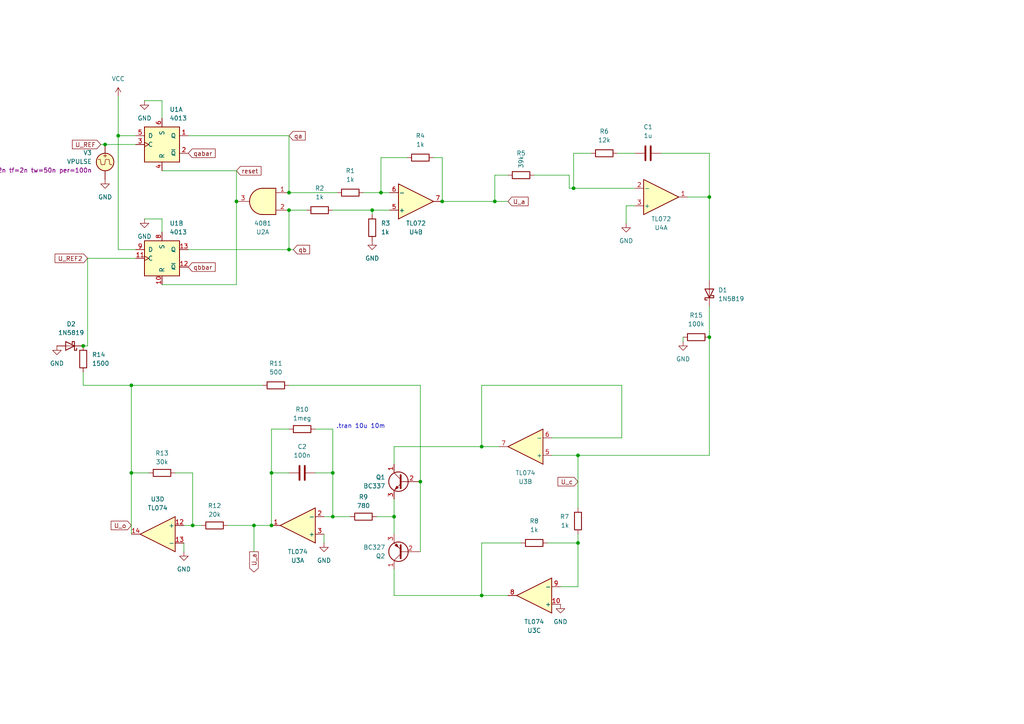
<source format=kicad_sch>
(kicad_sch
	(version 20231120)
	(generator "eeschema")
	(generator_version "8.0")
	(uuid "ccf7c749-da88-4aa6-a206-42a200d84737")
	(paper "A4")
	(lib_symbols
		(symbol "4xxx:4013"
			(pin_names
				(offset 1.016)
			)
			(exclude_from_sim no)
			(in_bom yes)
			(on_board yes)
			(property "Reference" "U"
				(at -7.62 8.89 0)
				(effects
					(font
						(size 1.27 1.27)
					)
				)
			)
			(property "Value" "4013"
				(at -7.62 -8.89 0)
				(effects
					(font
						(size 1.27 1.27)
					)
				)
			)
			(property "Footprint" ""
				(at 0 0 0)
				(effects
					(font
						(size 1.27 1.27)
					)
					(hide yes)
				)
			)
			(property "Datasheet" "http://www.onsemi.com/pub/Collateral/MC14013B-D.PDF"
				(at 0 0 0)
				(effects
					(font
						(size 1.27 1.27)
					)
					(hide yes)
				)
			)
			(property "Description" "Dual D  FlipFlop, Set & reset"
				(at 0 0 0)
				(effects
					(font
						(size 1.27 1.27)
					)
					(hide yes)
				)
			)
			(property "ki_locked" ""
				(at 0 0 0)
				(effects
					(font
						(size 1.27 1.27)
					)
				)
			)
			(property "ki_keywords" "CMOS DFF"
				(at 0 0 0)
				(effects
					(font
						(size 1.27 1.27)
					)
					(hide yes)
				)
			)
			(property "ki_fp_filters" "DIP*W7.62mm* SOIC*3.9x9.9mm*P1.27mm* TSSOP*4.4x5mm*P0.65mm*"
				(at 0 0 0)
				(effects
					(font
						(size 1.27 1.27)
					)
					(hide yes)
				)
			)
			(symbol "4013_1_1"
				(rectangle
					(start -5.08 5.08)
					(end 5.08 -5.08)
					(stroke
						(width 0.254)
						(type default)
					)
					(fill
						(type background)
					)
				)
				(pin output line
					(at 7.62 2.54 180)
					(length 2.54)
					(name "Q"
						(effects
							(font
								(size 1.27 1.27)
							)
						)
					)
					(number "1"
						(effects
							(font
								(size 1.27 1.27)
							)
						)
					)
				)
				(pin output line
					(at 7.62 -2.54 180)
					(length 2.54)
					(name "~{Q}"
						(effects
							(font
								(size 1.27 1.27)
							)
						)
					)
					(number "2"
						(effects
							(font
								(size 1.27 1.27)
							)
						)
					)
				)
				(pin input clock
					(at -7.62 0 0)
					(length 2.54)
					(name "C"
						(effects
							(font
								(size 1.27 1.27)
							)
						)
					)
					(number "3"
						(effects
							(font
								(size 1.27 1.27)
							)
						)
					)
				)
				(pin input line
					(at 0 -7.62 90)
					(length 2.54)
					(name "R"
						(effects
							(font
								(size 1.27 1.27)
							)
						)
					)
					(number "4"
						(effects
							(font
								(size 1.27 1.27)
							)
						)
					)
				)
				(pin input line
					(at -7.62 2.54 0)
					(length 2.54)
					(name "D"
						(effects
							(font
								(size 1.27 1.27)
							)
						)
					)
					(number "5"
						(effects
							(font
								(size 1.27 1.27)
							)
						)
					)
				)
				(pin input line
					(at 0 7.62 270)
					(length 2.54)
					(name "S"
						(effects
							(font
								(size 1.27 1.27)
							)
						)
					)
					(number "6"
						(effects
							(font
								(size 1.27 1.27)
							)
						)
					)
				)
			)
			(symbol "4013_2_1"
				(rectangle
					(start -5.08 5.08)
					(end 5.08 -5.08)
					(stroke
						(width 0.254)
						(type default)
					)
					(fill
						(type background)
					)
				)
				(pin input line
					(at 0 -7.62 90)
					(length 2.54)
					(name "R"
						(effects
							(font
								(size 1.27 1.27)
							)
						)
					)
					(number "10"
						(effects
							(font
								(size 1.27 1.27)
							)
						)
					)
				)
				(pin input clock
					(at -7.62 0 0)
					(length 2.54)
					(name "C"
						(effects
							(font
								(size 1.27 1.27)
							)
						)
					)
					(number "11"
						(effects
							(font
								(size 1.27 1.27)
							)
						)
					)
				)
				(pin output line
					(at 7.62 -2.54 180)
					(length 2.54)
					(name "~{Q}"
						(effects
							(font
								(size 1.27 1.27)
							)
						)
					)
					(number "12"
						(effects
							(font
								(size 1.27 1.27)
							)
						)
					)
				)
				(pin output line
					(at 7.62 2.54 180)
					(length 2.54)
					(name "Q"
						(effects
							(font
								(size 1.27 1.27)
							)
						)
					)
					(number "13"
						(effects
							(font
								(size 1.27 1.27)
							)
						)
					)
				)
				(pin input line
					(at 0 7.62 270)
					(length 2.54)
					(name "S"
						(effects
							(font
								(size 1.27 1.27)
							)
						)
					)
					(number "8"
						(effects
							(font
								(size 1.27 1.27)
							)
						)
					)
				)
				(pin input line
					(at -7.62 2.54 0)
					(length 2.54)
					(name "D"
						(effects
							(font
								(size 1.27 1.27)
							)
						)
					)
					(number "9"
						(effects
							(font
								(size 1.27 1.27)
							)
						)
					)
				)
			)
			(symbol "4013_3_0"
				(pin power_in line
					(at 0 10.16 270)
					(length 2.54)
					(name "VDD"
						(effects
							(font
								(size 1.27 1.27)
							)
						)
					)
					(number "14"
						(effects
							(font
								(size 1.27 1.27)
							)
						)
					)
				)
				(pin power_in line
					(at 0 -10.16 90)
					(length 2.54)
					(name "VSS"
						(effects
							(font
								(size 1.27 1.27)
							)
						)
					)
					(number "7"
						(effects
							(font
								(size 1.27 1.27)
							)
						)
					)
				)
			)
			(symbol "4013_3_1"
				(rectangle
					(start -5.08 7.62)
					(end 5.08 -7.62)
					(stroke
						(width 0.254)
						(type default)
					)
					(fill
						(type background)
					)
				)
			)
		)
		(symbol "4xxx:4081"
			(pin_names
				(offset 1.016)
			)
			(exclude_from_sim no)
			(in_bom yes)
			(on_board yes)
			(property "Reference" "U"
				(at 0 1.27 0)
				(effects
					(font
						(size 1.27 1.27)
					)
				)
			)
			(property "Value" "4081"
				(at 0 -1.27 0)
				(effects
					(font
						(size 1.27 1.27)
					)
				)
			)
			(property "Footprint" ""
				(at 0 0 0)
				(effects
					(font
						(size 1.27 1.27)
					)
					(hide yes)
				)
			)
			(property "Datasheet" "http://www.intersil.com/content/dam/Intersil/documents/cd40/cd4073bms-81bms-82bms.pdf"
				(at 0 0 0)
				(effects
					(font
						(size 1.27 1.27)
					)
					(hide yes)
				)
			)
			(property "Description" "Quad And 2 inputs"
				(at 0 0 0)
				(effects
					(font
						(size 1.27 1.27)
					)
					(hide yes)
				)
			)
			(property "ki_locked" ""
				(at 0 0 0)
				(effects
					(font
						(size 1.27 1.27)
					)
				)
			)
			(property "ki_keywords" "CMOS And2"
				(at 0 0 0)
				(effects
					(font
						(size 1.27 1.27)
					)
					(hide yes)
				)
			)
			(property "ki_fp_filters" "DIP?14*"
				(at 0 0 0)
				(effects
					(font
						(size 1.27 1.27)
					)
					(hide yes)
				)
			)
			(symbol "4081_1_1"
				(arc
					(start 0 -3.81)
					(mid 3.7934 0)
					(end 0 3.81)
					(stroke
						(width 0.254)
						(type default)
					)
					(fill
						(type background)
					)
				)
				(polyline
					(pts
						(xy 0 3.81) (xy -3.81 3.81) (xy -3.81 -3.81) (xy 0 -3.81)
					)
					(stroke
						(width 0.254)
						(type default)
					)
					(fill
						(type background)
					)
				)
				(pin input line
					(at -7.62 2.54 0)
					(length 3.81)
					(name "~"
						(effects
							(font
								(size 1.27 1.27)
							)
						)
					)
					(number "1"
						(effects
							(font
								(size 1.27 1.27)
							)
						)
					)
				)
				(pin input line
					(at -7.62 -2.54 0)
					(length 3.81)
					(name "~"
						(effects
							(font
								(size 1.27 1.27)
							)
						)
					)
					(number "2"
						(effects
							(font
								(size 1.27 1.27)
							)
						)
					)
				)
				(pin output line
					(at 7.62 0 180)
					(length 3.81)
					(name "~"
						(effects
							(font
								(size 1.27 1.27)
							)
						)
					)
					(number "3"
						(effects
							(font
								(size 1.27 1.27)
							)
						)
					)
				)
			)
			(symbol "4081_1_2"
				(arc
					(start -3.81 -3.81)
					(mid -2.589 0)
					(end -3.81 3.81)
					(stroke
						(width 0.254)
						(type default)
					)
					(fill
						(type none)
					)
				)
				(arc
					(start -0.6096 -3.81)
					(mid 2.1842 -2.5851)
					(end 3.81 0)
					(stroke
						(width 0.254)
						(type default)
					)
					(fill
						(type background)
					)
				)
				(polyline
					(pts
						(xy -3.81 -3.81) (xy -0.635 -3.81)
					)
					(stroke
						(width 0.254)
						(type default)
					)
					(fill
						(type background)
					)
				)
				(polyline
					(pts
						(xy -3.81 3.81) (xy -0.635 3.81)
					)
					(stroke
						(width 0.254)
						(type default)
					)
					(fill
						(type background)
					)
				)
				(polyline
					(pts
						(xy -0.635 3.81) (xy -3.81 3.81) (xy -3.81 3.81) (xy -3.556 3.4036) (xy -3.0226 2.2606) (xy -2.6924 1.0414)
						(xy -2.6162 -0.254) (xy -2.7686 -1.4986) (xy -3.175 -2.7178) (xy -3.81 -3.81) (xy -3.81 -3.81)
						(xy -0.635 -3.81)
					)
					(stroke
						(width -25.4)
						(type default)
					)
					(fill
						(type background)
					)
				)
				(arc
					(start 3.81 0)
					(mid 2.1915 2.5936)
					(end -0.6096 3.81)
					(stroke
						(width 0.254)
						(type default)
					)
					(fill
						(type background)
					)
				)
				(pin input inverted
					(at -7.62 2.54 0)
					(length 4.318)
					(name "~"
						(effects
							(font
								(size 1.27 1.27)
							)
						)
					)
					(number "1"
						(effects
							(font
								(size 1.27 1.27)
							)
						)
					)
				)
				(pin input inverted
					(at -7.62 -2.54 0)
					(length 4.318)
					(name "~"
						(effects
							(font
								(size 1.27 1.27)
							)
						)
					)
					(number "2"
						(effects
							(font
								(size 1.27 1.27)
							)
						)
					)
				)
				(pin output inverted
					(at 7.62 0 180)
					(length 3.81)
					(name "~"
						(effects
							(font
								(size 1.27 1.27)
							)
						)
					)
					(number "3"
						(effects
							(font
								(size 1.27 1.27)
							)
						)
					)
				)
			)
			(symbol "4081_2_1"
				(arc
					(start 0 -3.81)
					(mid 3.7934 0)
					(end 0 3.81)
					(stroke
						(width 0.254)
						(type default)
					)
					(fill
						(type background)
					)
				)
				(polyline
					(pts
						(xy 0 3.81) (xy -3.81 3.81) (xy -3.81 -3.81) (xy 0 -3.81)
					)
					(stroke
						(width 0.254)
						(type default)
					)
					(fill
						(type background)
					)
				)
				(pin output line
					(at 7.62 0 180)
					(length 3.81)
					(name "~"
						(effects
							(font
								(size 1.27 1.27)
							)
						)
					)
					(number "4"
						(effects
							(font
								(size 1.27 1.27)
							)
						)
					)
				)
				(pin input line
					(at -7.62 2.54 0)
					(length 3.81)
					(name "~"
						(effects
							(font
								(size 1.27 1.27)
							)
						)
					)
					(number "5"
						(effects
							(font
								(size 1.27 1.27)
							)
						)
					)
				)
				(pin input line
					(at -7.62 -2.54 0)
					(length 3.81)
					(name "~"
						(effects
							(font
								(size 1.27 1.27)
							)
						)
					)
					(number "6"
						(effects
							(font
								(size 1.27 1.27)
							)
						)
					)
				)
			)
			(symbol "4081_2_2"
				(arc
					(start -3.81 -3.81)
					(mid -2.589 0)
					(end -3.81 3.81)
					(stroke
						(width 0.254)
						(type default)
					)
					(fill
						(type none)
					)
				)
				(arc
					(start -0.6096 -3.81)
					(mid 2.1842 -2.5851)
					(end 3.81 0)
					(stroke
						(width 0.254)
						(type default)
					)
					(fill
						(type background)
					)
				)
				(polyline
					(pts
						(xy -3.81 -3.81) (xy -0.635 -3.81)
					)
					(stroke
						(width 0.254)
						(type default)
					)
					(fill
						(type background)
					)
				)
				(polyline
					(pts
						(xy -3.81 3.81) (xy -0.635 3.81)
					)
					(stroke
						(width 0.254)
						(type default)
					)
					(fill
						(type background)
					)
				)
				(polyline
					(pts
						(xy -0.635 3.81) (xy -3.81 3.81) (xy -3.81 3.81) (xy -3.556 3.4036) (xy -3.0226 2.2606) (xy -2.6924 1.0414)
						(xy -2.6162 -0.254) (xy -2.7686 -1.4986) (xy -3.175 -2.7178) (xy -3.81 -3.81) (xy -3.81 -3.81)
						(xy -0.635 -3.81)
					)
					(stroke
						(width -25.4)
						(type default)
					)
					(fill
						(type background)
					)
				)
				(arc
					(start 3.81 0)
					(mid 2.1915 2.5936)
					(end -0.6096 3.81)
					(stroke
						(width 0.254)
						(type default)
					)
					(fill
						(type background)
					)
				)
				(pin output inverted
					(at 7.62 0 180)
					(length 3.81)
					(name "~"
						(effects
							(font
								(size 1.27 1.27)
							)
						)
					)
					(number "4"
						(effects
							(font
								(size 1.27 1.27)
							)
						)
					)
				)
				(pin input inverted
					(at -7.62 2.54 0)
					(length 4.318)
					(name "~"
						(effects
							(font
								(size 1.27 1.27)
							)
						)
					)
					(number "5"
						(effects
							(font
								(size 1.27 1.27)
							)
						)
					)
				)
				(pin input inverted
					(at -7.62 -2.54 0)
					(length 4.318)
					(name "~"
						(effects
							(font
								(size 1.27 1.27)
							)
						)
					)
					(number "6"
						(effects
							(font
								(size 1.27 1.27)
							)
						)
					)
				)
			)
			(symbol "4081_3_1"
				(arc
					(start 0 -3.81)
					(mid 3.7934 0)
					(end 0 3.81)
					(stroke
						(width 0.254)
						(type default)
					)
					(fill
						(type background)
					)
				)
				(polyline
					(pts
						(xy 0 3.81) (xy -3.81 3.81) (xy -3.81 -3.81) (xy 0 -3.81)
					)
					(stroke
						(width 0.254)
						(type default)
					)
					(fill
						(type background)
					)
				)
				(pin output line
					(at 7.62 0 180)
					(length 3.81)
					(name "~"
						(effects
							(font
								(size 1.27 1.27)
							)
						)
					)
					(number "10"
						(effects
							(font
								(size 1.27 1.27)
							)
						)
					)
				)
				(pin input line
					(at -7.62 2.54 0)
					(length 3.81)
					(name "~"
						(effects
							(font
								(size 1.27 1.27)
							)
						)
					)
					(number "8"
						(effects
							(font
								(size 1.27 1.27)
							)
						)
					)
				)
				(pin input line
					(at -7.62 -2.54 0)
					(length 3.81)
					(name "~"
						(effects
							(font
								(size 1.27 1.27)
							)
						)
					)
					(number "9"
						(effects
							(font
								(size 1.27 1.27)
							)
						)
					)
				)
			)
			(symbol "4081_3_2"
				(arc
					(start -3.81 -3.81)
					(mid -2.589 0)
					(end -3.81 3.81)
					(stroke
						(width 0.254)
						(type default)
					)
					(fill
						(type none)
					)
				)
				(arc
					(start -0.6096 -3.81)
					(mid 2.1842 -2.5851)
					(end 3.81 0)
					(stroke
						(width 0.254)
						(type default)
					)
					(fill
						(type background)
					)
				)
				(polyline
					(pts
						(xy -3.81 -3.81) (xy -0.635 -3.81)
					)
					(stroke
						(width 0.254)
						(type default)
					)
					(fill
						(type background)
					)
				)
				(polyline
					(pts
						(xy -3.81 3.81) (xy -0.635 3.81)
					)
					(stroke
						(width 0.254)
						(type default)
					)
					(fill
						(type background)
					)
				)
				(polyline
					(pts
						(xy -0.635 3.81) (xy -3.81 3.81) (xy -3.81 3.81) (xy -3.556 3.4036) (xy -3.0226 2.2606) (xy -2.6924 1.0414)
						(xy -2.6162 -0.254) (xy -2.7686 -1.4986) (xy -3.175 -2.7178) (xy -3.81 -3.81) (xy -3.81 -3.81)
						(xy -0.635 -3.81)
					)
					(stroke
						(width -25.4)
						(type default)
					)
					(fill
						(type background)
					)
				)
				(arc
					(start 3.81 0)
					(mid 2.1915 2.5936)
					(end -0.6096 3.81)
					(stroke
						(width 0.254)
						(type default)
					)
					(fill
						(type background)
					)
				)
				(pin output inverted
					(at 7.62 0 180)
					(length 3.81)
					(name "~"
						(effects
							(font
								(size 1.27 1.27)
							)
						)
					)
					(number "10"
						(effects
							(font
								(size 1.27 1.27)
							)
						)
					)
				)
				(pin input inverted
					(at -7.62 2.54 0)
					(length 4.318)
					(name "~"
						(effects
							(font
								(size 1.27 1.27)
							)
						)
					)
					(number "8"
						(effects
							(font
								(size 1.27 1.27)
							)
						)
					)
				)
				(pin input inverted
					(at -7.62 -2.54 0)
					(length 4.318)
					(name "~"
						(effects
							(font
								(size 1.27 1.27)
							)
						)
					)
					(number "9"
						(effects
							(font
								(size 1.27 1.27)
							)
						)
					)
				)
			)
			(symbol "4081_4_1"
				(arc
					(start 0 -3.81)
					(mid 3.7934 0)
					(end 0 3.81)
					(stroke
						(width 0.254)
						(type default)
					)
					(fill
						(type background)
					)
				)
				(polyline
					(pts
						(xy 0 3.81) (xy -3.81 3.81) (xy -3.81 -3.81) (xy 0 -3.81)
					)
					(stroke
						(width 0.254)
						(type default)
					)
					(fill
						(type background)
					)
				)
				(pin output line
					(at 7.62 0 180)
					(length 3.81)
					(name "~"
						(effects
							(font
								(size 1.27 1.27)
							)
						)
					)
					(number "11"
						(effects
							(font
								(size 1.27 1.27)
							)
						)
					)
				)
				(pin input line
					(at -7.62 2.54 0)
					(length 3.81)
					(name "~"
						(effects
							(font
								(size 1.27 1.27)
							)
						)
					)
					(number "12"
						(effects
							(font
								(size 1.27 1.27)
							)
						)
					)
				)
				(pin input line
					(at -7.62 -2.54 0)
					(length 3.81)
					(name "~"
						(effects
							(font
								(size 1.27 1.27)
							)
						)
					)
					(number "13"
						(effects
							(font
								(size 1.27 1.27)
							)
						)
					)
				)
			)
			(symbol "4081_4_2"
				(arc
					(start -3.81 -3.81)
					(mid -2.589 0)
					(end -3.81 3.81)
					(stroke
						(width 0.254)
						(type default)
					)
					(fill
						(type none)
					)
				)
				(arc
					(start -0.6096 -3.81)
					(mid 2.1842 -2.5851)
					(end 3.81 0)
					(stroke
						(width 0.254)
						(type default)
					)
					(fill
						(type background)
					)
				)
				(polyline
					(pts
						(xy -3.81 -3.81) (xy -0.635 -3.81)
					)
					(stroke
						(width 0.254)
						(type default)
					)
					(fill
						(type background)
					)
				)
				(polyline
					(pts
						(xy -3.81 3.81) (xy -0.635 3.81)
					)
					(stroke
						(width 0.254)
						(type default)
					)
					(fill
						(type background)
					)
				)
				(polyline
					(pts
						(xy -0.635 3.81) (xy -3.81 3.81) (xy -3.81 3.81) (xy -3.556 3.4036) (xy -3.0226 2.2606) (xy -2.6924 1.0414)
						(xy -2.6162 -0.254) (xy -2.7686 -1.4986) (xy -3.175 -2.7178) (xy -3.81 -3.81) (xy -3.81 -3.81)
						(xy -0.635 -3.81)
					)
					(stroke
						(width -25.4)
						(type default)
					)
					(fill
						(type background)
					)
				)
				(arc
					(start 3.81 0)
					(mid 2.1915 2.5936)
					(end -0.6096 3.81)
					(stroke
						(width 0.254)
						(type default)
					)
					(fill
						(type background)
					)
				)
				(pin output inverted
					(at 7.62 0 180)
					(length 3.81)
					(name "~"
						(effects
							(font
								(size 1.27 1.27)
							)
						)
					)
					(number "11"
						(effects
							(font
								(size 1.27 1.27)
							)
						)
					)
				)
				(pin input inverted
					(at -7.62 2.54 0)
					(length 4.318)
					(name "~"
						(effects
							(font
								(size 1.27 1.27)
							)
						)
					)
					(number "12"
						(effects
							(font
								(size 1.27 1.27)
							)
						)
					)
				)
				(pin input inverted
					(at -7.62 -2.54 0)
					(length 4.318)
					(name "~"
						(effects
							(font
								(size 1.27 1.27)
							)
						)
					)
					(number "13"
						(effects
							(font
								(size 1.27 1.27)
							)
						)
					)
				)
			)
			(symbol "4081_5_0"
				(pin power_in line
					(at 0 12.7 270)
					(length 5.08)
					(name "VDD"
						(effects
							(font
								(size 1.27 1.27)
							)
						)
					)
					(number "14"
						(effects
							(font
								(size 1.27 1.27)
							)
						)
					)
				)
				(pin power_in line
					(at 0 -12.7 90)
					(length 5.08)
					(name "VSS"
						(effects
							(font
								(size 1.27 1.27)
							)
						)
					)
					(number "7"
						(effects
							(font
								(size 1.27 1.27)
							)
						)
					)
				)
			)
			(symbol "4081_5_1"
				(rectangle
					(start -5.08 7.62)
					(end 5.08 -7.62)
					(stroke
						(width 0.254)
						(type default)
					)
					(fill
						(type background)
					)
				)
			)
		)
		(symbol "Amplifier_Operational:TL072"
			(pin_names
				(offset 0.127)
			)
			(exclude_from_sim no)
			(in_bom yes)
			(on_board yes)
			(property "Reference" "U"
				(at 0 5.08 0)
				(effects
					(font
						(size 1.27 1.27)
					)
					(justify left)
				)
			)
			(property "Value" "TL072"
				(at 0 -5.08 0)
				(effects
					(font
						(size 1.27 1.27)
					)
					(justify left)
				)
			)
			(property "Footprint" ""
				(at 0 0 0)
				(effects
					(font
						(size 1.27 1.27)
					)
					(hide yes)
				)
			)
			(property "Datasheet" "http://www.ti.com/lit/ds/symlink/tl071.pdf"
				(at 0 0 0)
				(effects
					(font
						(size 1.27 1.27)
					)
					(hide yes)
				)
			)
			(property "Description" "Dual Low-Noise JFET-Input Operational Amplifiers, DIP-8/SOIC-8"
				(at 0 0 0)
				(effects
					(font
						(size 1.27 1.27)
					)
					(hide yes)
				)
			)
			(property "ki_locked" ""
				(at 0 0 0)
				(effects
					(font
						(size 1.27 1.27)
					)
				)
			)
			(property "ki_keywords" "dual opamp"
				(at 0 0 0)
				(effects
					(font
						(size 1.27 1.27)
					)
					(hide yes)
				)
			)
			(property "ki_fp_filters" "SOIC*3.9x4.9mm*P1.27mm* DIP*W7.62mm* TO*99* OnSemi*Micro8* TSSOP*3x3mm*P0.65mm* TSSOP*4.4x3mm*P0.65mm* MSOP*3x3mm*P0.65mm* SSOP*3.9x4.9mm*P0.635mm* LFCSP*2x2mm*P0.5mm* *SIP* SOIC*5.3x6.2mm*P1.27mm*"
				(at 0 0 0)
				(effects
					(font
						(size 1.27 1.27)
					)
					(hide yes)
				)
			)
			(symbol "TL072_1_1"
				(polyline
					(pts
						(xy -5.08 5.08) (xy 5.08 0) (xy -5.08 -5.08) (xy -5.08 5.08)
					)
					(stroke
						(width 0.254)
						(type default)
					)
					(fill
						(type background)
					)
				)
				(pin output line
					(at 7.62 0 180)
					(length 2.54)
					(name "~"
						(effects
							(font
								(size 1.27 1.27)
							)
						)
					)
					(number "1"
						(effects
							(font
								(size 1.27 1.27)
							)
						)
					)
				)
				(pin input line
					(at -7.62 -2.54 0)
					(length 2.54)
					(name "-"
						(effects
							(font
								(size 1.27 1.27)
							)
						)
					)
					(number "2"
						(effects
							(font
								(size 1.27 1.27)
							)
						)
					)
				)
				(pin input line
					(at -7.62 2.54 0)
					(length 2.54)
					(name "+"
						(effects
							(font
								(size 1.27 1.27)
							)
						)
					)
					(number "3"
						(effects
							(font
								(size 1.27 1.27)
							)
						)
					)
				)
			)
			(symbol "TL072_2_1"
				(polyline
					(pts
						(xy -5.08 5.08) (xy 5.08 0) (xy -5.08 -5.08) (xy -5.08 5.08)
					)
					(stroke
						(width 0.254)
						(type default)
					)
					(fill
						(type background)
					)
				)
				(pin input line
					(at -7.62 2.54 0)
					(length 2.54)
					(name "+"
						(effects
							(font
								(size 1.27 1.27)
							)
						)
					)
					(number "5"
						(effects
							(font
								(size 1.27 1.27)
							)
						)
					)
				)
				(pin input line
					(at -7.62 -2.54 0)
					(length 2.54)
					(name "-"
						(effects
							(font
								(size 1.27 1.27)
							)
						)
					)
					(number "6"
						(effects
							(font
								(size 1.27 1.27)
							)
						)
					)
				)
				(pin output line
					(at 7.62 0 180)
					(length 2.54)
					(name "~"
						(effects
							(font
								(size 1.27 1.27)
							)
						)
					)
					(number "7"
						(effects
							(font
								(size 1.27 1.27)
							)
						)
					)
				)
			)
			(symbol "TL072_3_1"
				(pin power_in line
					(at -2.54 -7.62 90)
					(length 3.81)
					(name "V-"
						(effects
							(font
								(size 1.27 1.27)
							)
						)
					)
					(number "4"
						(effects
							(font
								(size 1.27 1.27)
							)
						)
					)
				)
				(pin power_in line
					(at -2.54 7.62 270)
					(length 3.81)
					(name "V+"
						(effects
							(font
								(size 1.27 1.27)
							)
						)
					)
					(number "8"
						(effects
							(font
								(size 1.27 1.27)
							)
						)
					)
				)
			)
		)
		(symbol "Amplifier_Operational:TL074"
			(pin_names
				(offset 0.127)
			)
			(exclude_from_sim no)
			(in_bom yes)
			(on_board yes)
			(property "Reference" "U"
				(at 0 5.08 0)
				(effects
					(font
						(size 1.27 1.27)
					)
					(justify left)
				)
			)
			(property "Value" "TL074"
				(at 0 -5.08 0)
				(effects
					(font
						(size 1.27 1.27)
					)
					(justify left)
				)
			)
			(property "Footprint" ""
				(at -1.27 2.54 0)
				(effects
					(font
						(size 1.27 1.27)
					)
					(hide yes)
				)
			)
			(property "Datasheet" "http://www.ti.com/lit/ds/symlink/tl071.pdf"
				(at 1.27 5.08 0)
				(effects
					(font
						(size 1.27 1.27)
					)
					(hide yes)
				)
			)
			(property "Description" "Quad Low-Noise JFET-Input Operational Amplifiers, DIP-14/SOIC-14"
				(at 0 0 0)
				(effects
					(font
						(size 1.27 1.27)
					)
					(hide yes)
				)
			)
			(property "ki_locked" ""
				(at 0 0 0)
				(effects
					(font
						(size 1.27 1.27)
					)
				)
			)
			(property "ki_keywords" "quad opamp"
				(at 0 0 0)
				(effects
					(font
						(size 1.27 1.27)
					)
					(hide yes)
				)
			)
			(property "ki_fp_filters" "SOIC*3.9x8.7mm*P1.27mm* DIP*W7.62mm* TSSOP*4.4x5mm*P0.65mm* SSOP*5.3x6.2mm*P0.65mm* MSOP*3x3mm*P0.5mm*"
				(at 0 0 0)
				(effects
					(font
						(size 1.27 1.27)
					)
					(hide yes)
				)
			)
			(symbol "TL074_1_1"
				(polyline
					(pts
						(xy -5.08 5.08) (xy 5.08 0) (xy -5.08 -5.08) (xy -5.08 5.08)
					)
					(stroke
						(width 0.254)
						(type default)
					)
					(fill
						(type background)
					)
				)
				(pin output line
					(at 7.62 0 180)
					(length 2.54)
					(name "~"
						(effects
							(font
								(size 1.27 1.27)
							)
						)
					)
					(number "1"
						(effects
							(font
								(size 1.27 1.27)
							)
						)
					)
				)
				(pin input line
					(at -7.62 -2.54 0)
					(length 2.54)
					(name "-"
						(effects
							(font
								(size 1.27 1.27)
							)
						)
					)
					(number "2"
						(effects
							(font
								(size 1.27 1.27)
							)
						)
					)
				)
				(pin input line
					(at -7.62 2.54 0)
					(length 2.54)
					(name "+"
						(effects
							(font
								(size 1.27 1.27)
							)
						)
					)
					(number "3"
						(effects
							(font
								(size 1.27 1.27)
							)
						)
					)
				)
			)
			(symbol "TL074_2_1"
				(polyline
					(pts
						(xy -5.08 5.08) (xy 5.08 0) (xy -5.08 -5.08) (xy -5.08 5.08)
					)
					(stroke
						(width 0.254)
						(type default)
					)
					(fill
						(type background)
					)
				)
				(pin input line
					(at -7.62 2.54 0)
					(length 2.54)
					(name "+"
						(effects
							(font
								(size 1.27 1.27)
							)
						)
					)
					(number "5"
						(effects
							(font
								(size 1.27 1.27)
							)
						)
					)
				)
				(pin input line
					(at -7.62 -2.54 0)
					(length 2.54)
					(name "-"
						(effects
							(font
								(size 1.27 1.27)
							)
						)
					)
					(number "6"
						(effects
							(font
								(size 1.27 1.27)
							)
						)
					)
				)
				(pin output line
					(at 7.62 0 180)
					(length 2.54)
					(name "~"
						(effects
							(font
								(size 1.27 1.27)
							)
						)
					)
					(number "7"
						(effects
							(font
								(size 1.27 1.27)
							)
						)
					)
				)
			)
			(symbol "TL074_3_1"
				(polyline
					(pts
						(xy -5.08 5.08) (xy 5.08 0) (xy -5.08 -5.08) (xy -5.08 5.08)
					)
					(stroke
						(width 0.254)
						(type default)
					)
					(fill
						(type background)
					)
				)
				(pin input line
					(at -7.62 2.54 0)
					(length 2.54)
					(name "+"
						(effects
							(font
								(size 1.27 1.27)
							)
						)
					)
					(number "10"
						(effects
							(font
								(size 1.27 1.27)
							)
						)
					)
				)
				(pin output line
					(at 7.62 0 180)
					(length 2.54)
					(name "~"
						(effects
							(font
								(size 1.27 1.27)
							)
						)
					)
					(number "8"
						(effects
							(font
								(size 1.27 1.27)
							)
						)
					)
				)
				(pin input line
					(at -7.62 -2.54 0)
					(length 2.54)
					(name "-"
						(effects
							(font
								(size 1.27 1.27)
							)
						)
					)
					(number "9"
						(effects
							(font
								(size 1.27 1.27)
							)
						)
					)
				)
			)
			(symbol "TL074_4_1"
				(polyline
					(pts
						(xy -5.08 5.08) (xy 5.08 0) (xy -5.08 -5.08) (xy -5.08 5.08)
					)
					(stroke
						(width 0.254)
						(type default)
					)
					(fill
						(type background)
					)
				)
				(pin input line
					(at -7.62 2.54 0)
					(length 2.54)
					(name "+"
						(effects
							(font
								(size 1.27 1.27)
							)
						)
					)
					(number "12"
						(effects
							(font
								(size 1.27 1.27)
							)
						)
					)
				)
				(pin input line
					(at -7.62 -2.54 0)
					(length 2.54)
					(name "-"
						(effects
							(font
								(size 1.27 1.27)
							)
						)
					)
					(number "13"
						(effects
							(font
								(size 1.27 1.27)
							)
						)
					)
				)
				(pin output line
					(at 7.62 0 180)
					(length 2.54)
					(name "~"
						(effects
							(font
								(size 1.27 1.27)
							)
						)
					)
					(number "14"
						(effects
							(font
								(size 1.27 1.27)
							)
						)
					)
				)
			)
			(symbol "TL074_5_1"
				(pin power_in line
					(at -2.54 -7.62 90)
					(length 3.81)
					(name "V-"
						(effects
							(font
								(size 1.27 1.27)
							)
						)
					)
					(number "11"
						(effects
							(font
								(size 1.27 1.27)
							)
						)
					)
				)
				(pin power_in line
					(at -2.54 7.62 270)
					(length 3.81)
					(name "V+"
						(effects
							(font
								(size 1.27 1.27)
							)
						)
					)
					(number "4"
						(effects
							(font
								(size 1.27 1.27)
							)
						)
					)
				)
			)
		)
		(symbol "Device:C"
			(pin_numbers hide)
			(pin_names
				(offset 0.254)
			)
			(exclude_from_sim no)
			(in_bom yes)
			(on_board yes)
			(property "Reference" "C"
				(at 0.635 2.54 0)
				(effects
					(font
						(size 1.27 1.27)
					)
					(justify left)
				)
			)
			(property "Value" "C"
				(at 0.635 -2.54 0)
				(effects
					(font
						(size 1.27 1.27)
					)
					(justify left)
				)
			)
			(property "Footprint" ""
				(at 0.9652 -3.81 0)
				(effects
					(font
						(size 1.27 1.27)
					)
					(hide yes)
				)
			)
			(property "Datasheet" "~"
				(at 0 0 0)
				(effects
					(font
						(size 1.27 1.27)
					)
					(hide yes)
				)
			)
			(property "Description" "Unpolarized capacitor"
				(at 0 0 0)
				(effects
					(font
						(size 1.27 1.27)
					)
					(hide yes)
				)
			)
			(property "ki_keywords" "cap capacitor"
				(at 0 0 0)
				(effects
					(font
						(size 1.27 1.27)
					)
					(hide yes)
				)
			)
			(property "ki_fp_filters" "C_*"
				(at 0 0 0)
				(effects
					(font
						(size 1.27 1.27)
					)
					(hide yes)
				)
			)
			(symbol "C_0_1"
				(polyline
					(pts
						(xy -2.032 -0.762) (xy 2.032 -0.762)
					)
					(stroke
						(width 0.508)
						(type default)
					)
					(fill
						(type none)
					)
				)
				(polyline
					(pts
						(xy -2.032 0.762) (xy 2.032 0.762)
					)
					(stroke
						(width 0.508)
						(type default)
					)
					(fill
						(type none)
					)
				)
			)
			(symbol "C_1_1"
				(pin passive line
					(at 0 3.81 270)
					(length 2.794)
					(name "~"
						(effects
							(font
								(size 1.27 1.27)
							)
						)
					)
					(number "1"
						(effects
							(font
								(size 1.27 1.27)
							)
						)
					)
				)
				(pin passive line
					(at 0 -3.81 90)
					(length 2.794)
					(name "~"
						(effects
							(font
								(size 1.27 1.27)
							)
						)
					)
					(number "2"
						(effects
							(font
								(size 1.27 1.27)
							)
						)
					)
				)
			)
		)
		(symbol "Device:R"
			(pin_numbers hide)
			(pin_names
				(offset 0)
			)
			(exclude_from_sim no)
			(in_bom yes)
			(on_board yes)
			(property "Reference" "R"
				(at 2.032 0 90)
				(effects
					(font
						(size 1.27 1.27)
					)
				)
			)
			(property "Value" "R"
				(at 0 0 90)
				(effects
					(font
						(size 1.27 1.27)
					)
				)
			)
			(property "Footprint" ""
				(at -1.778 0 90)
				(effects
					(font
						(size 1.27 1.27)
					)
					(hide yes)
				)
			)
			(property "Datasheet" "~"
				(at 0 0 0)
				(effects
					(font
						(size 1.27 1.27)
					)
					(hide yes)
				)
			)
			(property "Description" "Resistor"
				(at 0 0 0)
				(effects
					(font
						(size 1.27 1.27)
					)
					(hide yes)
				)
			)
			(property "ki_keywords" "R res resistor"
				(at 0 0 0)
				(effects
					(font
						(size 1.27 1.27)
					)
					(hide yes)
				)
			)
			(property "ki_fp_filters" "R_*"
				(at 0 0 0)
				(effects
					(font
						(size 1.27 1.27)
					)
					(hide yes)
				)
			)
			(symbol "R_0_1"
				(rectangle
					(start -1.016 -2.54)
					(end 1.016 2.54)
					(stroke
						(width 0.254)
						(type default)
					)
					(fill
						(type none)
					)
				)
			)
			(symbol "R_1_1"
				(pin passive line
					(at 0 3.81 270)
					(length 1.27)
					(name "~"
						(effects
							(font
								(size 1.27 1.27)
							)
						)
					)
					(number "1"
						(effects
							(font
								(size 1.27 1.27)
							)
						)
					)
				)
				(pin passive line
					(at 0 -3.81 90)
					(length 1.27)
					(name "~"
						(effects
							(font
								(size 1.27 1.27)
							)
						)
					)
					(number "2"
						(effects
							(font
								(size 1.27 1.27)
							)
						)
					)
				)
			)
		)
		(symbol "Diode:1N5819"
			(pin_numbers hide)
			(pin_names
				(offset 1.016) hide)
			(exclude_from_sim no)
			(in_bom yes)
			(on_board yes)
			(property "Reference" "D"
				(at 0 2.54 0)
				(effects
					(font
						(size 1.27 1.27)
					)
				)
			)
			(property "Value" "1N5819"
				(at 0 -2.54 0)
				(effects
					(font
						(size 1.27 1.27)
					)
				)
			)
			(property "Footprint" "Diode_THT:D_DO-41_SOD81_P10.16mm_Horizontal"
				(at 0 -4.445 0)
				(effects
					(font
						(size 1.27 1.27)
					)
					(hide yes)
				)
			)
			(property "Datasheet" "http://www.vishay.com/docs/88525/1n5817.pdf"
				(at 0 0 0)
				(effects
					(font
						(size 1.27 1.27)
					)
					(hide yes)
				)
			)
			(property "Description" "40V 1A Schottky Barrier Rectifier Diode, DO-41"
				(at 0 0 0)
				(effects
					(font
						(size 1.27 1.27)
					)
					(hide yes)
				)
			)
			(property "ki_keywords" "diode Schottky"
				(at 0 0 0)
				(effects
					(font
						(size 1.27 1.27)
					)
					(hide yes)
				)
			)
			(property "ki_fp_filters" "D*DO?41*"
				(at 0 0 0)
				(effects
					(font
						(size 1.27 1.27)
					)
					(hide yes)
				)
			)
			(symbol "1N5819_0_1"
				(polyline
					(pts
						(xy 1.27 0) (xy -1.27 0)
					)
					(stroke
						(width 0)
						(type default)
					)
					(fill
						(type none)
					)
				)
				(polyline
					(pts
						(xy 1.27 1.27) (xy 1.27 -1.27) (xy -1.27 0) (xy 1.27 1.27)
					)
					(stroke
						(width 0.254)
						(type default)
					)
					(fill
						(type none)
					)
				)
				(polyline
					(pts
						(xy -1.905 0.635) (xy -1.905 1.27) (xy -1.27 1.27) (xy -1.27 -1.27) (xy -0.635 -1.27) (xy -0.635 -0.635)
					)
					(stroke
						(width 0.254)
						(type default)
					)
					(fill
						(type none)
					)
				)
			)
			(symbol "1N5819_1_1"
				(pin passive line
					(at -3.81 0 0)
					(length 2.54)
					(name "K"
						(effects
							(font
								(size 1.27 1.27)
							)
						)
					)
					(number "1"
						(effects
							(font
								(size 1.27 1.27)
							)
						)
					)
				)
				(pin passive line
					(at 3.81 0 180)
					(length 2.54)
					(name "A"
						(effects
							(font
								(size 1.27 1.27)
							)
						)
					)
					(number "2"
						(effects
							(font
								(size 1.27 1.27)
							)
						)
					)
				)
			)
		)
		(symbol "Simulation_SPICE:VDC"
			(pin_numbers hide)
			(pin_names
				(offset 0.0254)
			)
			(exclude_from_sim no)
			(in_bom yes)
			(on_board yes)
			(property "Reference" "V"
				(at 2.54 2.54 0)
				(effects
					(font
						(size 1.27 1.27)
					)
					(justify left)
				)
			)
			(property "Value" "1"
				(at 2.54 0 0)
				(effects
					(font
						(size 1.27 1.27)
					)
					(justify left)
				)
			)
			(property "Footprint" ""
				(at 0 0 0)
				(effects
					(font
						(size 1.27 1.27)
					)
					(hide yes)
				)
			)
			(property "Datasheet" "~"
				(at 0 0 0)
				(effects
					(font
						(size 1.27 1.27)
					)
					(hide yes)
				)
			)
			(property "Description" "Voltage source, DC"
				(at 0 0 0)
				(effects
					(font
						(size 1.27 1.27)
					)
					(hide yes)
				)
			)
			(property "Sim.Pins" "1=+ 2=-"
				(at 0 0 0)
				(effects
					(font
						(size 1.27 1.27)
					)
					(hide yes)
				)
			)
			(property "Sim.Type" "DC"
				(at 0 0 0)
				(effects
					(font
						(size 1.27 1.27)
					)
					(hide yes)
				)
			)
			(property "Sim.Device" "V"
				(at 0 0 0)
				(effects
					(font
						(size 1.27 1.27)
					)
					(justify left)
					(hide yes)
				)
			)
			(property "ki_keywords" "simulation"
				(at 0 0 0)
				(effects
					(font
						(size 1.27 1.27)
					)
					(hide yes)
				)
			)
			(symbol "VDC_0_0"
				(polyline
					(pts
						(xy -1.27 0.254) (xy 1.27 0.254)
					)
					(stroke
						(width 0)
						(type default)
					)
					(fill
						(type none)
					)
				)
				(polyline
					(pts
						(xy -0.762 -0.254) (xy -1.27 -0.254)
					)
					(stroke
						(width 0)
						(type default)
					)
					(fill
						(type none)
					)
				)
				(polyline
					(pts
						(xy 0.254 -0.254) (xy -0.254 -0.254)
					)
					(stroke
						(width 0)
						(type default)
					)
					(fill
						(type none)
					)
				)
				(polyline
					(pts
						(xy 1.27 -0.254) (xy 0.762 -0.254)
					)
					(stroke
						(width 0)
						(type default)
					)
					(fill
						(type none)
					)
				)
				(text "+"
					(at 0 1.905 0)
					(effects
						(font
							(size 1.27 1.27)
						)
					)
				)
			)
			(symbol "VDC_0_1"
				(circle
					(center 0 0)
					(radius 2.54)
					(stroke
						(width 0.254)
						(type default)
					)
					(fill
						(type background)
					)
				)
			)
			(symbol "VDC_1_1"
				(pin passive line
					(at 0 5.08 270)
					(length 2.54)
					(name "~"
						(effects
							(font
								(size 1.27 1.27)
							)
						)
					)
					(number "1"
						(effects
							(font
								(size 1.27 1.27)
							)
						)
					)
				)
				(pin passive line
					(at 0 -5.08 90)
					(length 2.54)
					(name "~"
						(effects
							(font
								(size 1.27 1.27)
							)
						)
					)
					(number "2"
						(effects
							(font
								(size 1.27 1.27)
							)
						)
					)
				)
			)
		)
		(symbol "Simulation_SPICE:VPULSE"
			(pin_numbers hide)
			(pin_names
				(offset 0.0254)
			)
			(exclude_from_sim no)
			(in_bom yes)
			(on_board yes)
			(property "Reference" "V"
				(at 2.54 2.54 0)
				(effects
					(font
						(size 1.27 1.27)
					)
					(justify left)
				)
			)
			(property "Value" "VPULSE"
				(at 2.54 0 0)
				(effects
					(font
						(size 1.27 1.27)
					)
					(justify left)
				)
			)
			(property "Footprint" ""
				(at 0 0 0)
				(effects
					(font
						(size 1.27 1.27)
					)
					(hide yes)
				)
			)
			(property "Datasheet" "~"
				(at 0 0 0)
				(effects
					(font
						(size 1.27 1.27)
					)
					(hide yes)
				)
			)
			(property "Description" "Voltage source, pulse"
				(at 0 0 0)
				(effects
					(font
						(size 1.27 1.27)
					)
					(hide yes)
				)
			)
			(property "Sim.Pins" "1=+ 2=-"
				(at 0 0 0)
				(effects
					(font
						(size 1.27 1.27)
					)
					(hide yes)
				)
			)
			(property "Sim.Type" "PULSE"
				(at 0 0 0)
				(effects
					(font
						(size 1.27 1.27)
					)
					(hide yes)
				)
			)
			(property "Sim.Device" "V"
				(at 0 0 0)
				(effects
					(font
						(size 1.27 1.27)
					)
					(justify left)
					(hide yes)
				)
			)
			(property "Sim.Params" "y1=0 y2=1 td=2n tr=2n tf=2n tw=50n per=100n"
				(at 2.54 -2.54 0)
				(effects
					(font
						(size 1.27 1.27)
					)
					(justify left)
				)
			)
			(property "ki_keywords" "simulation"
				(at 0 0 0)
				(effects
					(font
						(size 1.27 1.27)
					)
					(hide yes)
				)
			)
			(symbol "VPULSE_0_0"
				(polyline
					(pts
						(xy -2.032 -0.762) (xy -1.397 -0.762) (xy -1.143 0.762) (xy -0.127 0.762) (xy 0.127 -0.762) (xy 1.143 -0.762)
						(xy 1.397 0.762) (xy 2.032 0.762)
					)
					(stroke
						(width 0)
						(type default)
					)
					(fill
						(type none)
					)
				)
				(text "+"
					(at 0 1.905 0)
					(effects
						(font
							(size 1.27 1.27)
						)
					)
				)
			)
			(symbol "VPULSE_0_1"
				(circle
					(center 0 0)
					(radius 2.54)
					(stroke
						(width 0.254)
						(type default)
					)
					(fill
						(type background)
					)
				)
			)
			(symbol "VPULSE_1_1"
				(pin passive line
					(at 0 5.08 270)
					(length 2.54)
					(name "~"
						(effects
							(font
								(size 1.27 1.27)
							)
						)
					)
					(number "1"
						(effects
							(font
								(size 1.27 1.27)
							)
						)
					)
				)
				(pin passive line
					(at 0 -5.08 90)
					(length 2.54)
					(name "~"
						(effects
							(font
								(size 1.27 1.27)
							)
						)
					)
					(number "2"
						(effects
							(font
								(size 1.27 1.27)
							)
						)
					)
				)
			)
		)
		(symbol "Transistor_BJT:BC327"
			(pin_names
				(offset 0) hide)
			(exclude_from_sim no)
			(in_bom yes)
			(on_board yes)
			(property "Reference" "Q"
				(at 5.08 1.905 0)
				(effects
					(font
						(size 1.27 1.27)
					)
					(justify left)
				)
			)
			(property "Value" "BC327"
				(at 5.08 0 0)
				(effects
					(font
						(size 1.27 1.27)
					)
					(justify left)
				)
			)
			(property "Footprint" "Package_TO_SOT_THT:TO-92_Inline"
				(at 5.08 -1.905 0)
				(effects
					(font
						(size 1.27 1.27)
						(italic yes)
					)
					(justify left)
					(hide yes)
				)
			)
			(property "Datasheet" "http://www.onsemi.com/pub_link/Collateral/BC327-D.PDF"
				(at 0 0 0)
				(effects
					(font
						(size 1.27 1.27)
					)
					(justify left)
					(hide yes)
				)
			)
			(property "Description" "0.8A Ic, 45V Vce, PNP Transistor, TO-92"
				(at 0 0 0)
				(effects
					(font
						(size 1.27 1.27)
					)
					(hide yes)
				)
			)
			(property "ki_keywords" "PNP Transistor"
				(at 0 0 0)
				(effects
					(font
						(size 1.27 1.27)
					)
					(hide yes)
				)
			)
			(property "ki_fp_filters" "TO?92*"
				(at 0 0 0)
				(effects
					(font
						(size 1.27 1.27)
					)
					(hide yes)
				)
			)
			(symbol "BC327_0_1"
				(polyline
					(pts
						(xy 0.635 0.635) (xy 2.54 2.54)
					)
					(stroke
						(width 0)
						(type default)
					)
					(fill
						(type none)
					)
				)
				(polyline
					(pts
						(xy 0.635 -0.635) (xy 2.54 -2.54) (xy 2.54 -2.54)
					)
					(stroke
						(width 0)
						(type default)
					)
					(fill
						(type none)
					)
				)
				(polyline
					(pts
						(xy 0.635 1.905) (xy 0.635 -1.905) (xy 0.635 -1.905)
					)
					(stroke
						(width 0.508)
						(type default)
					)
					(fill
						(type none)
					)
				)
				(polyline
					(pts
						(xy 2.286 -1.778) (xy 1.778 -2.286) (xy 1.27 -1.27) (xy 2.286 -1.778) (xy 2.286 -1.778)
					)
					(stroke
						(width 0)
						(type default)
					)
					(fill
						(type outline)
					)
				)
				(circle
					(center 1.27 0)
					(radius 2.8194)
					(stroke
						(width 0.254)
						(type default)
					)
					(fill
						(type none)
					)
				)
			)
			(symbol "BC327_1_1"
				(pin passive line
					(at 2.54 5.08 270)
					(length 2.54)
					(name "C"
						(effects
							(font
								(size 1.27 1.27)
							)
						)
					)
					(number "1"
						(effects
							(font
								(size 1.27 1.27)
							)
						)
					)
				)
				(pin input line
					(at -5.08 0 0)
					(length 5.715)
					(name "B"
						(effects
							(font
								(size 1.27 1.27)
							)
						)
					)
					(number "2"
						(effects
							(font
								(size 1.27 1.27)
							)
						)
					)
				)
				(pin passive line
					(at 2.54 -5.08 90)
					(length 2.54)
					(name "E"
						(effects
							(font
								(size 1.27 1.27)
							)
						)
					)
					(number "3"
						(effects
							(font
								(size 1.27 1.27)
							)
						)
					)
				)
			)
		)
		(symbol "Transistor_BJT:BC337"
			(pin_names
				(offset 0) hide)
			(exclude_from_sim no)
			(in_bom yes)
			(on_board yes)
			(property "Reference" "Q"
				(at 5.08 1.905 0)
				(effects
					(font
						(size 1.27 1.27)
					)
					(justify left)
				)
			)
			(property "Value" "BC337"
				(at 5.08 0 0)
				(effects
					(font
						(size 1.27 1.27)
					)
					(justify left)
				)
			)
			(property "Footprint" "Package_TO_SOT_THT:TO-92_Inline"
				(at 5.08 -1.905 0)
				(effects
					(font
						(size 1.27 1.27)
						(italic yes)
					)
					(justify left)
					(hide yes)
				)
			)
			(property "Datasheet" "https://diotec.com/tl_files/diotec/files/pdf/datasheets/bc337.pdf"
				(at 0 0 0)
				(effects
					(font
						(size 1.27 1.27)
					)
					(justify left)
					(hide yes)
				)
			)
			(property "Description" "0.8A Ic, 45V Vce, NPN Transistor, TO-92"
				(at 0 0 0)
				(effects
					(font
						(size 1.27 1.27)
					)
					(hide yes)
				)
			)
			(property "ki_keywords" "NPN Transistor"
				(at 0 0 0)
				(effects
					(font
						(size 1.27 1.27)
					)
					(hide yes)
				)
			)
			(property "ki_fp_filters" "TO?92*"
				(at 0 0 0)
				(effects
					(font
						(size 1.27 1.27)
					)
					(hide yes)
				)
			)
			(symbol "BC337_0_1"
				(polyline
					(pts
						(xy 0 0) (xy 0.635 0)
					)
					(stroke
						(width 0)
						(type default)
					)
					(fill
						(type none)
					)
				)
				(polyline
					(pts
						(xy 0.635 0.635) (xy 2.54 2.54)
					)
					(stroke
						(width 0)
						(type default)
					)
					(fill
						(type none)
					)
				)
				(polyline
					(pts
						(xy 0.635 -0.635) (xy 2.54 -2.54) (xy 2.54 -2.54)
					)
					(stroke
						(width 0)
						(type default)
					)
					(fill
						(type none)
					)
				)
				(polyline
					(pts
						(xy 0.635 1.905) (xy 0.635 -1.905) (xy 0.635 -1.905)
					)
					(stroke
						(width 0.508)
						(type default)
					)
					(fill
						(type none)
					)
				)
				(polyline
					(pts
						(xy 1.27 -1.778) (xy 1.778 -1.27) (xy 2.286 -2.286) (xy 1.27 -1.778) (xy 1.27 -1.778)
					)
					(stroke
						(width 0)
						(type default)
					)
					(fill
						(type outline)
					)
				)
				(circle
					(center 1.27 0)
					(radius 2.8194)
					(stroke
						(width 0.254)
						(type default)
					)
					(fill
						(type none)
					)
				)
			)
			(symbol "BC337_1_1"
				(pin passive line
					(at 2.54 5.08 270)
					(length 2.54)
					(name "C"
						(effects
							(font
								(size 1.27 1.27)
							)
						)
					)
					(number "1"
						(effects
							(font
								(size 1.27 1.27)
							)
						)
					)
				)
				(pin input line
					(at -5.08 0 0)
					(length 5.08)
					(name "B"
						(effects
							(font
								(size 1.27 1.27)
							)
						)
					)
					(number "2"
						(effects
							(font
								(size 1.27 1.27)
							)
						)
					)
				)
				(pin passive line
					(at 2.54 -5.08 90)
					(length 2.54)
					(name "E"
						(effects
							(font
								(size 1.27 1.27)
							)
						)
					)
					(number "3"
						(effects
							(font
								(size 1.27 1.27)
							)
						)
					)
				)
			)
		)
		(symbol "power:+12V"
			(power)
			(pin_names
				(offset 0)
			)
			(exclude_from_sim no)
			(in_bom yes)
			(on_board yes)
			(property "Reference" "#PWR"
				(at 0 -3.81 0)
				(effects
					(font
						(size 1.27 1.27)
					)
					(hide yes)
				)
			)
			(property "Value" "+12V"
				(at 0 3.556 0)
				(effects
					(font
						(size 1.27 1.27)
					)
				)
			)
			(property "Footprint" ""
				(at 0 0 0)
				(effects
					(font
						(size 1.27 1.27)
					)
					(hide yes)
				)
			)
			(property "Datasheet" ""
				(at 0 0 0)
				(effects
					(font
						(size 1.27 1.27)
					)
					(hide yes)
				)
			)
			(property "Description" "Power symbol creates a global label with name \"+12V\""
				(at 0 0 0)
				(effects
					(font
						(size 1.27 1.27)
					)
					(hide yes)
				)
			)
			(property "ki_keywords" "global power"
				(at 0 0 0)
				(effects
					(font
						(size 1.27 1.27)
					)
					(hide yes)
				)
			)
			(symbol "+12V_0_1"
				(polyline
					(pts
						(xy -0.762 1.27) (xy 0 2.54)
					)
					(stroke
						(width 0)
						(type default)
					)
					(fill
						(type none)
					)
				)
				(polyline
					(pts
						(xy 0 0) (xy 0 2.54)
					)
					(stroke
						(width 0)
						(type default)
					)
					(fill
						(type none)
					)
				)
				(polyline
					(pts
						(xy 0 2.54) (xy 0.762 1.27)
					)
					(stroke
						(width 0)
						(type default)
					)
					(fill
						(type none)
					)
				)
			)
			(symbol "+12V_1_1"
				(pin power_in line
					(at 0 0 90)
					(length 0) hide
					(name "+12V"
						(effects
							(font
								(size 1.27 1.27)
							)
						)
					)
					(number "1"
						(effects
							(font
								(size 1.27 1.27)
							)
						)
					)
				)
			)
		)
		(symbol "power:-12V"
			(power)
			(pin_names
				(offset 0)
			)
			(exclude_from_sim no)
			(in_bom yes)
			(on_board yes)
			(property "Reference" "#PWR"
				(at 0 2.54 0)
				(effects
					(font
						(size 1.27 1.27)
					)
					(hide yes)
				)
			)
			(property "Value" "-12V"
				(at 0 3.81 0)
				(effects
					(font
						(size 1.27 1.27)
					)
				)
			)
			(property "Footprint" ""
				(at 0 0 0)
				(effects
					(font
						(size 1.27 1.27)
					)
					(hide yes)
				)
			)
			(property "Datasheet" ""
				(at 0 0 0)
				(effects
					(font
						(size 1.27 1.27)
					)
					(hide yes)
				)
			)
			(property "Description" "Power symbol creates a global label with name \"-12V\""
				(at 0 0 0)
				(effects
					(font
						(size 1.27 1.27)
					)
					(hide yes)
				)
			)
			(property "ki_keywords" "global power"
				(at 0 0 0)
				(effects
					(font
						(size 1.27 1.27)
					)
					(hide yes)
				)
			)
			(symbol "-12V_0_0"
				(pin power_in line
					(at 0 0 90)
					(length 0) hide
					(name "-12V"
						(effects
							(font
								(size 1.27 1.27)
							)
						)
					)
					(number "1"
						(effects
							(font
								(size 1.27 1.27)
							)
						)
					)
				)
			)
			(symbol "-12V_0_1"
				(polyline
					(pts
						(xy 0 0) (xy 0 1.27) (xy 0.762 1.27) (xy 0 2.54) (xy -0.762 1.27) (xy 0 1.27)
					)
					(stroke
						(width 0)
						(type default)
					)
					(fill
						(type outline)
					)
				)
			)
		)
		(symbol "power:GND"
			(power)
			(pin_names
				(offset 0)
			)
			(exclude_from_sim no)
			(in_bom yes)
			(on_board yes)
			(property "Reference" "#PWR"
				(at 0 -6.35 0)
				(effects
					(font
						(size 1.27 1.27)
					)
					(hide yes)
				)
			)
			(property "Value" "GND"
				(at 0 -3.81 0)
				(effects
					(font
						(size 1.27 1.27)
					)
				)
			)
			(property "Footprint" ""
				(at 0 0 0)
				(effects
					(font
						(size 1.27 1.27)
					)
					(hide yes)
				)
			)
			(property "Datasheet" ""
				(at 0 0 0)
				(effects
					(font
						(size 1.27 1.27)
					)
					(hide yes)
				)
			)
			(property "Description" "Power symbol creates a global label with name \"GND\" , ground"
				(at 0 0 0)
				(effects
					(font
						(size 1.27 1.27)
					)
					(hide yes)
				)
			)
			(property "ki_keywords" "global power"
				(at 0 0 0)
				(effects
					(font
						(size 1.27 1.27)
					)
					(hide yes)
				)
			)
			(symbol "GND_0_1"
				(polyline
					(pts
						(xy 0 0) (xy 0 -1.27) (xy 1.27 -1.27) (xy 0 -2.54) (xy -1.27 -1.27) (xy 0 -1.27)
					)
					(stroke
						(width 0)
						(type default)
					)
					(fill
						(type none)
					)
				)
			)
			(symbol "GND_1_1"
				(pin power_in line
					(at 0 0 270)
					(length 0) hide
					(name "GND"
						(effects
							(font
								(size 1.27 1.27)
							)
						)
					)
					(number "1"
						(effects
							(font
								(size 1.27 1.27)
							)
						)
					)
				)
			)
		)
		(symbol "power:VCC"
			(power)
			(pin_names
				(offset 0)
			)
			(exclude_from_sim no)
			(in_bom yes)
			(on_board yes)
			(property "Reference" "#PWR"
				(at 0 -3.81 0)
				(effects
					(font
						(size 1.27 1.27)
					)
					(hide yes)
				)
			)
			(property "Value" "VCC"
				(at 0 3.81 0)
				(effects
					(font
						(size 1.27 1.27)
					)
				)
			)
			(property "Footprint" ""
				(at 0 0 0)
				(effects
					(font
						(size 1.27 1.27)
					)
					(hide yes)
				)
			)
			(property "Datasheet" ""
				(at 0 0 0)
				(effects
					(font
						(size 1.27 1.27)
					)
					(hide yes)
				)
			)
			(property "Description" "Power symbol creates a global label with name \"VCC\""
				(at 0 0 0)
				(effects
					(font
						(size 1.27 1.27)
					)
					(hide yes)
				)
			)
			(property "ki_keywords" "global power"
				(at 0 0 0)
				(effects
					(font
						(size 1.27 1.27)
					)
					(hide yes)
				)
			)
			(symbol "VCC_0_1"
				(polyline
					(pts
						(xy -0.762 1.27) (xy 0 2.54)
					)
					(stroke
						(width 0)
						(type default)
					)
					(fill
						(type none)
					)
				)
				(polyline
					(pts
						(xy 0 0) (xy 0 2.54)
					)
					(stroke
						(width 0)
						(type default)
					)
					(fill
						(type none)
					)
				)
				(polyline
					(pts
						(xy 0 2.54) (xy 0.762 1.27)
					)
					(stroke
						(width 0)
						(type default)
					)
					(fill
						(type none)
					)
				)
			)
			(symbol "VCC_1_1"
				(pin power_in line
					(at 0 0 90)
					(length 0) hide
					(name "VCC"
						(effects
							(font
								(size 1.27 1.27)
							)
						)
					)
					(number "1"
						(effects
							(font
								(size 1.27 1.27)
							)
						)
					)
				)
			)
		)
	)
	(junction
		(at 317.5 201.93)
		(diameter 0)
		(color 0 0 0 0)
		(uuid "1911408c-3e93-47ec-a507-af2756e6a27f")
	)
	(junction
		(at 128.27 58.42)
		(diameter 0)
		(color 0 0 0 0)
		(uuid "28d076ff-d0fb-4603-8925-e1e6b4c93d39")
	)
	(junction
		(at 38.1 111.76)
		(diameter 0)
		(color 0 0 0 0)
		(uuid "2bfc8690-c6bb-4d30-91a0-1cc85487075c")
	)
	(junction
		(at 78.74 137.16)
		(diameter 0)
		(color 0 0 0 0)
		(uuid "2dcd71ce-c6dc-4ef5-879d-53b08c086924")
	)
	(junction
		(at 30.48 41.91)
		(diameter 0)
		(color 0 0 0 0)
		(uuid "2f9591a0-8fd9-4f7c-887e-586ee0d6999b")
	)
	(junction
		(at 55.88 152.4)
		(diameter 0)
		(color 0 0 0 0)
		(uuid "402a7a38-c4ae-4188-b271-fa0637b58588")
	)
	(junction
		(at 139.7 129.54)
		(diameter 0)
		(color 0 0 0 0)
		(uuid "45345282-9eaf-4a83-b43c-a69e07c6b969")
	)
	(junction
		(at 96.52 149.86)
		(diameter 0)
		(color 0 0 0 0)
		(uuid "4dec081c-a0fd-44c8-a4f3-b97cf3bd4b1a")
	)
	(junction
		(at 24.13 100.33)
		(diameter 0)
		(color 0 0 0 0)
		(uuid "59c9df12-b105-4a77-833d-7417edd9563e")
	)
	(junction
		(at 38.1 137.16)
		(diameter 0)
		(color 0 0 0 0)
		(uuid "5cd0b762-0d09-41b1-83ac-e5b3efa7bac0")
	)
	(junction
		(at 110.49 55.88)
		(diameter 0)
		(color 0 0 0 0)
		(uuid "60ae2f51-5b82-428e-99cd-99583869e09d")
	)
	(junction
		(at 205.74 57.15)
		(diameter 0)
		(color 0 0 0 0)
		(uuid "65752e76-a139-45f3-9948-1e408cd93ea2")
	)
	(junction
		(at 143.51 58.42)
		(diameter 0)
		(color 0 0 0 0)
		(uuid "6674d8ee-c20d-4725-ab47-c927301422f8")
	)
	(junction
		(at 78.74 152.4)
		(diameter 0)
		(color 0 0 0 0)
		(uuid "68fd5d43-f331-4f3e-9097-ccc3fe8a83a0")
	)
	(junction
		(at 107.95 60.96)
		(diameter 0)
		(color 0 0 0 0)
		(uuid "69d44576-6a1d-493f-941a-c15303926339")
	)
	(junction
		(at 83.82 60.96)
		(diameter 0)
		(color 0 0 0 0)
		(uuid "7a9d4f96-3c48-4822-86fb-7fe07305b14c")
	)
	(junction
		(at 167.64 157.48)
		(diameter 0)
		(color 0 0 0 0)
		(uuid "81928163-c4ad-404d-895d-108230b7e847")
	)
	(junction
		(at 139.7 172.72)
		(diameter 0)
		(color 0 0 0 0)
		(uuid "82d0463c-6ea7-42ef-9896-d2bc450f2a26")
	)
	(junction
		(at 114.3 149.86)
		(diameter 0)
		(color 0 0 0 0)
		(uuid "93d67d87-4567-4195-b354-9d765eeb58dc")
	)
	(junction
		(at 96.52 137.16)
		(diameter 0)
		(color 0 0 0 0)
		(uuid "93feefae-6316-429a-a93d-ceb3602a49ba")
	)
	(junction
		(at 332.74 219.71)
		(diameter 0)
		(color 0 0 0 0)
		(uuid "9ccc6f69-0825-4f4a-a233-b00f4667747a")
	)
	(junction
		(at 205.74 97.79)
		(diameter 0)
		(color 0 0 0 0)
		(uuid "a1eca91c-815f-45ce-b462-861a3d2fec02")
	)
	(junction
		(at 332.74 176.53)
		(diameter 0)
		(color 0 0 0 0)
		(uuid "a29852f2-6f05-4f57-ae60-8e9d4a60e110")
	)
	(junction
		(at 166.37 54.61)
		(diameter 0)
		(color 0 0 0 0)
		(uuid "a306f1b0-9435-4239-ad61-1f16d11276f3")
	)
	(junction
		(at 73.66 152.4)
		(diameter 0)
		(color 0 0 0 0)
		(uuid "a9c2b6e7-6466-4586-9ae8-2866304bf727")
	)
	(junction
		(at 167.64 132.08)
		(diameter 0)
		(color 0 0 0 0)
		(uuid "ab95f2b0-412e-42f9-9013-3d88a0c8cb0c")
	)
	(junction
		(at 121.92 139.7)
		(diameter 0)
		(color 0 0 0 0)
		(uuid "becfa815-1995-482c-bb01-acfb890287c0")
	)
	(junction
		(at 83.82 55.88)
		(diameter 0)
		(color 0 0 0 0)
		(uuid "bfb928e7-904d-4e55-a03f-ccc31ba3d3ed")
	)
	(junction
		(at 83.82 72.39)
		(diameter 0)
		(color 0 0 0 0)
		(uuid "d5ed0d75-7bf4-4eb8-8971-60f45d5ec468")
	)
	(junction
		(at 68.58 58.42)
		(diameter 0)
		(color 0 0 0 0)
		(uuid "df3eb756-3e9d-47ce-a90f-332dae8c71cf")
	)
	(junction
		(at 34.29 39.37)
		(diameter 0)
		(color 0 0 0 0)
		(uuid "e426150a-394a-4197-a76f-603470076693")
	)
	(wire
		(pts
			(xy 317.5 201.93) (xy 317.5 204.47)
		)
		(stroke
			(width 0)
			(type default)
		)
		(uuid "00947445-408d-4916-9b7b-ac6ada3ba1de")
	)
	(wire
		(pts
			(xy 167.64 157.48) (xy 158.75 157.48)
		)
		(stroke
			(width 0)
			(type default)
		)
		(uuid "00b7bbbf-d24e-4a3c-80d5-f8c81980274a")
	)
	(wire
		(pts
			(xy 167.64 132.08) (xy 205.74 132.08)
		)
		(stroke
			(width 0)
			(type default)
		)
		(uuid "02252ba9-93b8-4ac5-9261-9d1ddf4110c6")
	)
	(wire
		(pts
			(xy 147.32 50.8) (xy 143.51 50.8)
		)
		(stroke
			(width 0)
			(type default)
		)
		(uuid "03e710ab-5df2-4a93-8c55-7a2bf3e84107")
	)
	(wire
		(pts
			(xy 110.49 55.88) (xy 113.03 55.88)
		)
		(stroke
			(width 0)
			(type default)
		)
		(uuid "03ea6bd0-6940-4f68-bf3d-0dfab74c8fd4")
	)
	(wire
		(pts
			(xy 83.82 111.76) (xy 121.92 111.76)
		)
		(stroke
			(width 0)
			(type default)
		)
		(uuid "04487598-62e0-41f7-b933-155201c3484e")
	)
	(wire
		(pts
			(xy 38.1 137.16) (xy 38.1 154.94)
		)
		(stroke
			(width 0)
			(type default)
		)
		(uuid "06b4d2dc-433a-4e7f-a427-4895e2aa66ba")
	)
	(wire
		(pts
			(xy 96.52 60.96) (xy 107.95 60.96)
		)
		(stroke
			(width 0)
			(type default)
		)
		(uuid "0a833ba8-9bbd-4f27-a694-e8d4b7bab0bd")
	)
	(wire
		(pts
			(xy 55.88 152.4) (xy 53.34 152.4)
		)
		(stroke
			(width 0)
			(type default)
		)
		(uuid "0e9327b9-d2bf-41d9-a66c-bbd4d9f500e4")
	)
	(wire
		(pts
			(xy 317.5 214.63) (xy 317.5 219.71)
		)
		(stroke
			(width 0)
			(type default)
		)
		(uuid "1073a6f1-6ea6-4bcc-9b03-1a5b53f555c4")
	)
	(wire
		(pts
			(xy 29.21 41.91) (xy 30.48 41.91)
		)
		(stroke
			(width 0)
			(type default)
		)
		(uuid "111c7bd0-a81a-4a59-b7fc-12b90e82acd0")
	)
	(wire
		(pts
			(xy 350.52 214.63) (xy 350.52 219.71)
		)
		(stroke
			(width 0)
			(type default)
		)
		(uuid "11c5c5f6-6df4-4ca5-bb3c-228b3a576d14")
	)
	(wire
		(pts
			(xy 96.52 124.46) (xy 96.52 137.16)
		)
		(stroke
			(width 0)
			(type default)
		)
		(uuid "1234a9a7-d8af-4861-a62f-765d6b3affd1")
	)
	(wire
		(pts
			(xy 30.48 41.91) (xy 39.37 41.91)
		)
		(stroke
			(width 0)
			(type default)
		)
		(uuid "1836bdd5-ae65-4363-97d6-a8d6715458ea")
	)
	(wire
		(pts
			(xy 38.1 137.16) (xy 38.1 111.76)
		)
		(stroke
			(width 0)
			(type default)
		)
		(uuid "1916d199-0349-48b6-b5b6-332c626c9e04")
	)
	(wire
		(pts
			(xy 46.99 49.53) (xy 68.58 49.53)
		)
		(stroke
			(width 0)
			(type default)
		)
		(uuid "1966db05-5856-4abc-b959-ac00e9c6c628")
	)
	(wire
		(pts
			(xy 43.18 137.16) (xy 38.1 137.16)
		)
		(stroke
			(width 0)
			(type default)
		)
		(uuid "1a73be86-cb8b-4eb3-976b-cf0ef4c17199")
	)
	(wire
		(pts
			(xy 184.15 59.69) (xy 181.61 59.69)
		)
		(stroke
			(width 0)
			(type default)
		)
		(uuid "1cb98e35-e8ea-4e71-a3b0-0a070457fc4e")
	)
	(wire
		(pts
			(xy 147.32 172.72) (xy 139.7 172.72)
		)
		(stroke
			(width 0)
			(type default)
		)
		(uuid "1ce82af3-a596-498b-9317-2a9d380ebed8")
	)
	(wire
		(pts
			(xy 78.74 124.46) (xy 78.74 137.16)
		)
		(stroke
			(width 0)
			(type default)
		)
		(uuid "1e9c5a7a-f4ed-4f15-8267-4916f3ddad2c")
	)
	(wire
		(pts
			(xy 39.37 72.39) (xy 34.29 72.39)
		)
		(stroke
			(width 0)
			(type default)
		)
		(uuid "1fec98bc-f6ab-4a50-bec5-0c6bfaf898b5")
	)
	(wire
		(pts
			(xy 144.78 129.54) (xy 139.7 129.54)
		)
		(stroke
			(width 0)
			(type default)
		)
		(uuid "23c5ed66-f4fa-45f3-a499-fcf84194a8b9")
	)
	(wire
		(pts
			(xy 167.64 132.08) (xy 167.64 147.32)
		)
		(stroke
			(width 0)
			(type default)
		)
		(uuid "268c49a0-110a-4548-a2fd-d232d391d683")
	)
	(wire
		(pts
			(xy 165.1 50.8) (xy 165.1 54.61)
		)
		(stroke
			(width 0)
			(type default)
		)
		(uuid "28ee7281-2550-4084-b4fd-2e2ccb0e9c0f")
	)
	(wire
		(pts
			(xy 93.98 154.94) (xy 93.98 157.48)
		)
		(stroke
			(width 0)
			(type default)
		)
		(uuid "29f8cdb2-0d41-46f4-ae5e-53a18d9afdf2")
	)
	(wire
		(pts
			(xy 143.51 50.8) (xy 143.51 58.42)
		)
		(stroke
			(width 0)
			(type default)
		)
		(uuid "2bce4986-2102-4873-aca3-14149a6c899b")
	)
	(wire
		(pts
			(xy 96.52 149.86) (xy 93.98 149.86)
		)
		(stroke
			(width 0)
			(type default)
		)
		(uuid "2e366e64-bf68-404e-87bb-e9d6bf2e15ce")
	)
	(wire
		(pts
			(xy 184.15 44.45) (xy 179.07 44.45)
		)
		(stroke
			(width 0)
			(type default)
		)
		(uuid "31998966-a888-4f81-8ed3-5a160af14a47")
	)
	(wire
		(pts
			(xy 139.7 129.54) (xy 114.3 129.54)
		)
		(stroke
			(width 0)
			(type default)
		)
		(uuid "33b1bd32-5fe1-4193-a335-3bcfddd2df25")
	)
	(wire
		(pts
			(xy 114.3 144.78) (xy 114.3 149.86)
		)
		(stroke
			(width 0)
			(type default)
		)
		(uuid "351ac088-a618-4d83-902d-3e9cd282918c")
	)
	(wire
		(pts
			(xy 205.74 44.45) (xy 191.77 44.45)
		)
		(stroke
			(width 0)
			(type default)
		)
		(uuid "36f5c7ec-6289-47ec-bdba-74251f9c624a")
	)
	(wire
		(pts
			(xy 46.99 67.31) (xy 46.99 63.5)
		)
		(stroke
			(width 0)
			(type default)
		)
		(uuid "3885c955-b36d-466a-a3e0-ae215d2e0596")
	)
	(wire
		(pts
			(xy 307.34 201.93) (xy 317.5 201.93)
		)
		(stroke
			(width 0)
			(type default)
		)
		(uuid "3b3b867f-a5b3-408b-9d75-4c9e98d909e8")
	)
	(wire
		(pts
			(xy 128.27 58.42) (xy 128.27 45.72)
		)
		(stroke
			(width 0)
			(type default)
		)
		(uuid "3bebe774-158d-4c0e-a02c-c22eb7933d2a")
	)
	(wire
		(pts
			(xy 83.82 124.46) (xy 78.74 124.46)
		)
		(stroke
			(width 0)
			(type default)
		)
		(uuid "3d15800e-7e2b-425e-ac17-55ef4a59ab92")
	)
	(wire
		(pts
			(xy 332.74 176.53) (xy 332.74 189.23)
		)
		(stroke
			(width 0)
			(type default)
		)
		(uuid "3d1d74d7-88e7-4585-9b23-90c705c07407")
	)
	(wire
		(pts
			(xy 332.74 166.37) (xy 332.74 176.53)
		)
		(stroke
			(width 0)
			(type default)
		)
		(uuid "3e5de983-cc6c-4868-8404-0f20cce25bd5")
	)
	(wire
		(pts
			(xy 205.74 132.08) (xy 205.74 97.79)
		)
		(stroke
			(width 0)
			(type default)
		)
		(uuid "41a86376-ccdd-4362-b39f-e67066dae16b")
	)
	(wire
		(pts
			(xy 317.5 166.37) (xy 332.74 166.37)
		)
		(stroke
			(width 0)
			(type default)
		)
		(uuid "4250acfc-40df-4748-8007-36c0c3da8d29")
	)
	(wire
		(pts
			(xy 121.92 139.7) (xy 121.92 160.02)
		)
		(stroke
			(width 0)
			(type default)
		)
		(uuid "42d7ea8b-68eb-4232-9c39-b40ae1e130aa")
	)
	(wire
		(pts
			(xy 73.66 152.4) (xy 66.04 152.4)
		)
		(stroke
			(width 0)
			(type default)
		)
		(uuid "4406cffe-0d52-41b6-85fb-40f6ac8836c6")
	)
	(wire
		(pts
			(xy 167.64 157.48) (xy 167.64 170.18)
		)
		(stroke
			(width 0)
			(type default)
		)
		(uuid "47d43cea-91bb-4526-93db-d2b37a7034b1")
	)
	(wire
		(pts
			(xy 50.8 137.16) (xy 55.88 137.16)
		)
		(stroke
			(width 0)
			(type default)
		)
		(uuid "48379668-7a7b-42f8-9d48-041ec9472499")
	)
	(wire
		(pts
			(xy 46.99 29.21) (xy 41.91 29.21)
		)
		(stroke
			(width 0)
			(type default)
		)
		(uuid "4eef4301-e17f-4643-acbd-9a04f53d495e")
	)
	(wire
		(pts
			(xy 139.7 111.76) (xy 180.34 111.76)
		)
		(stroke
			(width 0)
			(type default)
		)
		(uuid "515cfdc2-0543-4660-a907-4b714da4f730")
	)
	(wire
		(pts
			(xy 151.13 157.48) (xy 139.7 157.48)
		)
		(stroke
			(width 0)
			(type default)
		)
		(uuid "51b0a45a-2b32-48c8-8369-8f28fb950d2c")
	)
	(wire
		(pts
			(xy 114.3 149.86) (xy 114.3 154.94)
		)
		(stroke
			(width 0)
			(type default)
		)
		(uuid "522be2a9-13ab-4915-bb2d-7e2e8f1c1e77")
	)
	(wire
		(pts
			(xy 180.34 127) (xy 160.02 127)
		)
		(stroke
			(width 0)
			(type default)
		)
		(uuid "527f160e-fe63-4628-89db-4887ce478d0e")
	)
	(wire
		(pts
			(xy 107.95 60.96) (xy 107.95 62.23)
		)
		(stroke
			(width 0)
			(type default)
		)
		(uuid "54d6dded-b683-4b2e-8413-0d120ad180b8")
	)
	(wire
		(pts
			(xy 24.13 111.76) (xy 38.1 111.76)
		)
		(stroke
			(width 0)
			(type default)
		)
		(uuid "57e6cc1a-5fe1-4573-a3b9-fedbe0436125")
	)
	(wire
		(pts
			(xy 34.29 72.39) (xy 34.29 39.37)
		)
		(stroke
			(width 0)
			(type default)
		)
		(uuid "58675d8f-acf4-48cf-82e7-157e58173e4e")
	)
	(wire
		(pts
			(xy 73.66 152.4) (xy 73.66 160.02)
		)
		(stroke
			(width 0)
			(type default)
		)
		(uuid "592d1351-41a6-4822-a484-7ba50a5a2dc9")
	)
	(wire
		(pts
			(xy 68.58 58.42) (xy 68.58 82.55)
		)
		(stroke
			(width 0)
			(type default)
		)
		(uuid "5d1bec7d-dbf5-4f6f-8943-71887f2f7aa4")
	)
	(wire
		(pts
			(xy 96.52 137.16) (xy 96.52 149.86)
		)
		(stroke
			(width 0)
			(type default)
		)
		(uuid "6307473f-40a1-4463-81ee-8add73231c71")
	)
	(wire
		(pts
			(xy 143.51 58.42) (xy 147.32 58.42)
		)
		(stroke
			(width 0)
			(type default)
		)
		(uuid "642f04bf-bd45-4680-80c4-37930f0008ad")
	)
	(wire
		(pts
			(xy 118.11 45.72) (xy 110.49 45.72)
		)
		(stroke
			(width 0)
			(type default)
		)
		(uuid "66f25cdc-b801-4a61-a6fd-29de38d6742f")
	)
	(wire
		(pts
			(xy 198.12 97.79) (xy 198.12 99.06)
		)
		(stroke
			(width 0)
			(type default)
		)
		(uuid "676289e3-f18a-4a16-9abb-03cbc598688f")
	)
	(wire
		(pts
			(xy 34.29 39.37) (xy 34.29 27.94)
		)
		(stroke
			(width 0)
			(type default)
		)
		(uuid "67b026b8-e32d-4822-8ab4-b26b7a525b37")
	)
	(wire
		(pts
			(xy 167.64 170.18) (xy 162.56 170.18)
		)
		(stroke
			(width 0)
			(type default)
		)
		(uuid "6e945c4c-27ec-4ccb-89d2-7848c9862143")
	)
	(wire
		(pts
			(xy 167.64 154.94) (xy 167.64 157.48)
		)
		(stroke
			(width 0)
			(type default)
		)
		(uuid "74138d57-2dd5-4a2f-bee1-a74add0202b7")
	)
	(wire
		(pts
			(xy 25.4 100.33) (xy 24.13 100.33)
		)
		(stroke
			(width 0)
			(type default)
		)
		(uuid "7428b131-11ab-4251-ba89-b48a749c8cad")
	)
	(wire
		(pts
			(xy 332.74 204.47) (xy 332.74 219.71)
		)
		(stroke
			(width 0)
			(type default)
		)
		(uuid "74c10161-03a1-4360-937b-b8aa7b35c5be")
	)
	(wire
		(pts
			(xy 46.99 34.29) (xy 46.99 29.21)
		)
		(stroke
			(width 0)
			(type default)
		)
		(uuid "782ccdf7-e3b8-45a0-a7ef-25d62b46c212")
	)
	(wire
		(pts
			(xy 54.61 39.37) (xy 83.82 39.37)
		)
		(stroke
			(width 0)
			(type default)
		)
		(uuid "784c5f35-199f-4269-98f1-406293e5f4c3")
	)
	(wire
		(pts
			(xy 55.88 137.16) (xy 55.88 152.4)
		)
		(stroke
			(width 0)
			(type default)
		)
		(uuid "7bc4b4c5-9631-4143-a36b-7cfe2c636f3a")
	)
	(wire
		(pts
			(xy 317.5 176.53) (xy 317.5 201.93)
		)
		(stroke
			(width 0)
			(type default)
		)
		(uuid "82ae6e90-1079-4d70-9e24-86968ad715d1")
	)
	(wire
		(pts
			(xy 83.82 55.88) (xy 97.79 55.88)
		)
		(stroke
			(width 0)
			(type default)
		)
		(uuid "83735ea2-0110-441d-831c-41192c6159e5")
	)
	(wire
		(pts
			(xy 53.34 157.48) (xy 53.34 160.02)
		)
		(stroke
			(width 0)
			(type default)
		)
		(uuid "87291d6d-67a0-4ad3-8022-5d869424db5c")
	)
	(wire
		(pts
			(xy 38.1 111.76) (xy 76.2 111.76)
		)
		(stroke
			(width 0)
			(type default)
		)
		(uuid "8743d951-5a6b-4f00-9c7f-888356259ce3")
	)
	(wire
		(pts
			(xy 105.41 55.88) (xy 110.49 55.88)
		)
		(stroke
			(width 0)
			(type default)
		)
		(uuid "8c55e203-790c-404a-9e08-968a7163a43b")
	)
	(wire
		(pts
			(xy 46.99 63.5) (xy 41.91 63.5)
		)
		(stroke
			(width 0)
			(type default)
		)
		(uuid "8ce15a1c-bbfd-43ac-b756-cd8dfec4e983")
	)
	(wire
		(pts
			(xy 165.1 54.61) (xy 166.37 54.61)
		)
		(stroke
			(width 0)
			(type default)
		)
		(uuid "8d31c16b-a444-41c2-8202-2e041e8f0894")
	)
	(wire
		(pts
			(xy 181.61 59.69) (xy 181.61 64.77)
		)
		(stroke
			(width 0)
			(type default)
		)
		(uuid "8e0c37c5-e8d6-4ae2-b957-fd28314056af")
	)
	(wire
		(pts
			(xy 180.34 111.76) (xy 180.34 127)
		)
		(stroke
			(width 0)
			(type default)
		)
		(uuid "9574e2e9-6614-48f5-a6ca-b0a8201249f3")
	)
	(wire
		(pts
			(xy 83.82 39.37) (xy 83.82 55.88)
		)
		(stroke
			(width 0)
			(type default)
		)
		(uuid "9989a56b-7a37-4189-b1db-7548b8a7bf06")
	)
	(wire
		(pts
			(xy 83.82 60.96) (xy 88.9 60.96)
		)
		(stroke
			(width 0)
			(type default)
		)
		(uuid "99d232a0-9803-43ea-bfdd-dfba43790948")
	)
	(wire
		(pts
			(xy 160.02 132.08) (xy 167.64 132.08)
		)
		(stroke
			(width 0)
			(type default)
		)
		(uuid "9a186ab6-2102-45d1-a49b-26e3e03edfbf")
	)
	(wire
		(pts
			(xy 25.4 74.93) (xy 39.37 74.93)
		)
		(stroke
			(width 0)
			(type default)
		)
		(uuid "9d3a40e1-b799-4664-95aa-c68cd024cf40")
	)
	(wire
		(pts
			(xy 110.49 45.72) (xy 110.49 55.88)
		)
		(stroke
			(width 0)
			(type default)
		)
		(uuid "9f3959f0-453c-4d09-bcf0-0e627ea92174")
	)
	(wire
		(pts
			(xy 68.58 49.53) (xy 68.58 58.42)
		)
		(stroke
			(width 0)
			(type default)
		)
		(uuid "a17660ff-db57-4672-a61d-62408b310d0c")
	)
	(wire
		(pts
			(xy 83.82 137.16) (xy 78.74 137.16)
		)
		(stroke
			(width 0)
			(type default)
		)
		(uuid "a20b51cc-0195-458d-bbd0-84b95829492d")
	)
	(wire
		(pts
			(xy 114.3 172.72) (xy 114.3 165.1)
		)
		(stroke
			(width 0)
			(type default)
		)
		(uuid "a4bb3a0a-5bb4-4dfa-ba35-fdbbf5406142")
	)
	(wire
		(pts
			(xy 139.7 157.48) (xy 139.7 172.72)
		)
		(stroke
			(width 0)
			(type default)
		)
		(uuid "aadefb6b-ecac-4532-aa54-3edb7e8bff28")
	)
	(wire
		(pts
			(xy 91.44 124.46) (xy 96.52 124.46)
		)
		(stroke
			(width 0)
			(type default)
		)
		(uuid "abf94418-860a-4c0b-bfbc-6cdf814b2811")
	)
	(wire
		(pts
			(xy 58.42 152.4) (xy 55.88 152.4)
		)
		(stroke
			(width 0)
			(type default)
		)
		(uuid "b087a6cb-871d-43a1-8b74-53c794647e6f")
	)
	(wire
		(pts
			(xy 139.7 172.72) (xy 114.3 172.72)
		)
		(stroke
			(width 0)
			(type default)
		)
		(uuid "b2c37140-8985-4257-8f11-1ec6e679ed77")
	)
	(wire
		(pts
			(xy 39.37 39.37) (xy 34.29 39.37)
		)
		(stroke
			(width 0)
			(type default)
		)
		(uuid "b46dff3a-9331-4964-a82d-eb78b8a84247")
	)
	(wire
		(pts
			(xy 154.94 50.8) (xy 165.1 50.8)
		)
		(stroke
			(width 0)
			(type default)
		)
		(uuid "b5336e92-53b7-4e96-93db-975fd06f6882")
	)
	(wire
		(pts
			(xy 205.74 57.15) (xy 205.74 44.45)
		)
		(stroke
			(width 0)
			(type default)
		)
		(uuid "b6b83965-e0fc-443a-80e5-a69b9fb86076")
	)
	(wire
		(pts
			(xy 347.98 176.53) (xy 332.74 176.53)
		)
		(stroke
			(width 0)
			(type default)
		)
		(uuid "bf9f5d35-def0-4aec-9e4d-f66a86c9f93b")
	)
	(wire
		(pts
			(xy 166.37 54.61) (xy 184.15 54.61)
		)
		(stroke
			(width 0)
			(type default)
		)
		(uuid "c6185a84-d1ce-4e1d-86f0-4f84a09c88f4")
	)
	(wire
		(pts
			(xy 73.66 152.4) (xy 78.74 152.4)
		)
		(stroke
			(width 0)
			(type default)
		)
		(uuid "c6962762-faf5-4734-a3ec-0f4490cac9ae")
	)
	(wire
		(pts
			(xy 121.92 111.76) (xy 121.92 139.7)
		)
		(stroke
			(width 0)
			(type default)
		)
		(uuid "c7413dd3-4371-4075-8012-c5c6e3e1ab6e")
	)
	(wire
		(pts
			(xy 101.6 149.86) (xy 96.52 149.86)
		)
		(stroke
			(width 0)
			(type default)
		)
		(uuid "cbc11166-fdc2-492c-a5d1-e34fbaa95463")
	)
	(wire
		(pts
			(xy 24.13 107.95) (xy 24.13 111.76)
		)
		(stroke
			(width 0)
			(type default)
		)
		(uuid "cc1835bf-5ff7-4927-9057-44e7a6e80356")
	)
	(wire
		(pts
			(xy 25.4 74.93) (xy 25.4 100.33)
		)
		(stroke
			(width 0)
			(type default)
		)
		(uuid "cf8d783d-2dfd-4aa4-88e9-99f4863baaef")
	)
	(wire
		(pts
			(xy 114.3 134.62) (xy 114.3 129.54)
		)
		(stroke
			(width 0)
			(type default)
		)
		(uuid "d1612341-e8b3-4143-a6ea-aa38e5107c42")
	)
	(wire
		(pts
			(xy 54.61 72.39) (xy 83.82 72.39)
		)
		(stroke
			(width 0)
			(type default)
		)
		(uuid "d3eebcb8-78bc-419c-9f9f-6c7ffc3c8c6e")
	)
	(wire
		(pts
			(xy 171.45 44.45) (xy 166.37 44.45)
		)
		(stroke
			(width 0)
			(type default)
		)
		(uuid "d5f4d7cf-9d07-45a6-bf3a-d2229adb1b32")
	)
	(wire
		(pts
			(xy 205.74 97.79) (xy 205.74 88.9)
		)
		(stroke
			(width 0)
			(type default)
		)
		(uuid "d7b446c7-7482-40a0-80ee-7877e4c39de3")
	)
	(wire
		(pts
			(xy 307.34 207.01) (xy 307.34 201.93)
		)
		(stroke
			(width 0)
			(type default)
		)
		(uuid "d91c1354-9762-408b-a293-513680d7cbe4")
	)
	(wire
		(pts
			(xy 83.82 72.39) (xy 85.09 72.39)
		)
		(stroke
			(width 0)
			(type default)
		)
		(uuid "daf1aead-d5cd-4818-a439-f09353a28757")
	)
	(wire
		(pts
			(xy 83.82 60.96) (xy 83.82 72.39)
		)
		(stroke
			(width 0)
			(type default)
		)
		(uuid "db842626-dc8a-4713-a675-d1bfabdf3b5f")
	)
	(wire
		(pts
			(xy 332.74 219.71) (xy 350.52 219.71)
		)
		(stroke
			(width 0)
			(type default)
		)
		(uuid "db9eb823-cf4d-4ef3-a6a4-c0ee5941d996")
	)
	(wire
		(pts
			(xy 199.39 57.15) (xy 205.74 57.15)
		)
		(stroke
			(width 0)
			(type default)
		)
		(uuid "e0c4ba08-cdf7-4626-bd6a-4b2b101f5924")
	)
	(wire
		(pts
			(xy 78.74 137.16) (xy 78.74 152.4)
		)
		(stroke
			(width 0)
			(type default)
		)
		(uuid "e2f3c3cc-77fa-433f-83fc-c5bbf19826fc")
	)
	(wire
		(pts
			(xy 317.5 219.71) (xy 332.74 219.71)
		)
		(stroke
			(width 0)
			(type default)
		)
		(uuid "e598447f-c05a-4317-8283-cc09bd692496")
	)
	(wire
		(pts
			(xy 107.95 60.96) (xy 113.03 60.96)
		)
		(stroke
			(width 0)
			(type default)
		)
		(uuid "e5bda01b-37b2-4a59-8080-22767058d25e")
	)
	(wire
		(pts
			(xy 68.58 82.55) (xy 46.99 82.55)
		)
		(stroke
			(width 0)
			(type default)
		)
		(uuid "e7774909-3883-4c30-b569-17603a3f6bc1")
	)
	(wire
		(pts
			(xy 205.74 81.28) (xy 205.74 57.15)
		)
		(stroke
			(width 0)
			(type default)
		)
		(uuid "e78bf15c-e226-4cf6-933d-8d60c53d8d5b")
	)
	(wire
		(pts
			(xy 139.7 129.54) (xy 139.7 111.76)
		)
		(stroke
			(width 0)
			(type default)
		)
		(uuid "e948f487-a5f8-45aa-b373-aebd1c72f82e")
	)
	(wire
		(pts
			(xy 166.37 44.45) (xy 166.37 54.61)
		)
		(stroke
			(width 0)
			(type default)
		)
		(uuid "eee53a68-70c1-4b6e-8fe2-5c191759d7f3")
	)
	(wire
		(pts
			(xy 128.27 45.72) (xy 125.73 45.72)
		)
		(stroke
			(width 0)
			(type default)
		)
		(uuid "f1507d82-b2ed-4963-9d61-8a4a89dc5659")
	)
	(wire
		(pts
			(xy 114.3 149.86) (xy 109.22 149.86)
		)
		(stroke
			(width 0)
			(type default)
		)
		(uuid "f2cfc585-c346-41d5-913b-e3a2535e93d5")
	)
	(wire
		(pts
			(xy 128.27 58.42) (xy 143.51 58.42)
		)
		(stroke
			(width 0)
			(type default)
		)
		(uuid "f93a2358-bd14-4f57-9351-bed16cf1d7cb")
	)
	(wire
		(pts
			(xy 91.44 137.16) (xy 96.52 137.16)
		)
		(stroke
			(width 0)
			(type default)
		)
		(uuid "fff5f06b-40b6-4211-8645-36581ac4f2ff")
	)
	(text ".tran 10u 10m\n"
		(exclude_from_sim no)
		(at 111.76 124.46 0)
		(effects
			(font
				(size 1.27 1.27)
			)
			(justify right bottom)
		)
		(uuid "22895abb-3e52-425e-a8e1-069e03ead37a")
	)
	(text ".tran 1n 4u"
		(exclude_from_sim no)
		(at 337.312 162.56 0)
		(effects
			(font
				(size 1.27 1.27)
			)
		)
		(uuid "c8d0c798-6817-484e-9bc1-5bb9d6407666")
	)
	(global_label "U_c"
		(shape input)
		(at 167.64 139.7 180)
		(fields_autoplaced yes)
		(effects
			(font
				(size 1.27 1.27)
			)
			(justify right)
		)
		(uuid "01547f8f-03a0-42c0-8c0b-4191d03e0eb3")
		(property "Intersheetrefs" "${INTERSHEET_REFS}"
			(at 161.2681 139.7 0)
			(effects
				(font
					(size 1.27 1.27)
				)
				(justify right)
				(hide yes)
			)
		)
	)
	(global_label "reset"
		(shape input)
		(at 68.58 49.53 0)
		(fields_autoplaced yes)
		(effects
			(font
				(size 1.27 1.27)
			)
			(justify left)
		)
		(uuid "05375df3-0cf2-479e-b5d7-b5a5b819a2bc")
		(property "Intersheetrefs" "${INTERSHEET_REFS}"
			(at 76.2824 49.53 0)
			(effects
				(font
					(size 1.27 1.27)
				)
				(justify left)
				(hide yes)
			)
		)
	)
	(global_label "U_a"
		(shape output)
		(at 73.66 160.02 270)
		(fields_autoplaced yes)
		(effects
			(font
				(size 1.27 1.27)
			)
			(justify right)
		)
		(uuid "16bd2d9f-4bac-4c6f-b62c-be5e838c8beb")
		(property "Intersheetrefs" "${INTERSHEET_REFS}"
			(at 73.66 166.4523 90)
			(effects
				(font
					(size 1.27 1.27)
				)
				(justify right)
				(hide yes)
			)
		)
	)
	(global_label "U_REF"
		(shape input)
		(at 29.21 41.91 180)
		(fields_autoplaced yes)
		(effects
			(font
				(size 1.27 1.27)
			)
			(justify right)
		)
		(uuid "40c78aab-d348-4bb8-a573-13f351bd7476")
		(property "Intersheetrefs" "${INTERSHEET_REFS}"
			(at 20.4191 41.91 0)
			(effects
				(font
					(size 1.27 1.27)
				)
				(justify right)
				(hide yes)
			)
		)
	)
	(global_label "U_o"
		(shape input)
		(at 38.1 152.4 180)
		(fields_autoplaced yes)
		(effects
			(font
				(size 1.27 1.27)
			)
			(justify right)
		)
		(uuid "747b1719-092c-4293-b3c2-92af4e2c4601")
		(property "Intersheetrefs" "${INTERSHEET_REFS}"
			(at 31.6677 152.4 0)
			(effects
				(font
					(size 1.27 1.27)
				)
				(justify right)
				(hide yes)
			)
		)
	)
	(global_label "qbbar"
		(shape input)
		(at 54.61 77.47 0)
		(fields_autoplaced yes)
		(effects
			(font
				(size 1.27 1.27)
			)
			(justify left)
		)
		(uuid "7eb2b6b4-d24e-4bcc-befb-f5ebe46e9a49")
		(property "Intersheetrefs" "${INTERSHEET_REFS}"
			(at 62.9774 77.47 0)
			(effects
				(font
					(size 1.27 1.27)
				)
				(justify left)
				(hide yes)
			)
		)
	)
	(global_label "qa"
		(shape input)
		(at 83.82 39.37 0)
		(fields_autoplaced yes)
		(effects
			(font
				(size 1.27 1.27)
			)
			(justify left)
		)
		(uuid "95fcc2e3-8e29-4607-9dc3-80a532abc718")
		(property "Intersheetrefs" "${INTERSHEET_REFS}"
			(at 89.1032 39.37 0)
			(effects
				(font
					(size 1.27 1.27)
				)
				(justify left)
				(hide yes)
			)
		)
	)
	(global_label "U_REF2"
		(shape input)
		(at 25.4 74.93 180)
		(fields_autoplaced yes)
		(effects
			(font
				(size 1.27 1.27)
			)
			(justify right)
		)
		(uuid "9969c542-5183-45f0-bf4f-3bfc2a2317d9")
		(property "Intersheetrefs" "${INTERSHEET_REFS}"
			(at 15.3996 74.93 0)
			(effects
				(font
					(size 1.27 1.27)
				)
				(justify right)
				(hide yes)
			)
		)
	)
	(global_label "qabar"
		(shape input)
		(at 54.61 44.45 0)
		(fields_autoplaced yes)
		(effects
			(font
				(size 1.27 1.27)
			)
			(justify left)
		)
		(uuid "d9da09d7-b36c-4caa-9744-e22c664e9c85")
		(property "Intersheetrefs" "${INTERSHEET_REFS}"
			(at 62.9774 44.45 0)
			(effects
				(font
					(size 1.27 1.27)
				)
				(justify left)
				(hide yes)
			)
		)
	)
	(global_label "qb"
		(shape input)
		(at 85.09 72.39 0)
		(fields_autoplaced yes)
		(effects
			(font
				(size 1.27 1.27)
			)
			(justify left)
		)
		(uuid "e1202084-313c-4e9e-a148-2cf633d8f773")
		(property "Intersheetrefs" "${INTERSHEET_REFS}"
			(at 90.3732 72.39 0)
			(effects
				(font
					(size 1.27 1.27)
				)
				(justify left)
				(hide yes)
			)
		)
	)
	(global_label "U_a"
		(shape input)
		(at 147.32 58.42 0)
		(fields_autoplaced yes)
		(effects
			(font
				(size 1.27 1.27)
			)
			(justify left)
		)
		(uuid "ea9d5053-4a34-4b92-8c04-0f057b5af020")
		(property "Intersheetrefs" "${INTERSHEET_REFS}"
			(at 153.7523 58.42 0)
			(effects
				(font
					(size 1.27 1.27)
				)
				(justify left)
				(hide yes)
			)
		)
	)
	(symbol
		(lib_id "power:+12V")
		(at 347.98 176.53 0)
		(unit 1)
		(exclude_from_sim no)
		(in_bom yes)
		(on_board yes)
		(dnp no)
		(fields_autoplaced yes)
		(uuid "041ba2bd-be34-431a-a62c-babbe75ad4e5")
		(property "Reference" "#PWR021"
			(at 347.98 180.34 0)
			(effects
				(font
					(size 1.27 1.27)
				)
				(hide yes)
			)
		)
		(property "Value" "+12V"
			(at 347.98 171.45 0)
			(effects
				(font
					(size 1.27 1.27)
				)
			)
		)
		(property "Footprint" ""
			(at 347.98 176.53 0)
			(effects
				(font
					(size 1.27 1.27)
				)
				(hide yes)
			)
		)
		(property "Datasheet" ""
			(at 347.98 176.53 0)
			(effects
				(font
					(size 1.27 1.27)
				)
				(hide yes)
			)
		)
		(property "Description" ""
			(at 347.98 176.53 0)
			(effects
				(font
					(size 1.27 1.27)
				)
				(hide yes)
			)
		)
		(pin "1"
			(uuid "24f9e2ed-4c7c-4af9-aa3b-16e5a818f9f3")
		)
		(instances
			(project "alleszussamen"
				(path "/ccf7c749-da88-4aa6-a206-42a200d84737"
					(reference "#PWR021")
					(unit 1)
				)
			)
		)
	)
	(symbol
		(lib_id "Device:C")
		(at 187.96 44.45 90)
		(unit 1)
		(exclude_from_sim no)
		(in_bom yes)
		(on_board yes)
		(dnp no)
		(fields_autoplaced yes)
		(uuid "09d8f260-a26b-40ac-9d8b-4d6e677919e0")
		(property "Reference" "C1"
			(at 187.96 36.83 90)
			(effects
				(font
					(size 1.27 1.27)
				)
			)
		)
		(property "Value" "1u"
			(at 187.96 39.37 90)
			(effects
				(font
					(size 1.27 1.27)
				)
			)
		)
		(property "Footprint" ""
			(at 191.77 43.4848 0)
			(effects
				(font
					(size 1.27 1.27)
				)
				(hide yes)
			)
		)
		(property "Datasheet" "~"
			(at 187.96 44.45 0)
			(effects
				(font
					(size 1.27 1.27)
				)
				(hide yes)
			)
		)
		(property "Description" "Unpolarized capacitor"
			(at 187.96 44.45 0)
			(effects
				(font
					(size 1.27 1.27)
				)
				(hide yes)
			)
		)
		(pin "2"
			(uuid "ea1c0146-8325-4e4c-9044-492bfeed43a2")
		)
		(pin "1"
			(uuid "16e4d654-9f2a-4095-ab43-7ed321e4b749")
		)
		(instances
			(project "alleszussamen"
				(path "/ccf7c749-da88-4aa6-a206-42a200d84737"
					(reference "C1")
					(unit 1)
				)
			)
		)
	)
	(symbol
		(lib_id "4xxx:4081")
		(at 76.2 58.42 0)
		(mirror y)
		(unit 1)
		(exclude_from_sim no)
		(in_bom yes)
		(on_board yes)
		(dnp no)
		(uuid "0eca3ad9-314d-416d-8e35-5bf2a5f8ec73")
		(property "Reference" "U2"
			(at 76.2083 67.31 0)
			(effects
				(font
					(size 1.27 1.27)
				)
			)
		)
		(property "Value" "4081"
			(at 76.2083 64.77 0)
			(effects
				(font
					(size 1.27 1.27)
				)
			)
		)
		(property "Footprint" ""
			(at 76.2 58.42 0)
			(effects
				(font
					(size 1.27 1.27)
				)
				(hide yes)
			)
		)
		(property "Datasheet" "http://www.intersil.com/content/dam/Intersil/documents/cd40/cd4073bms-81bms-82bms.pdf"
			(at 76.2 58.42 0)
			(effects
				(font
					(size 1.27 1.27)
				)
				(hide yes)
			)
		)
		(property "Description" ""
			(at 76.2 58.42 0)
			(effects
				(font
					(size 1.27 1.27)
				)
				(hide yes)
			)
		)
		(property "Sim.Library" "beyondlogic.dual.lib"
			(at 76.2 58.42 0)
			(effects
				(font
					(size 1.27 1.27)
				)
				(hide yes)
			)
		)
		(property "Sim.Name" "4081B"
			(at 76.2 58.42 0)
			(effects
				(font
					(size 1.27 1.27)
				)
				(hide yes)
			)
		)
		(property "Sim.Device" "SUBCKT"
			(at 76.2 58.42 0)
			(effects
				(font
					(size 1.27 1.27)
				)
				(hide yes)
			)
		)
		(property "Sim.Pins" "1=A1 2=B1 3=Y1 4=Y2 5=A2 6=B2 7=VSS 8=A3 9=B3 10=Y3 11=Y4 12=A4 13=B4 14=VDD"
			(at 76.2 58.42 0)
			(effects
				(font
					(size 1.27 1.27)
				)
				(hide yes)
			)
		)
		(pin "4"
			(uuid "d5de7238-74a9-45d9-b3b5-a8e261d3a204")
		)
		(pin "2"
			(uuid "97f0e659-7755-413f-aa40-0c97a896bf35")
		)
		(pin "3"
			(uuid "2ecbc070-baef-4f62-b719-d5922e17e175")
		)
		(pin "7"
			(uuid "774a79fd-614a-4f65-8a39-f7d76fb251ca")
		)
		(pin "8"
			(uuid "0499b8e7-e2b3-4038-b936-9e295cd4f8c4")
		)
		(pin "6"
			(uuid "2c56e8e3-47f6-40e5-afc2-d9d7acd87a55")
		)
		(pin "11"
			(uuid "224ec515-7549-4e8d-b989-67518ececd8e")
		)
		(pin "10"
			(uuid "2e228645-835d-4dee-a0c0-1a9fb5ce8fc9")
		)
		(pin "1"
			(uuid "38f60b24-836c-4dac-b8da-c5bd24416754")
		)
		(pin "13"
			(uuid "5e806ecc-83a3-432e-bfcb-ce78a33cceef")
		)
		(pin "9"
			(uuid "4362a82a-db6c-4266-afe7-580f048157f7")
		)
		(pin "5"
			(uuid "0aa5e966-92fe-4373-ac2e-8b48435b9421")
		)
		(pin "14"
			(uuid "4e39246b-9c30-4e99-adaf-2fa24c926138")
		)
		(pin "12"
			(uuid "5dc734d7-25d2-458a-9749-032f3b6f0da2")
		)
		(instances
			(project "alleszussamen"
				(path "/ccf7c749-da88-4aa6-a206-42a200d84737"
					(reference "U2")
					(unit 1)
				)
			)
		)
	)
	(symbol
		(lib_id "power:GND")
		(at 162.56 175.26 0)
		(mirror y)
		(unit 1)
		(exclude_from_sim no)
		(in_bom yes)
		(on_board yes)
		(dnp no)
		(fields_autoplaced yes)
		(uuid "14c87763-d66f-4bf9-98f6-4fd9634c5e1b")
		(property "Reference" "#PWR017"
			(at 162.56 181.61 0)
			(effects
				(font
					(size 1.27 1.27)
				)
				(hide yes)
			)
		)
		(property "Value" "GND"
			(at 162.56 180.34 0)
			(effects
				(font
					(size 1.27 1.27)
				)
			)
		)
		(property "Footprint" ""
			(at 162.56 175.26 0)
			(effects
				(font
					(size 1.27 1.27)
				)
				(hide yes)
			)
		)
		(property "Datasheet" ""
			(at 162.56 175.26 0)
			(effects
				(font
					(size 1.27 1.27)
				)
				(hide yes)
			)
		)
		(property "Description" ""
			(at 162.56 175.26 0)
			(effects
				(font
					(size 1.27 1.27)
				)
				(hide yes)
			)
		)
		(pin "1"
			(uuid "5eefdffd-0c30-45ca-8bae-046e7660d456")
		)
		(instances
			(project "alleszussamen"
				(path "/ccf7c749-da88-4aa6-a206-42a200d84737"
					(reference "#PWR017")
					(unit 1)
				)
			)
		)
	)
	(symbol
		(lib_id "4xxx:4013")
		(at 327.66 137.16 0)
		(unit 3)
		(exclude_from_sim no)
		(in_bom yes)
		(on_board yes)
		(dnp no)
		(fields_autoplaced yes)
		(uuid "1837658a-0287-40e5-a9df-4443aefe32be")
		(property "Reference" "U1"
			(at 334.01 135.8899 0)
			(effects
				(font
					(size 1.27 1.27)
				)
				(justify left)
			)
		)
		(property "Value" "4013"
			(at 334.01 138.4299 0)
			(effects
				(font
					(size 1.27 1.27)
				)
				(justify left)
			)
		)
		(property "Footprint" ""
			(at 327.66 137.16 0)
			(effects
				(font
					(size 1.27 1.27)
				)
				(hide yes)
			)
		)
		(property "Datasheet" "http://www.onsemi.com/pub/Collateral/MC14013B-D.PDF"
			(at 327.66 137.16 0)
			(effects
				(font
					(size 1.27 1.27)
				)
				(hide yes)
			)
		)
		(property "Description" "Dual D  FlipFlop, Set & reset"
			(at 327.66 137.16 0)
			(effects
				(font
					(size 1.27 1.27)
				)
				(hide yes)
			)
		)
		(property "Sim.Library" "beyondlogic.dual.lib"
			(at 327.66 137.16 0)
			(effects
				(font
					(size 1.27 1.27)
				)
				(hide yes)
			)
		)
		(property "Sim.Name" "CD4013Bm"
			(at 327.66 137.16 0)
			(effects
				(font
					(size 1.27 1.27)
				)
				(hide yes)
			)
		)
		(property "Sim.Device" "SUBCKT"
			(at 327.66 137.16 0)
			(effects
				(font
					(size 1.27 1.27)
				)
				(hide yes)
			)
		)
		(property "Sim.Pins" "1=Q1 2=Q1N 3=CLOCK1 4=RESET1 5=D1 6=SET1 7=VSS 8=SET2 9=D2 10=RESET2 11=CLOCK2 12=Q2N 13=Q2 14=VDD"
			(at 327.66 137.16 0)
			(effects
				(font
					(size 1.27 1.27)
				)
				(hide yes)
			)
		)
		(pin "11"
			(uuid "fffa4507-2380-42b0-96f3-7f4124bb79d3")
		)
		(pin "3"
			(uuid "e49f5d2f-de67-44ac-b7ec-b62b1f2c6b00")
		)
		(pin "9"
			(uuid "8f269be9-0b5e-4ddc-b621-c3c26870bafd")
		)
		(pin "4"
			(uuid "ffc44d9b-43ec-4ec3-9552-f8caf27985c9")
		)
		(pin "7"
			(uuid "c28a045f-4a67-485b-ac95-30e054e8b0ef")
		)
		(pin "12"
			(uuid "d9ec1d53-11c3-43b2-a2f8-697519e419a0")
		)
		(pin "8"
			(uuid "3fffc45b-f853-4113-8c9c-61c2cb91ac53")
		)
		(pin "6"
			(uuid "32225f15-0eed-4afc-908e-b32d45c53d6b")
		)
		(pin "5"
			(uuid "f57d52a9-f4ca-4317-81c5-44e2bf5f2c2a")
		)
		(pin "13"
			(uuid "aa66cba8-7e89-4e96-8431-ea0b11d1c7c4")
		)
		(pin "10"
			(uuid "bc3e9a30-0532-43d3-815a-c3b473f6111a")
		)
		(pin "14"
			(uuid "67bfc4a2-a481-4ba2-b01c-ac38e8e71bb7")
		)
		(pin "2"
			(uuid "1157c4c3-2e3b-4150-b23a-7ebffdcf71fb")
		)
		(pin "1"
			(uuid "8443ae86-0a8b-4dcd-aa65-8498c58b23bd")
		)
		(instances
			(project "alleszussamen"
				(path "/ccf7c749-da88-4aa6-a206-42a200d84737"
					(reference "U1")
					(unit 3)
				)
			)
		)
	)
	(symbol
		(lib_id "Amplifier_Operational:TL072")
		(at 191.77 57.15 0)
		(mirror x)
		(unit 1)
		(exclude_from_sim no)
		(in_bom yes)
		(on_board yes)
		(dnp no)
		(uuid "19af692b-f434-48d0-b078-f6dfb9d4eb10")
		(property "Reference" "U4"
			(at 191.77 66.04 0)
			(effects
				(font
					(size 1.27 1.27)
				)
			)
		)
		(property "Value" "TL072"
			(at 191.77 63.5 0)
			(effects
				(font
					(size 1.27 1.27)
				)
			)
		)
		(property "Footprint" ""
			(at 191.77 57.15 0)
			(effects
				(font
					(size 1.27 1.27)
				)
				(hide yes)
			)
		)
		(property "Datasheet" "http://www.ti.com/lit/ds/symlink/tl071.pdf"
			(at 191.77 57.15 0)
			(effects
				(font
					(size 1.27 1.27)
				)
				(hide yes)
			)
		)
		(property "Description" ""
			(at 191.77 57.15 0)
			(effects
				(font
					(size 1.27 1.27)
				)
				(hide yes)
			)
		)
		(property "Sim.Library" "TL072-dual.lib"
			(at 191.77 57.15 0)
			(effects
				(font
					(size 1.27 1.27)
				)
				(hide yes)
			)
		)
		(property "Sim.Name" "TL072c"
			(at 191.77 57.15 0)
			(effects
				(font
					(size 1.27 1.27)
				)
				(hide yes)
			)
		)
		(property "Sim.Device" "SUBCKT"
			(at 191.77 57.15 0)
			(effects
				(font
					(size 1.27 1.27)
				)
				(hide yes)
			)
		)
		(property "Sim.Pins" "1=1out 2=1in- 3=1in+ 4=vcc- 5=2in+ 6=2in- 7=2out 8=vcc+"
			(at 191.77 57.15 0)
			(effects
				(font
					(size 1.27 1.27)
				)
				(hide yes)
			)
		)
		(pin "2"
			(uuid "467abf6a-ad9e-409e-a917-6ca815882de6")
		)
		(pin "8"
			(uuid "0f9af366-e6b7-49ae-ad71-915b8a6a28f6")
		)
		(pin "3"
			(uuid "09d0604f-c2d9-48fe-bd1d-f6c585e2cfdc")
		)
		(pin "5"
			(uuid "d0ebb3d9-173e-477f-9dfa-d593c879f4f2")
		)
		(pin "6"
			(uuid "82c6a1e4-61c4-4a13-80e5-64e9f8dbf78a")
		)
		(pin "4"
			(uuid "7e500cc5-5573-44ae-b188-d1d2382d692d")
		)
		(pin "7"
			(uuid "550f2433-8ae8-4224-9623-14eca0c29c3f")
		)
		(pin "1"
			(uuid "4edae757-2be6-4afd-94ad-e198e418a4ac")
		)
		(instances
			(project "alleszussamen"
				(path "/ccf7c749-da88-4aa6-a206-42a200d84737"
					(reference "U4")
					(unit 1)
				)
			)
		)
	)
	(symbol
		(lib_id "Device:R")
		(at 175.26 44.45 90)
		(unit 1)
		(exclude_from_sim no)
		(in_bom yes)
		(on_board yes)
		(dnp no)
		(fields_autoplaced yes)
		(uuid "1b74bd9c-d5df-4c41-b366-e04d1bbc2f1a")
		(property "Reference" "R6"
			(at 175.26 38.1 90)
			(effects
				(font
					(size 1.27 1.27)
				)
			)
		)
		(property "Value" "12k"
			(at 175.26 40.64 90)
			(effects
				(font
					(size 1.27 1.27)
				)
			)
		)
		(property "Footprint" ""
			(at 175.26 46.228 90)
			(effects
				(font
					(size 1.27 1.27)
				)
				(hide yes)
			)
		)
		(property "Datasheet" "~"
			(at 175.26 44.45 0)
			(effects
				(font
					(size 1.27 1.27)
				)
				(hide yes)
			)
		)
		(property "Description" "Resistor"
			(at 175.26 44.45 0)
			(effects
				(font
					(size 1.27 1.27)
				)
				(hide yes)
			)
		)
		(pin "1"
			(uuid "d3c44cb4-79eb-42d5-9b42-2fccb7ef6135")
		)
		(pin "2"
			(uuid "82fd68d6-eb77-4372-9c8f-6b8f9b1d100d")
		)
		(instances
			(project "alleszussamen"
				(path "/ccf7c749-da88-4aa6-a206-42a200d84737"
					(reference "R6")
					(unit 1)
				)
			)
		)
	)
	(symbol
		(lib_id "power:GND")
		(at 181.61 64.77 0)
		(unit 1)
		(exclude_from_sim no)
		(in_bom yes)
		(on_board yes)
		(dnp no)
		(fields_autoplaced yes)
		(uuid "1fc2754b-b11b-4d09-9709-c28cae29bf6a")
		(property "Reference" "#PWR015"
			(at 181.61 71.12 0)
			(effects
				(font
					(size 1.27 1.27)
				)
				(hide yes)
			)
		)
		(property "Value" "GND"
			(at 181.61 69.85 0)
			(effects
				(font
					(size 1.27 1.27)
				)
			)
		)
		(property "Footprint" ""
			(at 181.61 64.77 0)
			(effects
				(font
					(size 1.27 1.27)
				)
				(hide yes)
			)
		)
		(property "Datasheet" ""
			(at 181.61 64.77 0)
			(effects
				(font
					(size 1.27 1.27)
				)
				(hide yes)
			)
		)
		(property "Description" ""
			(at 181.61 64.77 0)
			(effects
				(font
					(size 1.27 1.27)
				)
				(hide yes)
			)
		)
		(pin "1"
			(uuid "1dfa1b29-d0f0-4046-826c-6049c7fed7b1")
		)
		(instances
			(project "alleszussamen"
				(path "/ccf7c749-da88-4aa6-a206-42a200d84737"
					(reference "#PWR015")
					(unit 1)
				)
			)
		)
	)
	(symbol
		(lib_id "power:GND")
		(at 16.51 100.33 0)
		(unit 1)
		(exclude_from_sim no)
		(in_bom yes)
		(on_board yes)
		(dnp no)
		(fields_autoplaced yes)
		(uuid "26c3a18a-7f69-4cfe-b181-6e7ae3e1a5b0")
		(property "Reference" "#PWR016"
			(at 16.51 106.68 0)
			(effects
				(font
					(size 1.27 1.27)
				)
				(hide yes)
			)
		)
		(property "Value" "GND"
			(at 16.51 105.41 0)
			(effects
				(font
					(size 1.27 1.27)
				)
			)
		)
		(property "Footprint" ""
			(at 16.51 100.33 0)
			(effects
				(font
					(size 1.27 1.27)
				)
				(hide yes)
			)
		)
		(property "Datasheet" ""
			(at 16.51 100.33 0)
			(effects
				(font
					(size 1.27 1.27)
				)
				(hide yes)
			)
		)
		(property "Description" ""
			(at 16.51 100.33 0)
			(effects
				(font
					(size 1.27 1.27)
				)
				(hide yes)
			)
		)
		(pin "1"
			(uuid "ea8ace61-2e6a-416b-b5b8-cd378f99253c")
		)
		(instances
			(project "alleszussamen"
				(path "/ccf7c749-da88-4aa6-a206-42a200d84737"
					(reference "#PWR016")
					(unit 1)
				)
			)
		)
	)
	(symbol
		(lib_id "Device:R")
		(at 201.93 97.79 90)
		(mirror x)
		(unit 1)
		(exclude_from_sim no)
		(in_bom yes)
		(on_board yes)
		(dnp no)
		(fields_autoplaced yes)
		(uuid "2d816964-f548-40e0-b186-69c9dc8e45cf")
		(property "Reference" "R15"
			(at 201.93 91.44 90)
			(effects
				(font
					(size 1.27 1.27)
				)
			)
		)
		(property "Value" "100k"
			(at 201.93 93.98 90)
			(effects
				(font
					(size 1.27 1.27)
				)
			)
		)
		(property "Footprint" ""
			(at 201.93 96.012 90)
			(effects
				(font
					(size 1.27 1.27)
				)
				(hide yes)
			)
		)
		(property "Datasheet" "~"
			(at 201.93 97.79 0)
			(effects
				(font
					(size 1.27 1.27)
				)
				(hide yes)
			)
		)
		(property "Description" ""
			(at 201.93 97.79 0)
			(effects
				(font
					(size 1.27 1.27)
				)
				(hide yes)
			)
		)
		(property "Sim.Device" "R"
			(at 236.855 17.78 0)
			(effects
				(font
					(size 1.27 1.27)
				)
				(hide yes)
			)
		)
		(property "Sim.Pins" "1=+ 2=-"
			(at 236.855 17.78 0)
			(effects
				(font
					(size 1.27 1.27)
				)
				(hide yes)
			)
		)
		(pin "2"
			(uuid "e7fe7ff6-9c60-47e3-b674-b68d643d7c04")
		)
		(pin "1"
			(uuid "1d6f4cd0-03c1-4385-8f5d-1dfdbad41f51")
		)
		(instances
			(project "alleszussamen"
				(path "/ccf7c749-da88-4aa6-a206-42a200d84737"
					(reference "R15")
					(unit 1)
				)
			)
		)
	)
	(symbol
		(lib_id "Simulation_SPICE:VDC")
		(at 317.5 209.55 0)
		(unit 1)
		(exclude_from_sim no)
		(in_bom yes)
		(on_board yes)
		(dnp no)
		(fields_autoplaced yes)
		(uuid "32912dad-6210-477f-804b-d148836088cc")
		(property "Reference" "V6"
			(at 321.31 208.1502 0)
			(effects
				(font
					(size 1.27 1.27)
				)
				(justify left)
			)
		)
		(property "Value" "12"
			(at 321.31 210.6902 0)
			(effects
				(font
					(size 1.27 1.27)
				)
				(justify left)
			)
		)
		(property "Footprint" ""
			(at 317.5 209.55 0)
			(effects
				(font
					(size 1.27 1.27)
				)
				(hide yes)
			)
		)
		(property "Datasheet" "~"
			(at 317.5 209.55 0)
			(effects
				(font
					(size 1.27 1.27)
				)
				(hide yes)
			)
		)
		(property "Description" ""
			(at 317.5 209.55 0)
			(effects
				(font
					(size 1.27 1.27)
				)
				(hide yes)
			)
		)
		(property "Sim.Pins" "1=+ 2=-"
			(at 317.5 209.55 0)
			(effects
				(font
					(size 1.27 1.27)
				)
				(hide yes)
			)
		)
		(property "Sim.Type" "DC"
			(at 317.5 209.55 0)
			(effects
				(font
					(size 1.27 1.27)
				)
				(hide yes)
			)
		)
		(property "Sim.Device" "V"
			(at 317.5 209.55 0)
			(effects
				(font
					(size 1.27 1.27)
				)
				(justify left)
				(hide yes)
			)
		)
		(pin "2"
			(uuid "f918a4d4-030e-480c-a2d1-ab7ebd4efc47")
		)
		(pin "1"
			(uuid "0d4aef2c-1ebb-4ebd-9a14-d8964ed05c2a")
		)
		(instances
			(project "alleszussamen"
				(path "/ccf7c749-da88-4aa6-a206-42a200d84737"
					(reference "V6")
					(unit 1)
				)
			)
		)
	)
	(symbol
		(lib_id "Simulation_SPICE:VPULSE")
		(at 30.48 46.99 0)
		(mirror y)
		(unit 1)
		(exclude_from_sim no)
		(in_bom yes)
		(on_board yes)
		(dnp no)
		(uuid "3771c8b2-86bd-44c1-b417-985ec61b38e4")
		(property "Reference" "V3"
			(at 26.67 44.3202 0)
			(effects
				(font
					(size 1.27 1.27)
				)
				(justify left)
			)
		)
		(property "Value" "VPULSE"
			(at 26.67 46.8602 0)
			(effects
				(font
					(size 1.27 1.27)
				)
				(justify left)
			)
		)
		(property "Footprint" ""
			(at 30.48 46.99 0)
			(effects
				(font
					(size 1.27 1.27)
				)
				(hide yes)
			)
		)
		(property "Datasheet" "~"
			(at 30.48 46.99 0)
			(effects
				(font
					(size 1.27 1.27)
				)
				(hide yes)
			)
		)
		(property "Description" ""
			(at 30.48 46.99 0)
			(effects
				(font
					(size 1.27 1.27)
				)
				(hide yes)
			)
		)
		(property "Sim.Pins" "1=+ 2=-"
			(at 30.48 46.99 0)
			(effects
				(font
					(size 1.27 1.27)
				)
				(hide yes)
			)
		)
		(property "Sim.Type" "PULSE"
			(at 30.48 46.99 0)
			(effects
				(font
					(size 1.27 1.27)
				)
				(hide yes)
			)
		)
		(property "Sim.Device" "V"
			(at 30.48 46.99 0)
			(effects
				(font
					(size 1.27 1.27)
				)
				(justify left)
				(hide yes)
			)
		)
		(property "Sim.Params" "y1=0 y2=5 td=2n tr=2n tf=2n tw=50n per=100n"
			(at 26.67 49.4002 0)
			(effects
				(font
					(size 1.27 1.27)
				)
				(justify left)
			)
		)
		(pin "1"
			(uuid "3f4b09af-0f25-42c5-8d13-08490adbbd95")
		)
		(pin "2"
			(uuid "e26f49fc-4a73-4c59-ac22-de5cd95f5d9a")
		)
		(instances
			(project "alleszussamen"
				(path "/ccf7c749-da88-4aa6-a206-42a200d84737"
					(reference "V3")
					(unit 1)
				)
			)
		)
	)
	(symbol
		(lib_id "power:VCC")
		(at 327.66 127 0)
		(unit 1)
		(exclude_from_sim no)
		(in_bom yes)
		(on_board yes)
		(dnp no)
		(fields_autoplaced yes)
		(uuid "3dd17b5a-f4f7-42fb-813c-1ab89c49a7d8")
		(property "Reference" "#PWR04"
			(at 327.66 130.81 0)
			(effects
				(font
					(size 1.27 1.27)
				)
				(hide yes)
			)
		)
		(property "Value" "VCC"
			(at 327.66 121.92 0)
			(effects
				(font
					(size 1.27 1.27)
				)
			)
		)
		(property "Footprint" ""
			(at 327.66 127 0)
			(effects
				(font
					(size 1.27 1.27)
				)
				(hide yes)
			)
		)
		(property "Datasheet" ""
			(at 327.66 127 0)
			(effects
				(font
					(size 1.27 1.27)
				)
				(hide yes)
			)
		)
		(property "Description" ""
			(at 327.66 127 0)
			(effects
				(font
					(size 1.27 1.27)
				)
				(hide yes)
			)
		)
		(pin "1"
			(uuid "d7d85a89-b779-42ea-87f5-51f71994ea24")
		)
		(instances
			(project "alleszussamen"
				(path "/ccf7c749-da88-4aa6-a206-42a200d84737"
					(reference "#PWR04")
					(unit 1)
				)
			)
		)
	)
	(symbol
		(lib_id "Device:R")
		(at 101.6 55.88 90)
		(unit 1)
		(exclude_from_sim no)
		(in_bom yes)
		(on_board yes)
		(dnp no)
		(fields_autoplaced yes)
		(uuid "3f9477e3-239a-440c-b6d0-3974d2598dee")
		(property "Reference" "R1"
			(at 101.6 49.53 90)
			(effects
				(font
					(size 1.27 1.27)
				)
			)
		)
		(property "Value" "1k"
			(at 101.6 52.07 90)
			(effects
				(font
					(size 1.27 1.27)
				)
			)
		)
		(property "Footprint" ""
			(at 101.6 57.658 90)
			(effects
				(font
					(size 1.27 1.27)
				)
				(hide yes)
			)
		)
		(property "Datasheet" "~"
			(at 101.6 55.88 0)
			(effects
				(font
					(size 1.27 1.27)
				)
				(hide yes)
			)
		)
		(property "Description" ""
			(at 101.6 55.88 0)
			(effects
				(font
					(size 1.27 1.27)
				)
				(hide yes)
			)
		)
		(pin "2"
			(uuid "d0c9b3b8-0790-4007-82b9-8a5b3c28f192")
		)
		(pin "1"
			(uuid "e0025745-7ea8-40e5-a0cc-81d8adc2b430")
		)
		(instances
			(project "alleszussamen"
				(path "/ccf7c749-da88-4aa6-a206-42a200d84737"
					(reference "R1")
					(unit 1)
				)
			)
		)
	)
	(symbol
		(lib_id "Device:R")
		(at 87.63 124.46 270)
		(mirror x)
		(unit 1)
		(exclude_from_sim no)
		(in_bom yes)
		(on_board yes)
		(dnp no)
		(fields_autoplaced yes)
		(uuid "3fb542dd-af8f-4c27-a357-6e846b95873f")
		(property "Reference" "R10"
			(at 87.63 118.745 90)
			(effects
				(font
					(size 1.27 1.27)
				)
			)
		)
		(property "Value" "1meg"
			(at 87.63 121.285 90)
			(effects
				(font
					(size 1.27 1.27)
				)
			)
		)
		(property "Footprint" ""
			(at 87.63 126.238 90)
			(effects
				(font
					(size 1.27 1.27)
				)
				(hide yes)
			)
		)
		(property "Datasheet" "~"
			(at 87.63 124.46 0)
			(effects
				(font
					(size 1.27 1.27)
				)
				(hide yes)
			)
		)
		(property "Description" ""
			(at 87.63 124.46 0)
			(effects
				(font
					(size 1.27 1.27)
				)
				(hide yes)
			)
		)
		(pin "2"
			(uuid "05c0d6f1-af7c-4e01-9077-f5439799dd88")
		)
		(pin "1"
			(uuid "88713d20-7cb6-47aa-92bd-576ee7ce33c8")
		)
		(instances
			(project "alleszussamen"
				(path "/ccf7c749-da88-4aa6-a206-42a200d84737"
					(reference "R10")
					(unit 1)
				)
			)
		)
	)
	(symbol
		(lib_id "Transistor_BJT:BC327")
		(at 116.84 160.02 180)
		(unit 1)
		(exclude_from_sim no)
		(in_bom yes)
		(on_board yes)
		(dnp no)
		(uuid "4087dae4-fee3-45fe-a4ee-ca129e9addb0")
		(property "Reference" "Q2"
			(at 111.76 161.29 0)
			(effects
				(font
					(size 1.27 1.27)
				)
				(justify left)
			)
		)
		(property "Value" "BC327"
			(at 111.76 158.75 0)
			(effects
				(font
					(size 1.27 1.27)
				)
				(justify left)
			)
		)
		(property "Footprint" "Package_TO_SOT_THT:TO-92_Inline"
			(at 111.76 158.115 0)
			(effects
				(font
					(size 1.27 1.27)
					(italic yes)
				)
				(justify left)
				(hide yes)
			)
		)
		(property "Datasheet" "http://www.onsemi.com/pub_link/Collateral/BC327-D.PDF"
			(at 116.84 160.02 0)
			(effects
				(font
					(size 1.27 1.27)
				)
				(justify left)
				(hide yes)
			)
		)
		(property "Description" ""
			(at 116.84 160.02 0)
			(effects
				(font
					(size 1.27 1.27)
				)
				(hide yes)
			)
		)
		(property "Sim.Library" "bc327.lib"
			(at 116.84 160.02 0)
			(effects
				(font
					(size 1.27 1.27)
				)
				(hide yes)
			)
		)
		(property "Sim.Name" "BC327"
			(at 116.84 160.02 0)
			(effects
				(font
					(size 1.27 1.27)
				)
				(hide yes)
			)
		)
		(property "Sim.Device" "PNP"
			(at 116.84 160.02 0)
			(effects
				(font
					(size 1.27 1.27)
				)
				(hide yes)
			)
		)
		(property "Sim.Type" "GUMMELPOON"
			(at 116.84 160.02 0)
			(effects
				(font
					(size 1.27 1.27)
				)
				(hide yes)
			)
		)
		(property "Sim.Pins" "1=C 2=B 3=E"
			(at 116.84 160.02 0)
			(effects
				(font
					(size 1.27 1.27)
				)
				(hide yes)
			)
		)
		(pin "2"
			(uuid "e4c43da7-8f28-4559-818a-48f03403e544")
		)
		(pin "1"
			(uuid "f3d83091-1c71-4a74-b465-5d90f40dd927")
		)
		(pin "3"
			(uuid "ee249337-d397-4d3b-8dcd-5329f59c614c")
		)
		(instances
			(project "alleszussamen"
				(path "/ccf7c749-da88-4aa6-a206-42a200d84737"
					(reference "Q2")
					(unit 1)
				)
			)
		)
	)
	(symbol
		(lib_id "Device:R")
		(at 105.41 149.86 270)
		(mirror x)
		(unit 1)
		(exclude_from_sim no)
		(in_bom yes)
		(on_board yes)
		(dnp no)
		(fields_autoplaced yes)
		(uuid "412db9b8-4a14-4172-b4bf-9d0d32a39601")
		(property "Reference" "R9"
			(at 105.41 144.145 90)
			(effects
				(font
					(size 1.27 1.27)
				)
			)
		)
		(property "Value" "780"
			(at 105.41 146.685 90)
			(effects
				(font
					(size 1.27 1.27)
				)
			)
		)
		(property "Footprint" ""
			(at 105.41 151.638 90)
			(effects
				(font
					(size 1.27 1.27)
				)
				(hide yes)
			)
		)
		(property "Datasheet" "~"
			(at 105.41 149.86 0)
			(effects
				(font
					(size 1.27 1.27)
				)
				(hide yes)
			)
		)
		(property "Description" ""
			(at 105.41 149.86 0)
			(effects
				(font
					(size 1.27 1.27)
				)
				(hide yes)
			)
		)
		(property "Sim.Device" "R"
			(at 53.975 271.145 0)
			(effects
				(font
					(size 1.27 1.27)
				)
				(hide yes)
			)
		)
		(property "Sim.Pins" "1=+ 2=-"
			(at 53.975 271.145 0)
			(effects
				(font
					(size 1.27 1.27)
				)
				(hide yes)
			)
		)
		(pin "2"
			(uuid "31cd892b-612c-467f-bd0b-be463cd8918f")
		)
		(pin "1"
			(uuid "bb5188d3-fc64-40b9-85cf-1d9cec7e6df7")
		)
		(instances
			(project "alleszussamen"
				(path "/ccf7c749-da88-4aa6-a206-42a200d84737"
					(reference "R9")
					(unit 1)
				)
			)
		)
	)
	(symbol
		(lib_id "Simulation_SPICE:VDC")
		(at 317.5 171.45 0)
		(unit 1)
		(exclude_from_sim no)
		(in_bom yes)
		(on_board yes)
		(dnp no)
		(fields_autoplaced yes)
		(uuid "52eaf339-a4d6-4c3b-9e43-1b15610132e1")
		(property "Reference" "V5"
			(at 321.31 170.0502 0)
			(effects
				(font
					(size 1.27 1.27)
				)
				(justify left)
			)
		)
		(property "Value" "12"
			(at 321.31 172.5902 0)
			(effects
				(font
					(size 1.27 1.27)
				)
				(justify left)
			)
		)
		(property "Footprint" ""
			(at 317.5 171.45 0)
			(effects
				(font
					(size 1.27 1.27)
				)
				(hide yes)
			)
		)
		(property "Datasheet" "~"
			(at 317.5 171.45 0)
			(effects
				(font
					(size 1.27 1.27)
				)
				(hide yes)
			)
		)
		(property "Description" ""
			(at 317.5 171.45 0)
			(effects
				(font
					(size 1.27 1.27)
				)
				(hide yes)
			)
		)
		(property "Sim.Pins" "1=+ 2=-"
			(at 317.5 171.45 0)
			(effects
				(font
					(size 1.27 1.27)
				)
				(hide yes)
			)
		)
		(property "Sim.Type" "DC"
			(at 317.5 171.45 0)
			(effects
				(font
					(size 1.27 1.27)
				)
				(hide yes)
			)
		)
		(property "Sim.Device" "V"
			(at 317.5 171.45 0)
			(effects
				(font
					(size 1.27 1.27)
				)
				(justify left)
				(hide yes)
			)
		)
		(pin "2"
			(uuid "612f36bd-76ba-4075-8f63-96be78baf45c")
		)
		(pin "1"
			(uuid "07db47a7-2974-444c-aea9-d27b52034178")
		)
		(instances
			(project "alleszussamen"
				(path "/ccf7c749-da88-4aa6-a206-42a200d84737"
					(reference "V5")
					(unit 1)
				)
			)
		)
	)
	(symbol
		(lib_id "power:GND")
		(at 107.95 69.85 0)
		(unit 1)
		(exclude_from_sim no)
		(in_bom yes)
		(on_board yes)
		(dnp no)
		(fields_autoplaced yes)
		(uuid "5624e9fd-f414-4721-81ff-d23f2f26844b")
		(property "Reference" "#PWR08"
			(at 107.95 76.2 0)
			(effects
				(font
					(size 1.27 1.27)
				)
				(hide yes)
			)
		)
		(property "Value" "GND"
			(at 107.95 74.93 0)
			(effects
				(font
					(size 1.27 1.27)
				)
			)
		)
		(property "Footprint" ""
			(at 107.95 69.85 0)
			(effects
				(font
					(size 1.27 1.27)
				)
				(hide yes)
			)
		)
		(property "Datasheet" ""
			(at 107.95 69.85 0)
			(effects
				(font
					(size 1.27 1.27)
				)
				(hide yes)
			)
		)
		(property "Description" ""
			(at 107.95 69.85 0)
			(effects
				(font
					(size 1.27 1.27)
				)
				(hide yes)
			)
		)
		(pin "1"
			(uuid "1da5e3c1-cd2b-4896-aa2e-36a7c2789a91")
		)
		(instances
			(project "alleszussamen"
				(path "/ccf7c749-da88-4aa6-a206-42a200d84737"
					(reference "#PWR08")
					(unit 1)
				)
			)
		)
	)
	(symbol
		(lib_id "Amplifier_Operational:TL072")
		(at 344.17 139.7 0)
		(unit 3)
		(exclude_from_sim no)
		(in_bom yes)
		(on_board yes)
		(dnp no)
		(fields_autoplaced yes)
		(uuid "5cd3e1b0-ffe9-4187-86a3-3b54229d3b2c")
		(property "Reference" "U4"
			(at 342.9 138.43 0)
			(effects
				(font
					(size 1.27 1.27)
				)
				(justify left)
			)
		)
		(property "Value" "TL072"
			(at 342.9 140.97 0)
			(effects
				(font
					(size 1.27 1.27)
				)
				(justify left)
			)
		)
		(property "Footprint" ""
			(at 344.17 139.7 0)
			(effects
				(font
					(size 1.27 1.27)
				)
				(hide yes)
			)
		)
		(property "Datasheet" "http://www.ti.com/lit/ds/symlink/tl071.pdf"
			(at 344.17 139.7 0)
			(effects
				(font
					(size 1.27 1.27)
				)
				(hide yes)
			)
		)
		(property "Description" ""
			(at 344.17 139.7 0)
			(effects
				(font
					(size 1.27 1.27)
				)
				(hide yes)
			)
		)
		(property "Sim.Library" "TL072-dual.lib"
			(at 344.17 139.7 0)
			(effects
				(font
					(size 1.27 1.27)
				)
				(hide yes)
			)
		)
		(property "Sim.Name" "TL072c"
			(at 344.17 139.7 0)
			(effects
				(font
					(size 1.27 1.27)
				)
				(hide yes)
			)
		)
		(property "Sim.Device" "SUBCKT"
			(at 344.17 139.7 0)
			(effects
				(font
					(size 1.27 1.27)
				)
				(hide yes)
			)
		)
		(property "Sim.Pins" "1=1out 2=1in- 3=1in+ 4=vcc- 5=2in+ 6=2in- 7=2out 8=vcc+"
			(at 344.17 139.7 0)
			(effects
				(font
					(size 1.27 1.27)
				)
				(hide yes)
			)
		)
		(pin "2"
			(uuid "467abf6a-ad9e-409e-a917-6ca815882de7")
		)
		(pin "8"
			(uuid "0f9af366-e6b7-49ae-ad71-915b8a6a28f7")
		)
		(pin "3"
			(uuid "09d0604f-c2d9-48fe-bd1d-f6c585e2cfdd")
		)
		(pin "5"
			(uuid "d0ebb3d9-173e-477f-9dfa-d593c879f4f3")
		)
		(pin "6"
			(uuid "82c6a1e4-61c4-4a13-80e5-64e9f8dbf78b")
		)
		(pin "4"
			(uuid "7e500cc5-5573-44ae-b188-d1d2382d692e")
		)
		(pin "7"
			(uuid "550f2433-8ae8-4224-9623-14eca0c29c40")
		)
		(pin "1"
			(uuid "4edae757-2be6-4afd-94ad-e198e418a4ad")
		)
		(instances
			(project "alleszussamen"
				(path "/ccf7c749-da88-4aa6-a206-42a200d84737"
					(reference "U4")
					(unit 3)
				)
			)
		)
	)
	(symbol
		(lib_id "power:GND")
		(at 30.48 52.07 0)
		(unit 1)
		(exclude_from_sim no)
		(in_bom yes)
		(on_board yes)
		(dnp no)
		(fields_autoplaced yes)
		(uuid "5de6ae56-d976-47dd-8eeb-8f89d9df8e45")
		(property "Reference" "#PWR013"
			(at 30.48 58.42 0)
			(effects
				(font
					(size 1.27 1.27)
				)
				(hide yes)
			)
		)
		(property "Value" "GND"
			(at 30.48 57.15 0)
			(effects
				(font
					(size 1.27 1.27)
				)
			)
		)
		(property "Footprint" ""
			(at 30.48 52.07 0)
			(effects
				(font
					(size 1.27 1.27)
				)
				(hide yes)
			)
		)
		(property "Datasheet" ""
			(at 30.48 52.07 0)
			(effects
				(font
					(size 1.27 1.27)
				)
				(hide yes)
			)
		)
		(property "Description" ""
			(at 30.48 52.07 0)
			(effects
				(font
					(size 1.27 1.27)
				)
				(hide yes)
			)
		)
		(pin "1"
			(uuid "e502c2e6-6e51-4996-96c3-0f8d8ecb4a39")
		)
		(instances
			(project "alleszussamen"
				(path "/ccf7c749-da88-4aa6-a206-42a200d84737"
					(reference "#PWR013")
					(unit 1)
				)
			)
		)
	)
	(symbol
		(lib_id "power:VCC")
		(at 341.63 132.08 0)
		(unit 1)
		(exclude_from_sim no)
		(in_bom yes)
		(on_board yes)
		(dnp no)
		(fields_autoplaced yes)
		(uuid "5f70908c-79ca-40d7-9570-a488b0213348")
		(property "Reference" "#PWR09"
			(at 341.63 135.89 0)
			(effects
				(font
					(size 1.27 1.27)
				)
				(hide yes)
			)
		)
		(property "Value" "VCC"
			(at 341.63 127 0)
			(effects
				(font
					(size 1.27 1.27)
				)
			)
		)
		(property "Footprint" ""
			(at 341.63 132.08 0)
			(effects
				(font
					(size 1.27 1.27)
				)
				(hide yes)
			)
		)
		(property "Datasheet" ""
			(at 341.63 132.08 0)
			(effects
				(font
					(size 1.27 1.27)
				)
				(hide yes)
			)
		)
		(property "Description" ""
			(at 341.63 132.08 0)
			(effects
				(font
					(size 1.27 1.27)
				)
				(hide yes)
			)
		)
		(pin "1"
			(uuid "d8facf6a-81dd-421a-85f8-47eb7f9131c4")
		)
		(instances
			(project "alleszussamen"
				(path "/ccf7c749-da88-4aa6-a206-42a200d84737"
					(reference "#PWR09")
					(unit 1)
				)
			)
		)
	)
	(symbol
		(lib_id "4xxx:4081")
		(at 339.09 91.44 0)
		(unit 3)
		(exclude_from_sim no)
		(in_bom yes)
		(on_board yes)
		(dnp no)
		(fields_autoplaced yes)
		(uuid "68b559cd-b84c-4812-8cf8-e41a82ff7cb8")
		(property "Reference" "U2"
			(at 339.0817 82.55 0)
			(effects
				(font
					(size 1.27 1.27)
				)
			)
		)
		(property "Value" "4081"
			(at 339.0817 85.09 0)
			(effects
				(font
					(size 1.27 1.27)
				)
			)
		)
		(property "Footprint" ""
			(at 339.09 91.44 0)
			(effects
				(font
					(size 1.27 1.27)
				)
				(hide yes)
			)
		)
		(property "Datasheet" "http://www.intersil.com/content/dam/Intersil/documents/cd40/cd4073bms-81bms-82bms.pdf"
			(at 339.09 91.44 0)
			(effects
				(font
					(size 1.27 1.27)
				)
				(hide yes)
			)
		)
		(property "Description" ""
			(at 339.09 91.44 0)
			(effects
				(font
					(size 1.27 1.27)
				)
				(hide yes)
			)
		)
		(property "Sim.Library" "beyondlogic.dual.lib"
			(at 339.09 91.44 0)
			(effects
				(font
					(size 1.27 1.27)
				)
				(hide yes)
			)
		)
		(property "Sim.Name" "4081B"
			(at 339.09 91.44 0)
			(effects
				(font
					(size 1.27 1.27)
				)
				(hide yes)
			)
		)
		(property "Sim.Device" "SUBCKT"
			(at 339.09 91.44 0)
			(effects
				(font
					(size 1.27 1.27)
				)
				(hide yes)
			)
		)
		(property "Sim.Pins" "1=A1 2=B1 3=Y1 4=Y2 5=A2 6=B2 7=VSS 8=A3 9=B3 10=Y3 11=Y4 12=A4 13=B4 14=VDD"
			(at 339.09 91.44 0)
			(effects
				(font
					(size 1.27 1.27)
				)
				(hide yes)
			)
		)
		(pin "4"
			(uuid "d5de7238-74a9-45d9-b3b5-a8e261d3a205")
		)
		(pin "2"
			(uuid "97f0e659-7755-413f-aa40-0c97a896bf36")
		)
		(pin "3"
			(uuid "2ecbc070-baef-4f62-b719-d5922e17e176")
		)
		(pin "7"
			(uuid "774a79fd-614a-4f65-8a39-f7d76fb251cb")
		)
		(pin "8"
			(uuid "0499b8e7-e2b3-4038-b936-9e295cd4f8c5")
		)
		(pin "6"
			(uuid "2c56e8e3-47f6-40e5-afc2-d9d7acd87a56")
		)
		(pin "11"
			(uuid "224ec515-7549-4e8d-b989-67518ececd8f")
		)
		(pin "10"
			(uuid "2e228645-835d-4dee-a0c0-1a9fb5ce8fca")
		)
		(pin "1"
			(uuid "38f60b24-836c-4dac-b8da-c5bd24416755")
		)
		(pin "13"
			(uuid "5e806ecc-83a3-432e-bfcb-ce78a33ccef0")
		)
		(pin "9"
			(uuid "4362a82a-db6c-4266-afe7-580f048157f8")
		)
		(pin "5"
			(uuid "0aa5e966-92fe-4373-ac2e-8b48435b9422")
		)
		(pin "14"
			(uuid "4e39246b-9c30-4e99-adaf-2fa24c926139")
		)
		(pin "12"
			(uuid "5dc734d7-25d2-458a-9749-032f3b6f0da3")
		)
		(instances
			(project "alleszussamen"
				(path "/ccf7c749-da88-4aa6-a206-42a200d84737"
					(reference "U2")
					(unit 3)
				)
			)
		)
	)
	(symbol
		(lib_id "Device:R")
		(at 154.94 157.48 270)
		(mirror x)
		(unit 1)
		(exclude_from_sim no)
		(in_bom yes)
		(on_board yes)
		(dnp no)
		(fields_autoplaced yes)
		(uuid "69572815-5201-4118-bc48-95a35d43e9ce")
		(property "Reference" "R8"
			(at 154.94 151.13 90)
			(effects
				(font
					(size 1.27 1.27)
				)
			)
		)
		(property "Value" "1k"
			(at 154.94 153.67 90)
			(effects
				(font
					(size 1.27 1.27)
				)
			)
		)
		(property "Footprint" ""
			(at 154.94 159.258 90)
			(effects
				(font
					(size 1.27 1.27)
				)
				(hide yes)
			)
		)
		(property "Datasheet" "~"
			(at 154.94 157.48 0)
			(effects
				(font
					(size 1.27 1.27)
				)
				(hide yes)
			)
		)
		(property "Description" ""
			(at 154.94 157.48 0)
			(effects
				(font
					(size 1.27 1.27)
				)
				(hide yes)
			)
		)
		(property "Sim.Device" "R"
			(at 103.505 278.765 0)
			(effects
				(font
					(size 1.27 1.27)
				)
				(hide yes)
			)
		)
		(property "Sim.Pins" "1=+ 2=-"
			(at 103.505 278.765 0)
			(effects
				(font
					(size 1.27 1.27)
				)
				(hide yes)
			)
		)
		(pin "2"
			(uuid "def136d4-8e77-463a-a684-34b06e2dddfb")
		)
		(pin "1"
			(uuid "b78b95cc-f4e3-4e33-a5aa-08d3a2edd969")
		)
		(instances
			(project "alleszussamen"
				(path "/ccf7c749-da88-4aa6-a206-42a200d84737"
					(reference "R8")
					(unit 1)
				)
			)
		)
	)
	(symbol
		(lib_id "4xxx:4013")
		(at 46.99 74.93 0)
		(unit 2)
		(exclude_from_sim no)
		(in_bom yes)
		(on_board yes)
		(dnp no)
		(fields_autoplaced yes)
		(uuid "6e49124f-d946-4734-b354-483b39ae7040")
		(property "Reference" "U1"
			(at 49.1841 64.77 0)
			(effects
				(font
					(size 1.27 1.27)
				)
				(justify left)
			)
		)
		(property "Value" "4013"
			(at 49.1841 67.31 0)
			(effects
				(font
					(size 1.27 1.27)
				)
				(justify left)
			)
		)
		(property "Footprint" ""
			(at 46.99 74.93 0)
			(effects
				(font
					(size 1.27 1.27)
				)
				(hide yes)
			)
		)
		(property "Datasheet" "http://www.onsemi.com/pub/Collateral/MC14013B-D.PDF"
			(at 46.99 74.93 0)
			(effects
				(font
					(size 1.27 1.27)
				)
				(hide yes)
			)
		)
		(property "Description" "Dual D  FlipFlop, Set & reset"
			(at 46.99 74.93 0)
			(effects
				(font
					(size 1.27 1.27)
				)
				(hide yes)
			)
		)
		(property "Sim.Library" "beyondlogic.dual.lib"
			(at 46.99 74.93 0)
			(effects
				(font
					(size 1.27 1.27)
				)
				(hide yes)
			)
		)
		(property "Sim.Name" "CD4013Bm"
			(at 46.99 74.93 0)
			(effects
				(font
					(size 1.27 1.27)
				)
				(hide yes)
			)
		)
		(property "Sim.Device" "SUBCKT"
			(at 46.99 74.93 0)
			(effects
				(font
					(size 1.27 1.27)
				)
				(hide yes)
			)
		)
		(property "Sim.Pins" "1=Q1 2=Q1N 3=CLOCK1 4=RESET1 5=D1 6=SET1 7=VSS 8=SET2 9=D2 10=RESET2 11=CLOCK2 12=Q2N 13=Q2 14=VDD"
			(at 46.99 74.93 0)
			(effects
				(font
					(size 1.27 1.27)
				)
				(hide yes)
			)
		)
		(pin "11"
			(uuid "fffa4507-2380-42b0-96f3-7f4124bb79d4")
		)
		(pin "3"
			(uuid "e49f5d2f-de67-44ac-b7ec-b62b1f2c6b01")
		)
		(pin "9"
			(uuid "8f269be9-0b5e-4ddc-b621-c3c26870bafe")
		)
		(pin "4"
			(uuid "ffc44d9b-43ec-4ec3-9552-f8caf27985ca")
		)
		(pin "7"
			(uuid "c28a045f-4a67-485b-ac95-30e054e8b0f0")
		)
		(pin "12"
			(uuid "d9ec1d53-11c3-43b2-a2f8-697519e419a1")
		)
		(pin "8"
			(uuid "3fffc45b-f853-4113-8c9c-61c2cb91ac54")
		)
		(pin "6"
			(uuid "32225f15-0eed-4afc-908e-b32d45c53d6c")
		)
		(pin "5"
			(uuid "f57d52a9-f4ca-4317-81c5-44e2bf5f2c2b")
		)
		(pin "13"
			(uuid "aa66cba8-7e89-4e96-8431-ea0b11d1c7c5")
		)
		(pin "10"
			(uuid "bc3e9a30-0532-43d3-815a-c3b473f6111b")
		)
		(pin "14"
			(uuid "67bfc4a2-a481-4ba2-b01c-ac38e8e71bb8")
		)
		(pin "2"
			(uuid "1157c4c3-2e3b-4150-b23a-7ebffdcf71fc")
		)
		(pin "1"
			(uuid "8443ae86-0a8b-4dcd-aa65-8498c58b23be")
		)
		(instances
			(project "alleszussamen"
				(path "/ccf7c749-da88-4aa6-a206-42a200d84737"
					(reference "U1")
					(unit 2)
				)
			)
		)
	)
	(symbol
		(lib_id "power:GND")
		(at 41.91 29.21 0)
		(unit 1)
		(exclude_from_sim no)
		(in_bom yes)
		(on_board yes)
		(dnp no)
		(fields_autoplaced yes)
		(uuid "6ebb5374-2bb8-4778-a333-1473a27e86e6")
		(property "Reference" "#PWR01"
			(at 41.91 35.56 0)
			(effects
				(font
					(size 1.27 1.27)
				)
				(hide yes)
			)
		)
		(property "Value" "GND"
			(at 41.91 34.29 0)
			(effects
				(font
					(size 1.27 1.27)
				)
			)
		)
		(property "Footprint" ""
			(at 41.91 29.21 0)
			(effects
				(font
					(size 1.27 1.27)
				)
				(hide yes)
			)
		)
		(property "Datasheet" ""
			(at 41.91 29.21 0)
			(effects
				(font
					(size 1.27 1.27)
				)
				(hide yes)
			)
		)
		(property "Description" ""
			(at 41.91 29.21 0)
			(effects
				(font
					(size 1.27 1.27)
				)
				(hide yes)
			)
		)
		(pin "1"
			(uuid "d56b39dc-c417-4364-93d1-cf8b4a911cc0")
		)
		(instances
			(project "alleszussamen"
				(path "/ccf7c749-da88-4aa6-a206-42a200d84737"
					(reference "#PWR01")
					(unit 1)
				)
			)
		)
	)
	(symbol
		(lib_id "power:GND")
		(at 327.66 147.32 0)
		(unit 1)
		(exclude_from_sim no)
		(in_bom yes)
		(on_board yes)
		(dnp no)
		(fields_autoplaced yes)
		(uuid "75f55618-7cd1-4536-83ee-850c5481def6")
		(property "Reference" "#PWR06"
			(at 327.66 153.67 0)
			(effects
				(font
					(size 1.27 1.27)
				)
				(hide yes)
			)
		)
		(property "Value" "GND"
			(at 327.66 152.4 0)
			(effects
				(font
					(size 1.27 1.27)
				)
			)
		)
		(property "Footprint" ""
			(at 327.66 147.32 0)
			(effects
				(font
					(size 1.27 1.27)
				)
				(hide yes)
			)
		)
		(property "Datasheet" ""
			(at 327.66 147.32 0)
			(effects
				(font
					(size 1.27 1.27)
				)
				(hide yes)
			)
		)
		(property "Description" ""
			(at 327.66 147.32 0)
			(effects
				(font
					(size 1.27 1.27)
				)
				(hide yes)
			)
		)
		(pin "1"
			(uuid "ab15d7ff-6337-4b75-873f-47a0b777e282")
		)
		(instances
			(project "alleszussamen"
				(path "/ccf7c749-da88-4aa6-a206-42a200d84737"
					(reference "#PWR06")
					(unit 1)
				)
			)
		)
	)
	(symbol
		(lib_id "Amplifier_Operational:TL074")
		(at 86.36 152.4 180)
		(unit 1)
		(exclude_from_sim no)
		(in_bom yes)
		(on_board yes)
		(dnp no)
		(uuid "765d5bab-70c4-4284-9dbe-9fa6eb992ff0")
		(property "Reference" "U3"
			(at 86.36 162.56 0)
			(effects
				(font
					(size 1.27 1.27)
				)
			)
		)
		(property "Value" "TL074"
			(at 86.36 160.02 0)
			(effects
				(font
					(size 1.27 1.27)
				)
			)
		)
		(property "Footprint" ""
			(at 87.63 154.94 0)
			(effects
				(font
					(size 1.27 1.27)
				)
				(hide yes)
			)
		)
		(property "Datasheet" "http://www.ti.com/lit/ds/symlink/tl071.pdf"
			(at 85.09 157.48 0)
			(effects
				(font
					(size 1.27 1.27)
				)
				(hide yes)
			)
		)
		(property "Description" ""
			(at 86.36 152.4 0)
			(effects
				(font
					(size 1.27 1.27)
				)
				(hide yes)
			)
		)
		(property "Sim.Library" "TL074.lib"
			(at 86.36 152.4 0)
			(effects
				(font
					(size 1.27 1.27)
				)
				(hide yes)
			)
		)
		(property "Sim.Name" "TL074c"
			(at 86.36 152.4 0)
			(effects
				(font
					(size 1.27 1.27)
				)
				(hide yes)
			)
		)
		(property "Sim.Device" "SUBCKT"
			(at 86.36 152.4 0)
			(effects
				(font
					(size 1.27 1.27)
				)
				(hide yes)
			)
		)
		(property "Sim.Pins" "1=1out 2=1in- 3=1in+ 4=vcc+ 5=2in+ 6=2in- 7=2out 8=3out 9=3in- 10=3in+ 11=vcc- 12=4in+ 13=4in- 14=4out"
			(at 86.36 152.4 0)
			(effects
				(font
					(size 1.27 1.27)
				)
				(hide yes)
			)
		)
		(pin "8"
			(uuid "d049a60c-b8e7-40b9-bf80-a73b108ad9ed")
		)
		(pin "12"
			(uuid "14ba3bcf-75e8-4593-9404-8d19accb4f46")
		)
		(pin "7"
			(uuid "63704b77-08d9-4e0a-8c6f-55d92d9d0690")
		)
		(pin "5"
			(uuid "075e225c-4f42-4d73-86c4-54a34ab2a95e")
		)
		(pin "9"
			(uuid "179efdda-9c85-4d0e-9d1b-e9dd47604edc")
		)
		(pin "14"
			(uuid "6d1fe0e4-5482-4e36-bd34-ac4299e18423")
		)
		(pin "11"
			(uuid "abdb55bb-24f8-4b20-8f9d-1c38dd899b90")
		)
		(pin "4"
			(uuid "870207b2-74dd-402c-917b-257a6e467497")
		)
		(pin "3"
			(uuid "93cdb6e8-a5fa-4a5f-addc-e158cf63ea41")
		)
		(pin "2"
			(uuid "98845e79-e0d1-4b3a-bc49-fca9ced878d6")
		)
		(pin "6"
			(uuid "786569a4-1e79-4fe2-b4c3-778b43dea96c")
		)
		(pin "1"
			(uuid "8283246d-4985-4f2b-ac60-183ee531b804")
		)
		(pin "13"
			(uuid "2fee257c-fcb5-4368-aa76-d31efc7c46dc")
		)
		(pin "10"
			(uuid "4a276086-5ded-4720-9b5c-4b39704668f5")
		)
		(instances
			(project "alleszussamen"
				(path "/ccf7c749-da88-4aa6-a206-42a200d84737"
					(reference "U3")
					(unit 1)
				)
			)
		)
	)
	(symbol
		(lib_id "Amplifier_Operational:TL074")
		(at 152.4 129.54 180)
		(unit 2)
		(exclude_from_sim no)
		(in_bom yes)
		(on_board yes)
		(dnp no)
		(uuid "7f2f2987-3f1f-44c5-a053-9b1778bbd539")
		(property "Reference" "U3"
			(at 152.4 139.7 0)
			(effects
				(font
					(size 1.27 1.27)
				)
			)
		)
		(property "Value" "TL074"
			(at 152.4 137.16 0)
			(effects
				(font
					(size 1.27 1.27)
				)
			)
		)
		(property "Footprint" ""
			(at 153.67 132.08 0)
			(effects
				(font
					(size 1.27 1.27)
				)
				(hide yes)
			)
		)
		(property "Datasheet" "http://www.ti.com/lit/ds/symlink/tl071.pdf"
			(at 151.13 134.62 0)
			(effects
				(font
					(size 1.27 1.27)
				)
				(hide yes)
			)
		)
		(property "Description" ""
			(at 152.4 129.54 0)
			(effects
				(font
					(size 1.27 1.27)
				)
				(hide yes)
			)
		)
		(property "Sim.Library" "TL074.lib"
			(at 152.4 129.54 0)
			(effects
				(font
					(size 1.27 1.27)
				)
				(hide yes)
			)
		)
		(property "Sim.Name" "TL074c"
			(at 152.4 129.54 0)
			(effects
				(font
					(size 1.27 1.27)
				)
				(hide yes)
			)
		)
		(property "Sim.Device" "SUBCKT"
			(at 152.4 129.54 0)
			(effects
				(font
					(size 1.27 1.27)
				)
				(hide yes)
			)
		)
		(property "Sim.Pins" "1=1out 2=1in- 3=1in+ 4=vcc+ 5=2in+ 6=2in- 7=2out 8=3out 9=3in- 10=3in+ 11=vcc- 12=4in+ 13=4in- 14=4out"
			(at 152.4 129.54 0)
			(effects
				(font
					(size 1.27 1.27)
				)
				(hide yes)
			)
		)
		(pin "8"
			(uuid "d049a60c-b8e7-40b9-bf80-a73b108ad9ec")
		)
		(pin "12"
			(uuid "14ba3bcf-75e8-4593-9404-8d19accb4f45")
		)
		(pin "7"
			(uuid "bfd8a038-7c03-46a4-ac64-0efcf122ab05")
		)
		(pin "5"
			(uuid "81dee376-694d-4d6d-a8fa-b15ed044d3d2")
		)
		(pin "9"
			(uuid "179efdda-9c85-4d0e-9d1b-e9dd47604edb")
		)
		(pin "14"
			(uuid "6d1fe0e4-5482-4e36-bd34-ac4299e18422")
		)
		(pin "11"
			(uuid "abdb55bb-24f8-4b20-8f9d-1c38dd899b8f")
		)
		(pin "4"
			(uuid "870207b2-74dd-402c-917b-257a6e467496")
		)
		(pin "3"
			(uuid "0db64e78-e336-4471-96b0-6e56dc3a6509")
		)
		(pin "2"
			(uuid "c91498eb-7f0f-4a2c-a372-4e13ea509e9e")
		)
		(pin "6"
			(uuid "9cf183cf-2e01-4323-bc71-4be5c579fd90")
		)
		(pin "1"
			(uuid "16748a86-19e2-4586-a1b0-00a75f293741")
		)
		(pin "13"
			(uuid "2fee257c-fcb5-4368-aa76-d31efc7c46db")
		)
		(pin "10"
			(uuid "4a276086-5ded-4720-9b5c-4b39704668f4")
		)
		(instances
			(project "alleszussamen"
				(path "/ccf7c749-da88-4aa6-a206-42a200d84737"
					(reference "U3")
					(unit 2)
				)
			)
		)
	)
	(symbol
		(lib_id "power:GND")
		(at 341.63 147.32 0)
		(unit 1)
		(exclude_from_sim no)
		(in_bom yes)
		(on_board yes)
		(dnp no)
		(fields_autoplaced yes)
		(uuid "85891601-e049-45a7-9eb1-c8d574b6d695")
		(property "Reference" "#PWR010"
			(at 341.63 153.67 0)
			(effects
				(font
					(size 1.27 1.27)
				)
				(hide yes)
			)
		)
		(property "Value" "GND"
			(at 341.63 152.4 0)
			(effects
				(font
					(size 1.27 1.27)
				)
			)
		)
		(property "Footprint" ""
			(at 341.63 147.32 0)
			(effects
				(font
					(size 1.27 1.27)
				)
				(hide yes)
			)
		)
		(property "Datasheet" ""
			(at 341.63 147.32 0)
			(effects
				(font
					(size 1.27 1.27)
				)
				(hide yes)
			)
		)
		(property "Description" ""
			(at 341.63 147.32 0)
			(effects
				(font
					(size 1.27 1.27)
				)
				(hide yes)
			)
		)
		(pin "1"
			(uuid "ec2f2347-21f0-4c36-9baf-91a92e6b3d09")
		)
		(instances
			(project "alleszussamen"
				(path "/ccf7c749-da88-4aa6-a206-42a200d84737"
					(reference "#PWR010")
					(unit 1)
				)
			)
		)
	)
	(symbol
		(lib_id "Device:R")
		(at 167.64 151.13 0)
		(mirror x)
		(unit 1)
		(exclude_from_sim no)
		(in_bom yes)
		(on_board yes)
		(dnp no)
		(fields_autoplaced yes)
		(uuid "86067a98-ac0f-4f63-8a86-8a44a3753ea8")
		(property "Reference" "R7"
			(at 165.1 149.86 0)
			(effects
				(font
					(size 1.27 1.27)
				)
				(justify right)
			)
		)
		(property "Value" "1k"
			(at 165.1 152.4 0)
			(effects
				(font
					(size 1.27 1.27)
				)
				(justify right)
			)
		)
		(property "Footprint" ""
			(at 165.862 151.13 90)
			(effects
				(font
					(size 1.27 1.27)
				)
				(hide yes)
			)
		)
		(property "Datasheet" "~"
			(at 167.64 151.13 0)
			(effects
				(font
					(size 1.27 1.27)
				)
				(hide yes)
			)
		)
		(property "Description" ""
			(at 167.64 151.13 0)
			(effects
				(font
					(size 1.27 1.27)
				)
				(hide yes)
			)
		)
		(property "Sim.Device" "R"
			(at 46.355 99.695 0)
			(effects
				(font
					(size 1.27 1.27)
				)
				(hide yes)
			)
		)
		(property "Sim.Pins" "1=+ 2=-"
			(at 46.355 99.695 0)
			(effects
				(font
					(size 1.27 1.27)
				)
				(hide yes)
			)
		)
		(pin "2"
			(uuid "74d7ad23-9a15-48dc-9e3b-5288a22581e2")
		)
		(pin "1"
			(uuid "e13d3700-47f6-4893-a57e-320aa8a06caa")
		)
		(instances
			(project "alleszussamen"
				(path "/ccf7c749-da88-4aa6-a206-42a200d84737"
					(reference "R7")
					(unit 1)
				)
			)
		)
	)
	(symbol
		(lib_id "power:GND")
		(at 41.91 63.5 0)
		(unit 1)
		(exclude_from_sim no)
		(in_bom yes)
		(on_board yes)
		(dnp no)
		(fields_autoplaced yes)
		(uuid "89b16108-dad7-4eb8-9cf8-b23c920642c8")
		(property "Reference" "#PWR07"
			(at 41.91 69.85 0)
			(effects
				(font
					(size 1.27 1.27)
				)
				(hide yes)
			)
		)
		(property "Value" "GND"
			(at 41.91 68.58 0)
			(effects
				(font
					(size 1.27 1.27)
				)
			)
		)
		(property "Footprint" ""
			(at 41.91 63.5 0)
			(effects
				(font
					(size 1.27 1.27)
				)
				(hide yes)
			)
		)
		(property "Datasheet" ""
			(at 41.91 63.5 0)
			(effects
				(font
					(size 1.27 1.27)
				)
				(hide yes)
			)
		)
		(property "Description" ""
			(at 41.91 63.5 0)
			(effects
				(font
					(size 1.27 1.27)
				)
				(hide yes)
			)
		)
		(pin "1"
			(uuid "b0312260-4635-4181-86c0-da7aa5a75737")
		)
		(instances
			(project "alleszussamen"
				(path "/ccf7c749-da88-4aa6-a206-42a200d84737"
					(reference "#PWR07")
					(unit 1)
				)
			)
		)
	)
	(symbol
		(lib_id "Amplifier_Operational:TL074")
		(at 154.94 172.72 180)
		(unit 3)
		(exclude_from_sim no)
		(in_bom yes)
		(on_board yes)
		(dnp no)
		(uuid "8a6d6d61-61a0-4b97-9f08-322e7114df86")
		(property "Reference" "U3"
			(at 154.94 182.88 0)
			(effects
				(font
					(size 1.27 1.27)
				)
			)
		)
		(property "Value" "TL074"
			(at 154.94 180.34 0)
			(effects
				(font
					(size 1.27 1.27)
				)
			)
		)
		(property "Footprint" ""
			(at 156.21 175.26 0)
			(effects
				(font
					(size 1.27 1.27)
				)
				(hide yes)
			)
		)
		(property "Datasheet" "http://www.ti.com/lit/ds/symlink/tl071.pdf"
			(at 153.67 177.8 0)
			(effects
				(font
					(size 1.27 1.27)
				)
				(hide yes)
			)
		)
		(property "Description" ""
			(at 154.94 172.72 0)
			(effects
				(font
					(size 1.27 1.27)
				)
				(hide yes)
			)
		)
		(property "Sim.Library" "TL074.lib"
			(at 154.94 172.72 0)
			(effects
				(font
					(size 1.27 1.27)
				)
				(hide yes)
			)
		)
		(property "Sim.Name" "TL074c"
			(at 154.94 172.72 0)
			(effects
				(font
					(size 1.27 1.27)
				)
				(hide yes)
			)
		)
		(property "Sim.Device" "SUBCKT"
			(at 154.94 172.72 0)
			(effects
				(font
					(size 1.27 1.27)
				)
				(hide yes)
			)
		)
		(property "Sim.Pins" "1=1out 2=1in- 3=1in+ 4=vcc+ 5=2in+ 6=2in- 7=2out 8=3out 9=3in- 10=3in+ 11=vcc- 12=4in+ 13=4in- 14=4out"
			(at 154.94 172.72 0)
			(effects
				(font
					(size 1.27 1.27)
				)
				(hide yes)
			)
		)
		(pin "8"
			(uuid "99b37fab-4e6b-47da-8f00-934bc35211d6")
		)
		(pin "12"
			(uuid "14ba3bcf-75e8-4593-9404-8d19accb4f43")
		)
		(pin "7"
			(uuid "63704b77-08d9-4e0a-8c6f-55d92d9d068c")
		)
		(pin "5"
			(uuid "075e225c-4f42-4d73-86c4-54a34ab2a95a")
		)
		(pin "9"
			(uuid "8bc566fa-d8aa-4d52-a251-1ac2b3eba997")
		)
		(pin "14"
			(uuid "6d1fe0e4-5482-4e36-bd34-ac4299e18420")
		)
		(pin "11"
			(uuid "abdb55bb-24f8-4b20-8f9d-1c38dd899b8c")
		)
		(pin "4"
			(uuid "870207b2-74dd-402c-917b-257a6e467493")
		)
		(pin "3"
			(uuid "0db64e78-e336-4471-96b0-6e56dc3a6506")
		)
		(pin "2"
			(uuid "c91498eb-7f0f-4a2c-a372-4e13ea509e9b")
		)
		(pin "6"
			(uuid "786569a4-1e79-4fe2-b4c3-778b43dea968")
		)
		(pin "1"
			(uuid "16748a86-19e2-4586-a1b0-00a75f29373e")
		)
		(pin "13"
			(uuid "2fee257c-fcb5-4368-aa76-d31efc7c46d9")
		)
		(pin "10"
			(uuid "b96b74d3-243c-4741-9676-e39e588a3aec")
		)
		(instances
			(project "alleszussamen"
				(path "/ccf7c749-da88-4aa6-a206-42a200d84737"
					(reference "U3")
					(unit 3)
				)
			)
		)
	)
	(symbol
		(lib_id "Device:R")
		(at 80.01 111.76 270)
		(mirror x)
		(unit 1)
		(exclude_from_sim no)
		(in_bom yes)
		(on_board yes)
		(dnp no)
		(fields_autoplaced yes)
		(uuid "9e11f49b-f869-401a-896b-78b7d6ec6361")
		(property "Reference" "R11"
			(at 80.01 105.41 90)
			(effects
				(font
					(size 1.27 1.27)
				)
			)
		)
		(property "Value" "500"
			(at 80.01 107.95 90)
			(effects
				(font
					(size 1.27 1.27)
				)
			)
		)
		(property "Footprint" ""
			(at 80.01 113.538 90)
			(effects
				(font
					(size 1.27 1.27)
				)
				(hide yes)
			)
		)
		(property "Datasheet" "~"
			(at 80.01 111.76 0)
			(effects
				(font
					(size 1.27 1.27)
				)
				(hide yes)
			)
		)
		(property "Description" ""
			(at 80.01 111.76 0)
			(effects
				(font
					(size 1.27 1.27)
				)
				(hide yes)
			)
		)
		(pin "2"
			(uuid "5c959d3a-22f9-49a1-9482-87d826528b94")
		)
		(pin "1"
			(uuid "086395b1-2dc5-43b9-a74c-59f9b120e066")
		)
		(instances
			(project "alleszussamen"
				(path "/ccf7c749-da88-4aa6-a206-42a200d84737"
					(reference "R11")
					(unit 1)
				)
			)
		)
	)
	(symbol
		(lib_id "Diode:1N5819")
		(at 205.74 85.09 90)
		(unit 1)
		(exclude_from_sim no)
		(in_bom yes)
		(on_board yes)
		(dnp no)
		(fields_autoplaced yes)
		(uuid "9eb74531-98f4-4342-85eb-644d07d733da")
		(property "Reference" "D1"
			(at 208.28 84.1374 90)
			(effects
				(font
					(size 1.27 1.27)
				)
				(justify right)
			)
		)
		(property "Value" "1N5819"
			(at 208.28 86.6774 90)
			(effects
				(font
					(size 1.27 1.27)
				)
				(justify right)
			)
		)
		(property "Footprint" "Diode_THT:D_DO-41_SOD81_P10.16mm_Horizontal"
			(at 210.185 85.09 0)
			(effects
				(font
					(size 1.27 1.27)
				)
				(hide yes)
			)
		)
		(property "Datasheet" "http://www.vishay.com/docs/88525/1n5817.pdf"
			(at 205.74 85.09 0)
			(effects
				(font
					(size 1.27 1.27)
				)
				(hide yes)
			)
		)
		(property "Description" "40V 1A Schottky Barrier Rectifier Diode, DO-41"
			(at 205.74 85.09 0)
			(effects
				(font
					(size 1.27 1.27)
				)
				(hide yes)
			)
		)
		(pin "1"
			(uuid "f17447b7-3ada-4916-896c-2adf782c627d")
		)
		(pin "2"
			(uuid "f4ed4d25-6539-439b-afc6-54dccfe9617e")
		)
		(instances
			(project "alleszussamen"
				(path "/ccf7c749-da88-4aa6-a206-42a200d84737"
					(reference "D1")
					(unit 1)
				)
			)
		)
	)
	(symbol
		(lib_id "power:GND")
		(at 307.34 149.86 0)
		(unit 1)
		(exclude_from_sim no)
		(in_bom yes)
		(on_board yes)
		(dnp no)
		(fields_autoplaced yes)
		(uuid "a3de176e-9d8f-4867-af62-6504c0179576")
		(property "Reference" "#PWR05"
			(at 307.34 156.21 0)
			(effects
				(font
					(size 1.27 1.27)
				)
				(hide yes)
			)
		)
		(property "Value" "GND"
			(at 307.34 154.94 0)
			(effects
				(font
					(size 1.27 1.27)
				)
			)
		)
		(property "Footprint" ""
			(at 307.34 149.86 0)
			(effects
				(font
					(size 1.27 1.27)
				)
				(hide yes)
			)
		)
		(property "Datasheet" ""
			(at 307.34 149.86 0)
			(effects
				(font
					(size 1.27 1.27)
				)
				(hide yes)
			)
		)
		(property "Description" ""
			(at 307.34 149.86 0)
			(effects
				(font
					(size 1.27 1.27)
				)
				(hide yes)
			)
		)
		(pin "1"
			(uuid "ee30091d-ccec-42bf-b5eb-f89405672d04")
		)
		(instances
			(project "alleszussamen"
				(path "/ccf7c749-da88-4aa6-a206-42a200d84737"
					(reference "#PWR05")
					(unit 1)
				)
			)
		)
	)
	(symbol
		(lib_id "Diode:1N5819")
		(at 20.32 100.33 180)
		(unit 1)
		(exclude_from_sim no)
		(in_bom yes)
		(on_board yes)
		(dnp no)
		(fields_autoplaced yes)
		(uuid "a5b0a631-3d64-493f-8f18-1cf34cfde94f")
		(property "Reference" "D2"
			(at 20.6375 93.98 0)
			(effects
				(font
					(size 1.27 1.27)
				)
			)
		)
		(property "Value" "1N5819"
			(at 20.6375 96.52 0)
			(effects
				(font
					(size 1.27 1.27)
				)
			)
		)
		(property "Footprint" "Diode_THT:D_DO-41_SOD81_P10.16mm_Horizontal"
			(at 20.32 95.885 0)
			(effects
				(font
					(size 1.27 1.27)
				)
				(hide yes)
			)
		)
		(property "Datasheet" "http://www.vishay.com/docs/88525/1n5817.pdf"
			(at 20.32 100.33 0)
			(effects
				(font
					(size 1.27 1.27)
				)
				(hide yes)
			)
		)
		(property "Description" "40V 1A Schottky Barrier Rectifier Diode, DO-41"
			(at 20.32 100.33 0)
			(effects
				(font
					(size 1.27 1.27)
				)
				(hide yes)
			)
		)
		(pin "1"
			(uuid "8846bb09-7e62-4400-9abe-a07ce94b4cbd")
		)
		(pin "2"
			(uuid "358b797b-8b5e-47c7-b024-33e2fb96ca15")
		)
		(instances
			(project "alleszussamen"
				(path "/ccf7c749-da88-4aa6-a206-42a200d84737"
					(reference "D2")
					(unit 1)
				)
			)
		)
	)
	(symbol
		(lib_id "power:GND")
		(at 198.12 99.06 0)
		(unit 1)
		(exclude_from_sim no)
		(in_bom yes)
		(on_board yes)
		(dnp no)
		(fields_autoplaced yes)
		(uuid "adb40883-3654-4d56-ba91-76da1bf6a937")
		(property "Reference" "#PWR014"
			(at 198.12 105.41 0)
			(effects
				(font
					(size 1.27 1.27)
				)
				(hide yes)
			)
		)
		(property "Value" "GND"
			(at 198.12 104.14 0)
			(effects
				(font
					(size 1.27 1.27)
				)
			)
		)
		(property "Footprint" ""
			(at 198.12 99.06 0)
			(effects
				(font
					(size 1.27 1.27)
				)
				(hide yes)
			)
		)
		(property "Datasheet" ""
			(at 198.12 99.06 0)
			(effects
				(font
					(size 1.27 1.27)
				)
				(hide yes)
			)
		)
		(property "Description" ""
			(at 198.12 99.06 0)
			(effects
				(font
					(size 1.27 1.27)
				)
				(hide yes)
			)
		)
		(pin "1"
			(uuid "dbddee81-82ac-4cf4-81e6-9fd5fa9154a3")
		)
		(instances
			(project "alleszussamen"
				(path "/ccf7c749-da88-4aa6-a206-42a200d84737"
					(reference "#PWR014")
					(unit 1)
				)
			)
		)
	)
	(symbol
		(lib_id "Amplifier_Operational:TL074")
		(at 335.28 196.85 0)
		(unit 5)
		(exclude_from_sim no)
		(in_bom yes)
		(on_board yes)
		(dnp no)
		(fields_autoplaced yes)
		(uuid "aed42943-1762-43d7-8fa5-7c669635c6b1")
		(property "Reference" "U3"
			(at 334.01 195.58 0)
			(effects
				(font
					(size 1.27 1.27)
				)
				(justify left)
			)
		)
		(property "Value" "TL074"
			(at 334.01 198.12 0)
			(effects
				(font
					(size 1.27 1.27)
				)
				(justify left)
			)
		)
		(property "Footprint" ""
			(at 334.01 194.31 0)
			(effects
				(font
					(size 1.27 1.27)
				)
				(hide yes)
			)
		)
		(property "Datasheet" "http://www.ti.com/lit/ds/symlink/tl071.pdf"
			(at 336.55 191.77 0)
			(effects
				(font
					(size 1.27 1.27)
				)
				(hide yes)
			)
		)
		(property "Description" ""
			(at 335.28 196.85 0)
			(effects
				(font
					(size 1.27 1.27)
				)
				(hide yes)
			)
		)
		(property "Sim.Library" "TL074.lib"
			(at 335.28 196.85 0)
			(effects
				(font
					(size 1.27 1.27)
				)
				(hide yes)
			)
		)
		(property "Sim.Name" "TL074c"
			(at 335.28 196.85 0)
			(effects
				(font
					(size 1.27 1.27)
				)
				(hide yes)
			)
		)
		(property "Sim.Device" "SUBCKT"
			(at 335.28 196.85 0)
			(effects
				(font
					(size 1.27 1.27)
				)
				(hide yes)
			)
		)
		(property "Sim.Pins" "1=1out 2=1in- 3=1in+ 4=vcc+ 5=2in+ 6=2in- 7=2out 8=3out 9=3in- 10=3in+ 11=vcc- 12=4in+ 13=4in- 14=4out"
			(at 335.28 196.85 0)
			(effects
				(font
					(size 1.27 1.27)
				)
				(hide yes)
			)
		)
		(pin "8"
			(uuid "d049a60c-b8e7-40b9-bf80-a73b108ad9ea")
		)
		(pin "12"
			(uuid "14ba3bcf-75e8-4593-9404-8d19accb4f44")
		)
		(pin "7"
			(uuid "63704b77-08d9-4e0a-8c6f-55d92d9d068d")
		)
		(pin "5"
			(uuid "075e225c-4f42-4d73-86c4-54a34ab2a95b")
		)
		(pin "9"
			(uuid "179efdda-9c85-4d0e-9d1b-e9dd47604ed9")
		)
		(pin "14"
			(uuid "6d1fe0e4-5482-4e36-bd34-ac4299e18421")
		)
		(pin "11"
			(uuid "595f67a4-5854-41c2-8dee-2ecb139239a8")
		)
		(pin "4"
			(uuid "ae9c475a-51ff-4c5b-b585-474e6596c0f0")
		)
		(pin "3"
			(uuid "0db64e78-e336-4471-96b0-6e56dc3a6507")
		)
		(pin "2"
			(uuid "c91498eb-7f0f-4a2c-a372-4e13ea509e9c")
		)
		(pin "6"
			(uuid "786569a4-1e79-4fe2-b4c3-778b43dea969")
		)
		(pin "1"
			(uuid "16748a86-19e2-4586-a1b0-00a75f29373f")
		)
		(pin "13"
			(uuid "2fee257c-fcb5-4368-aa76-d31efc7c46da")
		)
		(pin "10"
			(uuid "4a276086-5ded-4720-9b5c-4b39704668f2")
		)
		(instances
			(project "alleszussamen"
				(path "/ccf7c749-da88-4aa6-a206-42a200d84737"
					(reference "U3")
					(unit 5)
				)
			)
		)
	)
	(symbol
		(lib_id "Device:C")
		(at 87.63 137.16 270)
		(mirror x)
		(unit 1)
		(exclude_from_sim no)
		(in_bom yes)
		(on_board yes)
		(dnp no)
		(fields_autoplaced yes)
		(uuid "afb08a58-d2fd-4167-8d9a-376b4bda2731")
		(property "Reference" "C2"
			(at 87.63 129.54 90)
			(effects
				(font
					(size 1.27 1.27)
				)
			)
		)
		(property "Value" "100n"
			(at 87.63 132.08 90)
			(effects
				(font
					(size 1.27 1.27)
				)
			)
		)
		(property "Footprint" ""
			(at 83.82 136.1948 0)
			(effects
				(font
					(size 1.27 1.27)
				)
				(hide yes)
			)
		)
		(property "Datasheet" "~"
			(at 87.63 137.16 0)
			(effects
				(font
					(size 1.27 1.27)
				)
				(hide yes)
			)
		)
		(property "Description" ""
			(at 87.63 137.16 0)
			(effects
				(font
					(size 1.27 1.27)
				)
				(hide yes)
			)
		)
		(pin "2"
			(uuid "cd8eaa1f-b791-40a6-9597-8f039b9b5ad0")
		)
		(pin "1"
			(uuid "0a1ff316-d489-40d8-8217-17a6a1b36443")
		)
		(instances
			(project "alleszussamen"
				(path "/ccf7c749-da88-4aa6-a206-42a200d84737"
					(reference "C2")
					(unit 1)
				)
			)
		)
	)
	(symbol
		(lib_id "Device:R")
		(at 121.92 45.72 90)
		(unit 1)
		(exclude_from_sim no)
		(in_bom yes)
		(on_board yes)
		(dnp no)
		(fields_autoplaced yes)
		(uuid "b3a6a843-873c-4629-964e-ca57f0876927")
		(property "Reference" "R4"
			(at 121.92 39.37 90)
			(effects
				(font
					(size 1.27 1.27)
				)
			)
		)
		(property "Value" "1k"
			(at 121.92 41.91 90)
			(effects
				(font
					(size 1.27 1.27)
				)
			)
		)
		(property "Footprint" ""
			(at 121.92 47.498 90)
			(effects
				(font
					(size 1.27 1.27)
				)
				(hide yes)
			)
		)
		(property "Datasheet" "~"
			(at 121.92 45.72 0)
			(effects
				(font
					(size 1.27 1.27)
				)
				(hide yes)
			)
		)
		(property "Description" ""
			(at 121.92 45.72 0)
			(effects
				(font
					(size 1.27 1.27)
				)
				(hide yes)
			)
		)
		(pin "2"
			(uuid "5f0df97a-9b08-4719-81b6-fad17948faea")
		)
		(pin "1"
			(uuid "d9e5f7ef-8c7d-42c2-8903-3c05eee7e0fd")
		)
		(instances
			(project "alleszussamen"
				(path "/ccf7c749-da88-4aa6-a206-42a200d84737"
					(reference "R4")
					(unit 1)
				)
			)
		)
	)
	(symbol
		(lib_id "power:VCC")
		(at 34.29 27.94 0)
		(unit 1)
		(exclude_from_sim no)
		(in_bom yes)
		(on_board yes)
		(dnp no)
		(fields_autoplaced yes)
		(uuid "b48bce10-81ad-4c28-825c-b49a79b905c2")
		(property "Reference" "#PWR02"
			(at 34.29 31.75 0)
			(effects
				(font
					(size 1.27 1.27)
				)
				(hide yes)
			)
		)
		(property "Value" "VCC"
			(at 34.29 22.86 0)
			(effects
				(font
					(size 1.27 1.27)
				)
			)
		)
		(property "Footprint" ""
			(at 34.29 27.94 0)
			(effects
				(font
					(size 1.27 1.27)
				)
				(hide yes)
			)
		)
		(property "Datasheet" ""
			(at 34.29 27.94 0)
			(effects
				(font
					(size 1.27 1.27)
				)
				(hide yes)
			)
		)
		(property "Description" ""
			(at 34.29 27.94 0)
			(effects
				(font
					(size 1.27 1.27)
				)
				(hide yes)
			)
		)
		(pin "1"
			(uuid "54bdb87b-3e92-4a90-8776-c4fcdfada3ba")
		)
		(instances
			(project "alleszussamen"
				(path "/ccf7c749-da88-4aa6-a206-42a200d84737"
					(reference "#PWR02")
					(unit 1)
				)
			)
		)
	)
	(symbol
		(lib_id "power:GND")
		(at 307.34 207.01 0)
		(unit 1)
		(exclude_from_sim no)
		(in_bom yes)
		(on_board yes)
		(dnp no)
		(fields_autoplaced yes)
		(uuid "b807b8e7-0c79-427a-9531-973e219d613c")
		(property "Reference" "#PWR020"
			(at 307.34 213.36 0)
			(effects
				(font
					(size 1.27 1.27)
				)
				(hide yes)
			)
		)
		(property "Value" "GND"
			(at 307.34 212.09 0)
			(effects
				(font
					(size 1.27 1.27)
				)
			)
		)
		(property "Footprint" ""
			(at 307.34 207.01 0)
			(effects
				(font
					(size 1.27 1.27)
				)
				(hide yes)
			)
		)
		(property "Datasheet" ""
			(at 307.34 207.01 0)
			(effects
				(font
					(size 1.27 1.27)
				)
				(hide yes)
			)
		)
		(property "Description" ""
			(at 307.34 207.01 0)
			(effects
				(font
					(size 1.27 1.27)
				)
				(hide yes)
			)
		)
		(pin "1"
			(uuid "87ca1fda-bcdd-4b5d-a62e-862011775538")
		)
		(instances
			(project "alleszussamen"
				(path "/ccf7c749-da88-4aa6-a206-42a200d84737"
					(reference "#PWR020")
					(unit 1)
				)
			)
		)
	)
	(symbol
		(lib_id "power:GND")
		(at 93.98 157.48 0)
		(mirror y)
		(unit 1)
		(exclude_from_sim no)
		(in_bom yes)
		(on_board yes)
		(dnp no)
		(fields_autoplaced yes)
		(uuid "b96ac15b-2f19-4b64-bf63-3eb3df01c3b9")
		(property "Reference" "#PWR018"
			(at 93.98 163.83 0)
			(effects
				(font
					(size 1.27 1.27)
				)
				(hide yes)
			)
		)
		(property "Value" "GND"
			(at 93.98 162.56 0)
			(effects
				(font
					(size 1.27 1.27)
				)
			)
		)
		(property "Footprint" ""
			(at 93.98 157.48 0)
			(effects
				(font
					(size 1.27 1.27)
				)
				(hide yes)
			)
		)
		(property "Datasheet" ""
			(at 93.98 157.48 0)
			(effects
				(font
					(size 1.27 1.27)
				)
				(hide yes)
			)
		)
		(property "Description" ""
			(at 93.98 157.48 0)
			(effects
				(font
					(size 1.27 1.27)
				)
				(hide yes)
			)
		)
		(pin "1"
			(uuid "8df8a0c3-f1d8-4621-a5b5-18ca62c05bc5")
		)
		(instances
			(project "alleszussamen"
				(path "/ccf7c749-da88-4aa6-a206-42a200d84737"
					(reference "#PWR018")
					(unit 1)
				)
			)
		)
	)
	(symbol
		(lib_id "Device:R")
		(at 151.13 50.8 90)
		(unit 1)
		(exclude_from_sim no)
		(in_bom yes)
		(on_board yes)
		(dnp no)
		(uuid "b9cfd09e-0105-4fb9-a2c1-a44d96b67f23")
		(property "Reference" "R5"
			(at 151.13 44.45 90)
			(effects
				(font
					(size 1.27 1.27)
				)
			)
		)
		(property "Value" "39k"
			(at 151.13 46.99 0)
			(effects
				(font
					(size 1.27 1.27)
				)
			)
		)
		(property "Footprint" ""
			(at 151.13 52.578 90)
			(effects
				(font
					(size 1.27 1.27)
				)
				(hide yes)
			)
		)
		(property "Datasheet" "~"
			(at 151.13 50.8 0)
			(effects
				(font
					(size 1.27 1.27)
				)
				(hide yes)
			)
		)
		(property "Description" "Resistor"
			(at 151.13 50.8 0)
			(effects
				(font
					(size 1.27 1.27)
				)
				(hide yes)
			)
		)
		(pin "1"
			(uuid "b196729c-02f0-4838-985b-b6529efa77e2")
		)
		(pin "2"
			(uuid "beb34ef3-147a-4a06-8f60-82d16f8fe249")
		)
		(instances
			(project "alleszussamen"
				(path "/ccf7c749-da88-4aa6-a206-42a200d84737"
					(reference "R5")
					(unit 1)
				)
			)
		)
	)
	(symbol
		(lib_id "4xxx:4081")
		(at 307.34 137.16 0)
		(unit 5)
		(exclude_from_sim no)
		(in_bom yes)
		(on_board yes)
		(dnp no)
		(uuid "ba3bc17d-be42-4846-8ee9-203a940d5911")
		(property "Reference" "U2"
			(at 313.69 135.89 0)
			(effects
				(font
					(size 1.27 1.27)
				)
				(justify left)
			)
		)
		(property "Value" "4081"
			(at 313.69 138.43 0)
			(effects
				(font
					(size 1.27 1.27)
				)
				(justify left)
			)
		)
		(property "Footprint" ""
			(at 307.34 137.16 0)
			(effects
				(font
					(size 1.27 1.27)
				)
				(hide yes)
			)
		)
		(property "Datasheet" "http://www.intersil.com/content/dam/Intersil/documents/cd40/cd4073bms-81bms-82bms.pdf"
			(at 307.34 137.16 0)
			(effects
				(font
					(size 1.27 1.27)
				)
				(hide yes)
			)
		)
		(property "Description" ""
			(at 307.34 137.16 0)
			(effects
				(font
					(size 1.27 1.27)
				)
				(hide yes)
			)
		)
		(property "Sim.Library" "beyondlogic.dual.lib"
			(at 307.34 137.16 0)
			(effects
				(font
					(size 1.27 1.27)
				)
				(hide yes)
			)
		)
		(property "Sim.Name" "4081B"
			(at 307.34 137.16 0)
			(effects
				(font
					(size 1.27 1.27)
				)
				(hide yes)
			)
		)
		(property "Sim.Device" "SUBCKT"
			(at 307.34 137.16 0)
			(effects
				(font
					(size 1.27 1.27)
				)
				(hide yes)
			)
		)
		(property "Sim.Pins" "1=A1 2=B1 3=Y1 4=Y2 5=A2 6=B2 7=VSS 8=A3 9=B3 10=Y3 11=Y4 12=A4 13=B4 14=VDD"
			(at 307.34 137.16 0)
			(effects
				(font
					(size 1.27 1.27)
				)
				(hide yes)
			)
		)
		(pin "4"
			(uuid "d5de7238-74a9-45d9-b3b5-a8e261d3a206")
		)
		(pin "2"
			(uuid "97f0e659-7755-413f-aa40-0c97a896bf37")
		)
		(pin "3"
			(uuid "2ecbc070-baef-4f62-b719-d5922e17e177")
		)
		(pin "7"
			(uuid "774a79fd-614a-4f65-8a39-f7d76fb251cc")
		)
		(pin "8"
			(uuid "0499b8e7-e2b3-4038-b936-9e295cd4f8c6")
		)
		(pin "6"
			(uuid "2c56e8e3-47f6-40e5-afc2-d9d7acd87a57")
		)
		(pin "11"
			(uuid "224ec515-7549-4e8d-b989-67518ececd90")
		)
		(pin "10"
			(uuid "2e228645-835d-4dee-a0c0-1a9fb5ce8fcb")
		)
		(pin "1"
			(uuid "38f60b24-836c-4dac-b8da-c5bd24416756")
		)
		(pin "13"
			(uuid "5e806ecc-83a3-432e-bfcb-ce78a33ccef1")
		)
		(pin "9"
			(uuid "4362a82a-db6c-4266-afe7-580f048157f9")
		)
		(pin "5"
			(uuid "0aa5e966-92fe-4373-ac2e-8b48435b9423")
		)
		(pin "14"
			(uuid "4e39246b-9c30-4e99-adaf-2fa24c92613a")
		)
		(pin "12"
			(uuid "5dc734d7-25d2-458a-9749-032f3b6f0da4")
		)
		(instances
			(project "alleszussamen"
				(path "/ccf7c749-da88-4aa6-a206-42a200d84737"
					(reference "U2")
					(unit 5)
				)
			)
		)
	)
	(symbol
		(lib_id "power:GND")
		(at 53.34 160.02 0)
		(mirror y)
		(unit 1)
		(exclude_from_sim no)
		(in_bom yes)
		(on_board yes)
		(dnp no)
		(fields_autoplaced yes)
		(uuid "bad3c0c5-1e7d-4fc6-a3ad-5ae7ea4b399f")
		(property "Reference" "#PWR019"
			(at 53.34 166.37 0)
			(effects
				(font
					(size 1.27 1.27)
				)
				(hide yes)
			)
		)
		(property "Value" "GND"
			(at 53.34 165.1 0)
			(effects
				(font
					(size 1.27 1.27)
				)
			)
		)
		(property "Footprint" ""
			(at 53.34 160.02 0)
			(effects
				(font
					(size 1.27 1.27)
				)
				(hide yes)
			)
		)
		(property "Datasheet" ""
			(at 53.34 160.02 0)
			(effects
				(font
					(size 1.27 1.27)
				)
				(hide yes)
			)
		)
		(property "Description" ""
			(at 53.34 160.02 0)
			(effects
				(font
					(size 1.27 1.27)
				)
				(hide yes)
			)
		)
		(pin "1"
			(uuid "88e01d55-e935-4ca8-9c5e-6363d4fd2653")
		)
		(instances
			(project "alleszussamen"
				(path "/ccf7c749-da88-4aa6-a206-42a200d84737"
					(reference "#PWR019")
					(unit 1)
				)
			)
		)
	)
	(symbol
		(lib_id "power:VCC")
		(at 355.6 134.62 0)
		(unit 1)
		(exclude_from_sim no)
		(in_bom yes)
		(on_board yes)
		(dnp no)
		(fields_autoplaced yes)
		(uuid "bdcd137f-513e-48e5-936e-b584f9509bc3")
		(property "Reference" "#PWR011"
			(at 355.6 138.43 0)
			(effects
				(font
					(size 1.27 1.27)
				)
				(hide yes)
			)
		)
		(property "Value" "VCC"
			(at 355.6 129.54 0)
			(effects
				(font
					(size 1.27 1.27)
				)
			)
		)
		(property "Footprint" ""
			(at 355.6 134.62 0)
			(effects
				(font
					(size 1.27 1.27)
				)
				(hide yes)
			)
		)
		(property "Datasheet" ""
			(at 355.6 134.62 0)
			(effects
				(font
					(size 1.27 1.27)
				)
				(hide yes)
			)
		)
		(property "Description" ""
			(at 355.6 134.62 0)
			(effects
				(font
					(size 1.27 1.27)
				)
				(hide yes)
			)
		)
		(pin "1"
			(uuid "3fcecf8c-6bbb-4f44-8333-7ae2c2f7492e")
		)
		(instances
			(project "alleszussamen"
				(path "/ccf7c749-da88-4aa6-a206-42a200d84737"
					(reference "#PWR011")
					(unit 1)
				)
			)
		)
	)
	(symbol
		(lib_id "4xxx:4081")
		(at 331.47 81.28 0)
		(unit 2)
		(exclude_from_sim no)
		(in_bom yes)
		(on_board yes)
		(dnp no)
		(fields_autoplaced yes)
		(uuid "c18794f2-745c-420c-806c-e50c9870e92e")
		(property "Reference" "U2"
			(at 331.4617 72.39 0)
			(effects
				(font
					(size 1.27 1.27)
				)
			)
		)
		(property "Value" "4081"
			(at 331.4617 74.93 0)
			(effects
				(font
					(size 1.27 1.27)
				)
			)
		)
		(property "Footprint" ""
			(at 331.47 81.28 0)
			(effects
				(font
					(size 1.27 1.27)
				)
				(hide yes)
			)
		)
		(property "Datasheet" "http://www.intersil.com/content/dam/Intersil/documents/cd40/cd4073bms-81bms-82bms.pdf"
			(at 331.47 81.28 0)
			(effects
				(font
					(size 1.27 1.27)
				)
				(hide yes)
			)
		)
		(property "Description" ""
			(at 331.47 81.28 0)
			(effects
				(font
					(size 1.27 1.27)
				)
				(hide yes)
			)
		)
		(property "Sim.Library" "beyondlogic.dual.lib"
			(at 331.47 81.28 0)
			(effects
				(font
					(size 1.27 1.27)
				)
				(hide yes)
			)
		)
		(property "Sim.Name" "4081B"
			(at 331.47 81.28 0)
			(effects
				(font
					(size 1.27 1.27)
				)
				(hide yes)
			)
		)
		(property "Sim.Device" "SUBCKT"
			(at 331.47 81.28 0)
			(effects
				(font
					(size 1.27 1.27)
				)
				(hide yes)
			)
		)
		(property "Sim.Pins" "1=A1 2=B1 3=Y1 4=Y2 5=A2 6=B2 7=VSS 8=A3 9=B3 10=Y3 11=Y4 12=A4 13=B4 14=VDD"
			(at 331.47 81.28 0)
			(effects
				(font
					(size 1.27 1.27)
				)
				(hide yes)
			)
		)
		(pin "4"
			(uuid "d5de7238-74a9-45d9-b3b5-a8e261d3a207")
		)
		(pin "2"
			(uuid "97f0e659-7755-413f-aa40-0c97a896bf38")
		)
		(pin "3"
			(uuid "2ecbc070-baef-4f62-b719-d5922e17e178")
		)
		(pin "7"
			(uuid "774a79fd-614a-4f65-8a39-f7d76fb251cd")
		)
		(pin "8"
			(uuid "0499b8e7-e2b3-4038-b936-9e295cd4f8c7")
		)
		(pin "6"
			(uuid "2c56e8e3-47f6-40e5-afc2-d9d7acd87a58")
		)
		(pin "11"
			(uuid "224ec515-7549-4e8d-b989-67518ececd91")
		)
		(pin "10"
			(uuid "2e228645-835d-4dee-a0c0-1a9fb5ce8fcc")
		)
		(pin "1"
			(uuid "38f60b24-836c-4dac-b8da-c5bd24416757")
		)
		(pin "13"
			(uuid "5e806ecc-83a3-432e-bfcb-ce78a33ccef2")
		)
		(pin "9"
			(uuid "4362a82a-db6c-4266-afe7-580f048157fa")
		)
		(pin "5"
			(uuid "0aa5e966-92fe-4373-ac2e-8b48435b9424")
		)
		(pin "14"
			(uuid "4e39246b-9c30-4e99-adaf-2fa24c92613b")
		)
		(pin "12"
			(uuid "5dc734d7-25d2-458a-9749-032f3b6f0da5")
		)
		(instances
			(project "alleszussamen"
				(path "/ccf7c749-da88-4aa6-a206-42a200d84737"
					(reference "U2")
					(unit 2)
				)
			)
		)
	)
	(symbol
		(lib_id "Device:R")
		(at 62.23 152.4 270)
		(mirror x)
		(unit 1)
		(exclude_from_sim no)
		(in_bom yes)
		(on_board yes)
		(dnp no)
		(fields_autoplaced yes)
		(uuid "c5ccc85c-5fb1-401b-b452-1db9aa9cc6f0")
		(property "Reference" "R12"
			(at 62.23 146.685 90)
			(effects
				(font
					(size 1.27 1.27)
				)
			)
		)
		(property "Value" "20k"
			(at 62.23 149.225 90)
			(effects
				(font
					(size 1.27 1.27)
				)
			)
		)
		(property "Footprint" ""
			(at 62.23 154.178 90)
			(effects
				(font
					(size 1.27 1.27)
				)
				(hide yes)
			)
		)
		(property "Datasheet" "~"
			(at 62.23 152.4 0)
			(effects
				(font
					(size 1.27 1.27)
				)
				(hide yes)
			)
		)
		(property "Description" ""
			(at 62.23 152.4 0)
			(effects
				(font
					(size 1.27 1.27)
				)
				(hide yes)
			)
		)
		(property "Sim.Device" "R"
			(at 12.7 215.9 0)
			(effects
				(font
					(size 1.27 1.27)
				)
				(hide yes)
			)
		)
		(property "Sim.Pins" "1=+ 2=-"
			(at 12.7 215.9 0)
			(effects
				(font
					(size 1.27 1.27)
				)
				(hide yes)
			)
		)
		(pin "2"
			(uuid "f044fe6b-5f70-4506-9574-4c26a86a7cee")
		)
		(pin "1"
			(uuid "13b8eb89-d240-4a98-a410-6581fbf55d60")
		)
		(instances
			(project "alleszussamen"
				(path "/ccf7c749-da88-4aa6-a206-42a200d84737"
					(reference "R12")
					(unit 1)
				)
			)
		)
	)
	(symbol
		(lib_id "Amplifier_Operational:TL072")
		(at 120.65 58.42 0)
		(mirror x)
		(unit 2)
		(exclude_from_sim no)
		(in_bom yes)
		(on_board yes)
		(dnp no)
		(uuid "c6328fe1-cb12-4812-983c-62b0c101aae3")
		(property "Reference" "U4"
			(at 120.65 67.31 0)
			(effects
				(font
					(size 1.27 1.27)
				)
			)
		)
		(property "Value" "TL072"
			(at 120.65 64.77 0)
			(effects
				(font
					(size 1.27 1.27)
				)
			)
		)
		(property "Footprint" ""
			(at 120.65 58.42 0)
			(effects
				(font
					(size 1.27 1.27)
				)
				(hide yes)
			)
		)
		(property "Datasheet" "http://www.ti.com/lit/ds/symlink/tl071.pdf"
			(at 120.65 58.42 0)
			(effects
				(font
					(size 1.27 1.27)
				)
				(hide yes)
			)
		)
		(property "Description" ""
			(at 120.65 58.42 0)
			(effects
				(font
					(size 1.27 1.27)
				)
				(hide yes)
			)
		)
		(property "Sim.Library" "TL072-dual.lib"
			(at 120.65 58.42 0)
			(effects
				(font
					(size 1.27 1.27)
				)
				(hide yes)
			)
		)
		(property "Sim.Name" "TL072c"
			(at 120.65 58.42 0)
			(effects
				(font
					(size 1.27 1.27)
				)
				(hide yes)
			)
		)
		(property "Sim.Device" "SUBCKT"
			(at 120.65 58.42 0)
			(effects
				(font
					(size 1.27 1.27)
				)
				(hide yes)
			)
		)
		(property "Sim.Pins" "1=1out 2=1in- 3=1in+ 4=vcc- 5=2in+ 6=2in- 7=2out 8=vcc+"
			(at 120.65 58.42 0)
			(effects
				(font
					(size 1.27 1.27)
				)
				(hide yes)
			)
		)
		(pin "2"
			(uuid "467abf6a-ad9e-409e-a917-6ca815882de8")
		)
		(pin "8"
			(uuid "0f9af366-e6b7-49ae-ad71-915b8a6a28f8")
		)
		(pin "3"
			(uuid "09d0604f-c2d9-48fe-bd1d-f6c585e2cfde")
		)
		(pin "5"
			(uuid "d0ebb3d9-173e-477f-9dfa-d593c879f4f4")
		)
		(pin "6"
			(uuid "82c6a1e4-61c4-4a13-80e5-64e9f8dbf78c")
		)
		(pin "4"
			(uuid "7e500cc5-5573-44ae-b188-d1d2382d692f")
		)
		(pin "7"
			(uuid "550f2433-8ae8-4224-9623-14eca0c29c41")
		)
		(pin "1"
			(uuid "4edae757-2be6-4afd-94ad-e198e418a4ae")
		)
		(instances
			(project "alleszussamen"
				(path "/ccf7c749-da88-4aa6-a206-42a200d84737"
					(reference "U4")
					(unit 2)
				)
			)
		)
	)
	(symbol
		(lib_id "Amplifier_Operational:TL074")
		(at 45.72 154.94 0)
		(mirror y)
		(unit 4)
		(exclude_from_sim no)
		(in_bom yes)
		(on_board yes)
		(dnp no)
		(fields_autoplaced yes)
		(uuid "c873068e-9a6c-402c-9f1f-eaf5d788e34e")
		(property "Reference" "U3"
			(at 45.72 144.78 0)
			(effects
				(font
					(size 1.27 1.27)
				)
			)
		)
		(property "Value" "TL074"
			(at 45.72 147.32 0)
			(effects
				(font
					(size 1.27 1.27)
				)
			)
		)
		(property "Footprint" ""
			(at 46.99 152.4 0)
			(effects
				(font
					(size 1.27 1.27)
				)
				(hide yes)
			)
		)
		(property "Datasheet" "http://www.ti.com/lit/ds/symlink/tl071.pdf"
			(at 44.45 149.86 0)
			(effects
				(font
					(size 1.27 1.27)
				)
				(hide yes)
			)
		)
		(property "Description" ""
			(at 45.72 154.94 0)
			(effects
				(font
					(size 1.27 1.27)
				)
				(hide yes)
			)
		)
		(property "Sim.Library" "TL074.lib"
			(at 45.72 154.94 0)
			(effects
				(font
					(size 1.27 1.27)
				)
				(hide yes)
			)
		)
		(property "Sim.Name" "TL074c"
			(at 45.72 154.94 0)
			(effects
				(font
					(size 1.27 1.27)
				)
				(hide yes)
			)
		)
		(property "Sim.Device" "SUBCKT"
			(at 45.72 154.94 0)
			(effects
				(font
					(size 1.27 1.27)
				)
				(hide yes)
			)
		)
		(property "Sim.Pins" "1=1out 2=1in- 3=1in+ 4=vcc+ 5=2in+ 6=2in- 7=2out 8=3out 9=3in- 10=3in+ 11=vcc- 12=4in+ 13=4in- 14=4out"
			(at 45.72 154.94 0)
			(effects
				(font
					(size 1.27 1.27)
				)
				(hide yes)
			)
		)
		(pin "8"
			(uuid "d049a60c-b8e7-40b9-bf80-a73b108ad9eb")
		)
		(pin "12"
			(uuid "bb0d9f2a-96fa-4eb1-a91b-8a22ed6a2822")
		)
		(pin "7"
			(uuid "63704b77-08d9-4e0a-8c6f-55d92d9d068e")
		)
		(pin "5"
			(uuid "075e225c-4f42-4d73-86c4-54a34ab2a95c")
		)
		(pin "9"
			(uuid "179efdda-9c85-4d0e-9d1b-e9dd47604eda")
		)
		(pin "14"
			(uuid "3e476721-5d9e-493c-ba07-739baf8d2d76")
		)
		(pin "11"
			(uuid "abdb55bb-24f8-4b20-8f9d-1c38dd899b8e")
		)
		(pin "4"
			(uuid "870207b2-74dd-402c-917b-257a6e467495")
		)
		(pin "3"
			(uuid "0db64e78-e336-4471-96b0-6e56dc3a6508")
		)
		(pin "2"
			(uuid "c91498eb-7f0f-4a2c-a372-4e13ea509e9d")
		)
		(pin "6"
			(uuid "786569a4-1e79-4fe2-b4c3-778b43dea96a")
		)
		(pin "1"
			(uuid "16748a86-19e2-4586-a1b0-00a75f293740")
		)
		(pin "13"
			(uuid "edff3223-3456-489a-bca6-3ace7219ad56")
		)
		(pin "10"
			(uuid "4a276086-5ded-4720-9b5c-4b39704668f3")
		)
		(instances
			(project "alleszussamen"
				(path "/ccf7c749-da88-4aa6-a206-42a200d84737"
					(reference "U3")
					(unit 4)
				)
			)
		)
	)
	(symbol
		(lib_id "power:GND")
		(at 355.6 144.78 0)
		(unit 1)
		(exclude_from_sim no)
		(in_bom yes)
		(on_board yes)
		(dnp no)
		(fields_autoplaced yes)
		(uuid "ce67f7b5-d4ec-4a47-bc59-509f6ae93c9a")
		(property "Reference" "#PWR012"
			(at 355.6 151.13 0)
			(effects
				(font
					(size 1.27 1.27)
				)
				(hide yes)
			)
		)
		(property "Value" "GND"
			(at 355.6 149.86 0)
			(effects
				(font
					(size 1.27 1.27)
				)
			)
		)
		(property "Footprint" ""
			(at 355.6 144.78 0)
			(effects
				(font
					(size 1.27 1.27)
				)
				(hide yes)
			)
		)
		(property "Datasheet" ""
			(at 355.6 144.78 0)
			(effects
				(font
					(size 1.27 1.27)
				)
				(hide yes)
			)
		)
		(property "Description" ""
			(at 355.6 144.78 0)
			(effects
				(font
					(size 1.27 1.27)
				)
				(hide yes)
			)
		)
		(pin "1"
			(uuid "5f84c799-6116-4683-828b-ca132a1dacd2")
		)
		(instances
			(project "alleszussamen"
				(path "/ccf7c749-da88-4aa6-a206-42a200d84737"
					(reference "#PWR012")
					(unit 1)
				)
			)
		)
	)
	(symbol
		(lib_id "Transistor_BJT:BC337")
		(at 116.84 139.7 0)
		(mirror y)
		(unit 1)
		(exclude_from_sim no)
		(in_bom yes)
		(on_board yes)
		(dnp no)
		(fields_autoplaced yes)
		(uuid "d208c061-8afa-4a39-8dc4-aebca3f4eab3")
		(property "Reference" "Q1"
			(at 111.76 138.43 0)
			(effects
				(font
					(size 1.27 1.27)
				)
				(justify left)
			)
		)
		(property "Value" "BC337"
			(at 111.76 140.97 0)
			(effects
				(font
					(size 1.27 1.27)
				)
				(justify left)
			)
		)
		(property "Footprint" "Package_TO_SOT_THT:TO-92_Inline"
			(at 111.76 141.605 0)
			(effects
				(font
					(size 1.27 1.27)
					(italic yes)
				)
				(justify left)
				(hide yes)
			)
		)
		(property "Datasheet" "https://diotec.com/tl_files/diotec/files/pdf/datasheets/bc337.pdf"
			(at 116.84 139.7 0)
			(effects
				(font
					(size 1.27 1.27)
				)
				(justify left)
				(hide yes)
			)
		)
		(property "Description" ""
			(at 116.84 139.7 0)
			(effects
				(font
					(size 1.27 1.27)
				)
				(hide yes)
			)
		)
		(property "Sim.Library" "bc337.lib"
			(at 116.84 139.7 0)
			(effects
				(font
					(size 1.27 1.27)
				)
				(hide yes)
			)
		)
		(property "Sim.Name" "BC337"
			(at 116.84 139.7 0)
			(effects
				(font
					(size 1.27 1.27)
				)
				(hide yes)
			)
		)
		(property "Sim.Device" "NPN"
			(at 116.84 139.7 0)
			(effects
				(font
					(size 1.27 1.27)
				)
				(hide yes)
			)
		)
		(property "Sim.Type" "GUMMELPOON"
			(at 116.84 139.7 0)
			(effects
				(font
					(size 1.27 1.27)
				)
				(hide yes)
			)
		)
		(property "Sim.Pins" "1=C 2=B 3=E"
			(at 116.84 139.7 0)
			(effects
				(font
					(size 1.27 1.27)
				)
				(hide yes)
			)
		)
		(pin "2"
			(uuid "076706ee-f06e-4661-9d30-3899daef7e03")
		)
		(pin "1"
			(uuid "f84cf052-b475-4038-8aa9-deae22810526")
		)
		(pin "3"
			(uuid "a3e2de3e-dd3d-4cad-b8d9-0b0c70bc876a")
		)
		(instances
			(project "alleszussamen"
				(path "/ccf7c749-da88-4aa6-a206-42a200d84737"
					(reference "Q1")
					(unit 1)
				)
			)
		)
	)
	(symbol
		(lib_id "power:VCC")
		(at 307.34 124.46 0)
		(unit 1)
		(exclude_from_sim no)
		(in_bom yes)
		(on_board yes)
		(dnp no)
		(fields_autoplaced yes)
		(uuid "d32ba7c9-38fe-4b86-8856-517b6b02a572")
		(property "Reference" "#PWR03"
			(at 307.34 128.27 0)
			(effects
				(font
					(size 1.27 1.27)
				)
				(hide yes)
			)
		)
		(property "Value" "VCC"
			(at 307.34 119.38 0)
			(effects
				(font
					(size 1.27 1.27)
				)
			)
		)
		(property "Footprint" ""
			(at 307.34 124.46 0)
			(effects
				(font
					(size 1.27 1.27)
				)
				(hide yes)
			)
		)
		(property "Datasheet" ""
			(at 307.34 124.46 0)
			(effects
				(font
					(size 1.27 1.27)
				)
				(hide yes)
			)
		)
		(property "Description" ""
			(at 307.34 124.46 0)
			(effects
				(font
					(size 1.27 1.27)
				)
				(hide yes)
			)
		)
		(pin "1"
			(uuid "e00dfc91-1b96-4066-a86c-a8d7d94067dc")
		)
		(instances
			(project "alleszussamen"
				(path "/ccf7c749-da88-4aa6-a206-42a200d84737"
					(reference "#PWR03")
					(unit 1)
				)
			)
		)
	)
	(symbol
		(lib_id "Device:R")
		(at 92.71 60.96 90)
		(unit 1)
		(exclude_from_sim no)
		(in_bom yes)
		(on_board yes)
		(dnp no)
		(fields_autoplaced yes)
		(uuid "d9915176-e2e5-4aad-b6ff-006fc41e995c")
		(property "Reference" "R2"
			(at 92.71 54.61 90)
			(effects
				(font
					(size 1.27 1.27)
				)
			)
		)
		(property "Value" "1k"
			(at 92.71 57.15 90)
			(effects
				(font
					(size 1.27 1.27)
				)
			)
		)
		(property "Footprint" ""
			(at 92.71 62.738 90)
			(effects
				(font
					(size 1.27 1.27)
				)
				(hide yes)
			)
		)
		(property "Datasheet" "~"
			(at 92.71 60.96 0)
			(effects
				(font
					(size 1.27 1.27)
				)
				(hide yes)
			)
		)
		(property "Description" ""
			(at 92.71 60.96 0)
			(effects
				(font
					(size 1.27 1.27)
				)
				(hide yes)
			)
		)
		(pin "2"
			(uuid "0221e69f-f97e-4bdd-9608-e52830632e5c")
		)
		(pin "1"
			(uuid "1e73cdc3-cca5-4a98-8962-33f8437e5612")
		)
		(instances
			(project "alleszussamen"
				(path "/ccf7c749-da88-4aa6-a206-42a200d84737"
					(reference "R2")
					(unit 1)
				)
			)
		)
	)
	(symbol
		(lib_id "Device:R")
		(at 46.99 137.16 270)
		(mirror x)
		(unit 1)
		(exclude_from_sim no)
		(in_bom yes)
		(on_board yes)
		(dnp no)
		(fields_autoplaced yes)
		(uuid "de28afb0-5d50-4925-a26d-daa5fb6852b9")
		(property "Reference" "R13"
			(at 46.99 131.445 90)
			(effects
				(font
					(size 1.27 1.27)
				)
			)
		)
		(property "Value" "30k"
			(at 46.99 133.985 90)
			(effects
				(font
					(size 1.27 1.27)
				)
			)
		)
		(property "Footprint" ""
			(at 46.99 138.938 90)
			(effects
				(font
					(size 1.27 1.27)
				)
				(hide yes)
			)
		)
		(property "Datasheet" "~"
			(at 46.99 137.16 0)
			(effects
				(font
					(size 1.27 1.27)
				)
				(hide yes)
			)
		)
		(property "Description" ""
			(at 46.99 137.16 0)
			(effects
				(font
					(size 1.27 1.27)
				)
				(hide yes)
			)
		)
		(property "Sim.Device" "R"
			(at 12.065 217.17 0)
			(effects
				(font
					(size 1.27 1.27)
				)
				(hide yes)
			)
		)
		(property "Sim.Pins" "1=+ 2=-"
			(at 12.065 217.17 0)
			(effects
				(font
					(size 1.27 1.27)
				)
				(hide yes)
			)
		)
		(pin "2"
			(uuid "8893c7d0-e10f-405b-b749-d35da59a4f87")
		)
		(pin "1"
			(uuid "bd7480a4-7062-4c7b-a9ff-c786ba3c227d")
		)
		(instances
			(project "alleszussamen"
				(path "/ccf7c749-da88-4aa6-a206-42a200d84737"
					(reference "R13")
					(unit 1)
				)
			)
		)
	)
	(symbol
		(lib_id "Device:R")
		(at 107.95 66.04 180)
		(unit 1)
		(exclude_from_sim no)
		(in_bom yes)
		(on_board yes)
		(dnp no)
		(fields_autoplaced yes)
		(uuid "de4526e8-22c0-4b2a-b396-05e6ee69553b")
		(property "Reference" "R3"
			(at 110.49 64.77 0)
			(effects
				(font
					(size 1.27 1.27)
				)
				(justify right)
			)
		)
		(property "Value" "1k"
			(at 110.49 67.31 0)
			(effects
				(font
					(size 1.27 1.27)
				)
				(justify right)
			)
		)
		(property "Footprint" ""
			(at 109.728 66.04 90)
			(effects
				(font
					(size 1.27 1.27)
				)
				(hide yes)
			)
		)
		(property "Datasheet" "~"
			(at 107.95 66.04 0)
			(effects
				(font
					(size 1.27 1.27)
				)
				(hide yes)
			)
		)
		(property "Description" ""
			(at 107.95 66.04 0)
			(effects
				(font
					(size 1.27 1.27)
				)
				(hide yes)
			)
		)
		(pin "2"
			(uuid "793886f7-fa00-4b12-8dfb-39d75734a316")
		)
		(pin "1"
			(uuid "5ce2c9de-ca07-40bc-a7a5-a1a95ba29b93")
		)
		(instances
			(project "alleszussamen"
				(path "/ccf7c749-da88-4aa6-a206-42a200d84737"
					(reference "R3")
					(unit 1)
				)
			)
		)
	)
	(symbol
		(lib_id "4xxx:4081")
		(at 356.87 99.06 0)
		(unit 4)
		(exclude_from_sim no)
		(in_bom yes)
		(on_board yes)
		(dnp no)
		(fields_autoplaced yes)
		(uuid "e077b568-9b91-49a5-a5bd-2a75928016cf")
		(property "Reference" "U2"
			(at 356.8617 90.17 0)
			(effects
				(font
					(size 1.27 1.27)
				)
			)
		)
		(property "Value" "4081"
			(at 356.8617 92.71 0)
			(effects
				(font
					(size 1.27 1.27)
				)
			)
		)
		(property "Footprint" ""
			(at 356.87 99.06 0)
			(effects
				(font
					(size 1.27 1.27)
				)
				(hide yes)
			)
		)
		(property "Datasheet" "http://www.intersil.com/content/dam/Intersil/documents/cd40/cd4073bms-81bms-82bms.pdf"
			(at 356.87 99.06 0)
			(effects
				(font
					(size 1.27 1.27)
				)
				(hide yes)
			)
		)
		(property "Description" ""
			(at 356.87 99.06 0)
			(effects
				(font
					(size 1.27 1.27)
				)
				(hide yes)
			)
		)
		(property "Sim.Library" "beyondlogic.dual.lib"
			(at 356.87 99.06 0)
			(effects
				(font
					(size 1.27 1.27)
				)
				(hide yes)
			)
		)
		(property "Sim.Name" "4081B"
			(at 356.87 99.06 0)
			(effects
				(font
					(size 1.27 1.27)
				)
				(hide yes)
			)
		)
		(property "Sim.Device" "SUBCKT"
			(at 356.87 99.06 0)
			(effects
				(font
					(size 1.27 1.27)
				)
				(hide yes)
			)
		)
		(property "Sim.Pins" "1=A1 2=B1 3=Y1 4=Y2 5=A2 6=B2 7=VSS 8=A3 9=B3 10=Y3 11=Y4 12=A4 13=B4 14=VDD"
			(at 356.87 99.06 0)
			(effects
				(font
					(size 1.27 1.27)
				)
				(hide yes)
			)
		)
		(pin "4"
			(uuid "d5de7238-74a9-45d9-b3b5-a8e261d3a208")
		)
		(pin "2"
			(uuid "97f0e659-7755-413f-aa40-0c97a896bf39")
		)
		(pin "3"
			(uuid "2ecbc070-baef-4f62-b719-d5922e17e179")
		)
		(pin "7"
			(uuid "774a79fd-614a-4f65-8a39-f7d76fb251ce")
		)
		(pin "8"
			(uuid "0499b8e7-e2b3-4038-b936-9e295cd4f8c8")
		)
		(pin "6"
			(uuid "2c56e8e3-47f6-40e5-afc2-d9d7acd87a59")
		)
		(pin "11"
			(uuid "224ec515-7549-4e8d-b989-67518ececd92")
		)
		(pin "10"
			(uuid "2e228645-835d-4dee-a0c0-1a9fb5ce8fcd")
		)
		(pin "1"
			(uuid "38f60b24-836c-4dac-b8da-c5bd24416758")
		)
		(pin "13"
			(uuid "5e806ecc-83a3-432e-bfcb-ce78a33ccef3")
		)
		(pin "9"
			(uuid "4362a82a-db6c-4266-afe7-580f048157fb")
		)
		(pin "5"
			(uuid "0aa5e966-92fe-4373-ac2e-8b48435b9425")
		)
		(pin "14"
			(uuid "4e39246b-9c30-4e99-adaf-2fa24c92613c")
		)
		(pin "12"
			(uuid "5dc734d7-25d2-458a-9749-032f3b6f0da6")
		)
		(instances
			(project "alleszussamen"
				(path "/ccf7c749-da88-4aa6-a206-42a200d84737"
					(reference "U2")
					(unit 4)
				)
			)
		)
	)
	(symbol
		(lib_id "Simulation_SPICE:VDC")
		(at 355.6 139.7 0)
		(unit 1)
		(exclude_from_sim no)
		(in_bom yes)
		(on_board yes)
		(dnp no)
		(fields_autoplaced yes)
		(uuid "e39f4a60-d542-43aa-8956-223523d6237f")
		(property "Reference" "V1"
			(at 359.41 138.3002 0)
			(effects
				(font
					(size 1.27 1.27)
				)
				(justify left)
			)
		)
		(property "Value" "5"
			(at 359.41 140.8402 0)
			(effects
				(font
					(size 1.27 1.27)
				)
				(justify left)
			)
		)
		(property "Footprint" ""
			(at 355.6 139.7 0)
			(effects
				(font
					(size 1.27 1.27)
				)
				(hide yes)
			)
		)
		(property "Datasheet" "~"
			(at 355.6 139.7 0)
			(effects
				(font
					(size 1.27 1.27)
				)
				(hide yes)
			)
		)
		(property "Description" ""
			(at 355.6 139.7 0)
			(effects
				(font
					(size 1.27 1.27)
				)
				(hide yes)
			)
		)
		(property "Sim.Pins" "1=+ 2=-"
			(at 355.6 139.7 0)
			(effects
				(font
					(size 1.27 1.27)
				)
				(hide yes)
			)
		)
		(property "Sim.Type" "DC"
			(at 355.6 139.7 0)
			(effects
				(font
					(size 1.27 1.27)
				)
				(hide yes)
			)
		)
		(property "Sim.Device" "V"
			(at 355.6 139.7 0)
			(effects
				(font
					(size 1.27 1.27)
				)
				(justify left)
				(hide yes)
			)
		)
		(pin "2"
			(uuid "70c75ccb-758f-4332-8941-eec2140f0c64")
		)
		(pin "1"
			(uuid "7612d528-9bcb-4c1c-a1fc-d0404a2c8ef6")
		)
		(instances
			(project "alleszussamen"
				(path "/ccf7c749-da88-4aa6-a206-42a200d84737"
					(reference "V1")
					(unit 1)
				)
			)
		)
	)
	(symbol
		(lib_id "Device:R")
		(at 24.13 104.14 0)
		(mirror y)
		(unit 1)
		(exclude_from_sim no)
		(in_bom yes)
		(on_board yes)
		(dnp no)
		(fields_autoplaced yes)
		(uuid "e9d9e9f3-4265-4a75-9e78-ceb86b160e91")
		(property "Reference" "R14"
			(at 26.67 102.8699 0)
			(effects
				(font
					(size 1.27 1.27)
				)
				(justify right)
			)
		)
		(property "Value" "1500"
			(at 26.67 105.4099 0)
			(effects
				(font
					(size 1.27 1.27)
				)
				(justify right)
			)
		)
		(property "Footprint" ""
			(at 25.908 104.14 90)
			(effects
				(font
					(size 1.27 1.27)
				)
				(hide yes)
			)
		)
		(property "Datasheet" "~"
			(at 24.13 104.14 0)
			(effects
				(font
					(size 1.27 1.27)
				)
				(hide yes)
			)
		)
		(property "Description" ""
			(at 24.13 104.14 0)
			(effects
				(font
					(size 1.27 1.27)
				)
				(hide yes)
			)
		)
		(property "Sim.Device" "R"
			(at 104.14 139.065 0)
			(effects
				(font
					(size 1.27 1.27)
				)
				(hide yes)
			)
		)
		(property "Sim.Pins" "1=+ 2=-"
			(at 104.14 139.065 0)
			(effects
				(font
					(size 1.27 1.27)
				)
				(hide yes)
			)
		)
		(pin "2"
			(uuid "a5d8cfaa-cd68-4cda-b120-b0ca5d34cd8b")
		)
		(pin "1"
			(uuid "55970074-a5e2-47f0-85ab-a4d229066595")
		)
		(instances
			(project "alleszussamen"
				(path "/ccf7c749-da88-4aa6-a206-42a200d84737"
					(reference "R14")
					(unit 1)
				)
			)
		)
	)
	(symbol
		(lib_id "4xxx:4013")
		(at 46.99 41.91 0)
		(unit 1)
		(exclude_from_sim no)
		(in_bom yes)
		(on_board yes)
		(dnp no)
		(fields_autoplaced yes)
		(uuid "f05e51c8-cdb3-4519-b75a-7226babda56c")
		(property "Reference" "U1"
			(at 49.1841 31.75 0)
			(effects
				(font
					(size 1.27 1.27)
				)
				(justify left)
			)
		)
		(property "Value" "4013"
			(at 49.1841 34.29 0)
			(effects
				(font
					(size 1.27 1.27)
				)
				(justify left)
			)
		)
		(property "Footprint" ""
			(at 46.99 41.91 0)
			(effects
				(font
					(size 1.27 1.27)
				)
				(hide yes)
			)
		)
		(property "Datasheet" "http://www.onsemi.com/pub/Collateral/MC14013B-D.PDF"
			(at 46.99 41.91 0)
			(effects
				(font
					(size 1.27 1.27)
				)
				(hide yes)
			)
		)
		(property "Description" "Dual D  FlipFlop, Set & reset"
			(at 46.99 41.91 0)
			(effects
				(font
					(size 1.27 1.27)
				)
				(hide yes)
			)
		)
		(property "Sim.Library" "beyondlogic.dual.lib"
			(at 46.99 41.91 0)
			(effects
				(font
					(size 1.27 1.27)
				)
				(hide yes)
			)
		)
		(property "Sim.Name" "CD4013Bm"
			(at 46.99 41.91 0)
			(effects
				(font
					(size 1.27 1.27)
				)
				(hide yes)
			)
		)
		(property "Sim.Device" "SUBCKT"
			(at 46.99 41.91 0)
			(effects
				(font
					(size 1.27 1.27)
				)
				(hide yes)
			)
		)
		(property "Sim.Pins" "1=Q1 2=Q1N 3=CLOCK1 4=RESET1 5=D1 6=SET1 7=VSS 8=SET2 9=D2 10=RESET2 11=CLOCK2 12=Q2N 13=Q2 14=VDD"
			(at 46.99 41.91 0)
			(effects
				(font
					(size 1.27 1.27)
				)
				(hide yes)
			)
		)
		(pin "11"
			(uuid "fffa4507-2380-42b0-96f3-7f4124bb79d5")
		)
		(pin "3"
			(uuid "e49f5d2f-de67-44ac-b7ec-b62b1f2c6b02")
		)
		(pin "9"
			(uuid "8f269be9-0b5e-4ddc-b621-c3c26870baff")
		)
		(pin "4"
			(uuid "ffc44d9b-43ec-4ec3-9552-f8caf27985cb")
		)
		(pin "7"
			(uuid "c28a045f-4a67-485b-ac95-30e054e8b0f1")
		)
		(pin "12"
			(uuid "d9ec1d53-11c3-43b2-a2f8-697519e419a2")
		)
		(pin "8"
			(uuid "3fffc45b-f853-4113-8c9c-61c2cb91ac55")
		)
		(pin "6"
			(uuid "32225f15-0eed-4afc-908e-b32d45c53d6d")
		)
		(pin "5"
			(uuid "f57d52a9-f4ca-4317-81c5-44e2bf5f2c2c")
		)
		(pin "13"
			(uuid "aa66cba8-7e89-4e96-8431-ea0b11d1c7c6")
		)
		(pin "10"
			(uuid "bc3e9a30-0532-43d3-815a-c3b473f6111c")
		)
		(pin "14"
			(uuid "67bfc4a2-a481-4ba2-b01c-ac38e8e71bb9")
		)
		(pin "2"
			(uuid "1157c4c3-2e3b-4150-b23a-7ebffdcf71fd")
		)
		(pin "1"
			(uuid "8443ae86-0a8b-4dcd-aa65-8498c58b23bf")
		)
		(instances
			(project "alleszussamen"
				(path "/ccf7c749-da88-4aa6-a206-42a200d84737"
					(reference "U1")
					(unit 1)
				)
			)
		)
	)
	(symbol
		(lib_id "power:-12V")
		(at 350.52 214.63 0)
		(unit 1)
		(exclude_from_sim no)
		(in_bom yes)
		(on_board yes)
		(dnp no)
		(fields_autoplaced yes)
		(uuid "f621603c-0e20-418d-8e24-ee9bfff4de57")
		(property "Reference" "#PWR022"
			(at 350.52 212.09 0)
			(effects
				(font
					(size 1.27 1.27)
				)
				(hide yes)
			)
		)
		(property "Value" "-12V"
			(at 350.52 209.55 0)
			(effects
				(font
					(size 1.27 1.27)
				)
			)
		)
		(property "Footprint" ""
			(at 350.52 214.63 0)
			(effects
				(font
					(size 1.27 1.27)
				)
				(hide yes)
			)
		)
		(property "Datasheet" ""
			(at 350.52 214.63 0)
			(effects
				(font
					(size 1.27 1.27)
				)
				(hide yes)
			)
		)
		(property "Description" ""
			(at 350.52 214.63 0)
			(effects
				(font
					(size 1.27 1.27)
				)
				(hide yes)
			)
		)
		(pin "1"
			(uuid "db87f4c8-d46e-4855-b8cf-40d812794212")
		)
		(instances
			(project "alleszussamen"
				(path "/ccf7c749-da88-4aa6-a206-42a200d84737"
					(reference "#PWR022")
					(unit 1)
				)
			)
		)
	)
	(sheet_instances
		(path "/"
			(page "1")
		)
	)
)
</source>
